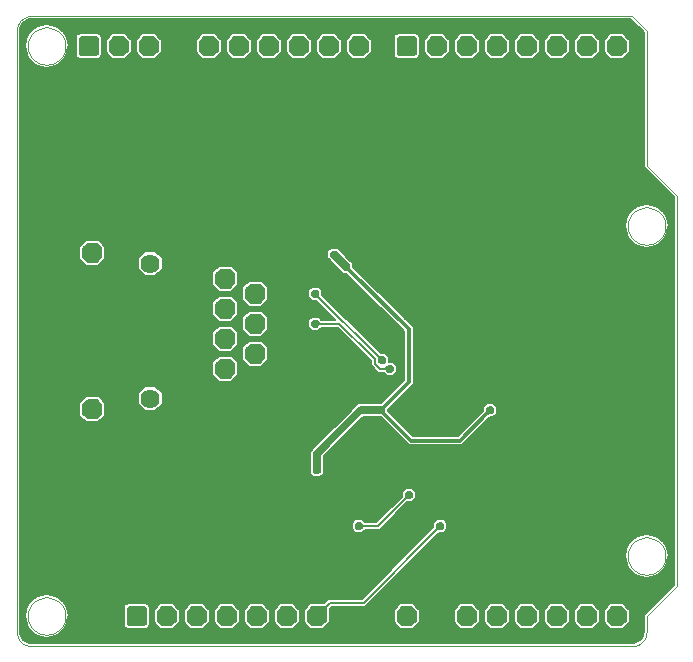
<source format=gbr>
G04 PROTEUS RS274X GERBER FILE*
%FSLAX45Y45*%
%MOMM*%
G01*
%ADD10C,0.190500*%
%ADD11C,0.300000*%
%ADD23C,0.400000*%
%ADD12C,0.508000*%
%ADD13C,0.609600*%
%AMPPAD004*
4,1,36,
-0.495200,0.800000,
0.495200,0.800000,
0.557520,0.793940,
0.615160,0.776490,
0.666980,0.748770,
0.711890,0.711890,
0.748760,0.666980,
0.776480,0.615160,
0.793930,0.557520,
0.800000,0.495200,
0.800000,-0.495200,
0.793930,-0.557520,
0.776480,-0.615160,
0.748760,-0.666980,
0.711890,-0.711890,
0.666980,-0.748770,
0.615160,-0.776490,
0.557520,-0.793940,
0.495200,-0.800000,
-0.495200,-0.800000,
-0.557520,-0.793940,
-0.615160,-0.776490,
-0.666980,-0.748770,
-0.711890,-0.711890,
-0.748760,-0.666980,
-0.776480,-0.615160,
-0.793930,-0.557520,
-0.800000,-0.495200,
-0.800000,0.495200,
-0.793930,0.557520,
-0.776480,0.615160,
-0.748760,0.666980,
-0.711890,0.711890,
-0.666980,0.748770,
-0.615160,0.776490,
-0.557520,0.793940,
-0.495200,0.800000,
0*%
%ADD14PPAD004*%
%ADD15C,1.600000*%
%ADD16C,2.440000*%
%ADD17C,1.620000*%
%ADD22C,0.025400*%
G36*
X+5307966Y+5196216D02*
X+5307966Y+4053216D01*
X+5561965Y+3799217D01*
X+5561965Y+518783D01*
X+5307965Y+264783D01*
X+5307965Y+128257D01*
X+5305810Y+106112D01*
X+5300031Y+87027D01*
X+5290904Y+69961D01*
X+5278793Y+55211D01*
X+5264038Y+43095D01*
X+5246971Y+33968D01*
X+5227887Y+28190D01*
X+5205743Y+26035D01*
X+128257Y+26035D01*
X+106112Y+28190D01*
X+87028Y+33968D01*
X+69962Y+43095D01*
X+55207Y+55211D01*
X+43096Y+69961D01*
X+33969Y+87027D01*
X+28190Y+106112D01*
X+26035Y+128257D01*
X+26035Y+5205743D01*
X+28190Y+5227887D01*
X+33969Y+5246973D01*
X+43096Y+5264039D01*
X+55208Y+5278792D01*
X+69961Y+5290904D01*
X+87027Y+5300031D01*
X+106112Y+5305810D01*
X+128257Y+5307965D01*
X+5196217Y+5307965D01*
X+5307966Y+5196216D01*
G37*
%LPC*%
G36*
X+5337320Y+946571D02*
X+5337320Y+946572D01*
X+5380860Y+940974D01*
X+5426171Y+922434D01*
X+5428984Y+920250D01*
X+5466838Y+890851D01*
X+5469060Y+887729D01*
X+5499996Y+844254D01*
X+5503236Y+830594D01*
X+5519507Y+762000D01*
X+5518082Y+755992D01*
X+5499996Y+679746D01*
X+5466838Y+633149D01*
X+5426171Y+601566D01*
X+5380860Y+583026D01*
X+5334000Y+577002D01*
X+5330680Y+577428D01*
X+5287140Y+583026D01*
X+5241829Y+601566D01*
X+5239016Y+603750D01*
X+5201162Y+633149D01*
X+5198940Y+636271D01*
X+5168004Y+679746D01*
X+5164764Y+693406D01*
X+5148493Y+762000D01*
X+5149918Y+768008D01*
X+5168004Y+844254D01*
X+5201162Y+890851D01*
X+5241829Y+922434D01*
X+5287140Y+940974D01*
X+5334000Y+946998D01*
X+5337320Y+946571D01*
G37*
G36*
X+5337320Y+3740571D02*
X+5337320Y+3740572D01*
X+5380860Y+3734974D01*
X+5426171Y+3716434D01*
X+5428984Y+3714250D01*
X+5466838Y+3684851D01*
X+5469060Y+3681729D01*
X+5499996Y+3638254D01*
X+5503236Y+3624594D01*
X+5519507Y+3556000D01*
X+5518082Y+3549992D01*
X+5499996Y+3473746D01*
X+5466838Y+3427149D01*
X+5426171Y+3395566D01*
X+5380860Y+3377026D01*
X+5334000Y+3371002D01*
X+5330680Y+3371428D01*
X+5287140Y+3377026D01*
X+5241829Y+3395566D01*
X+5239016Y+3397750D01*
X+5201162Y+3427149D01*
X+5198940Y+3430271D01*
X+5168004Y+3473746D01*
X+5164764Y+3487406D01*
X+5148493Y+3556000D01*
X+5149918Y+3562008D01*
X+5168004Y+3638254D01*
X+5201162Y+3684851D01*
X+5241829Y+3716434D01*
X+5287140Y+3734974D01*
X+5334000Y+3740998D01*
X+5337320Y+3740571D01*
G37*
G36*
X+257320Y+5264571D02*
X+257320Y+5264572D01*
X+300860Y+5258974D01*
X+346171Y+5240434D01*
X+348984Y+5238250D01*
X+386838Y+5208851D01*
X+389060Y+5205729D01*
X+419996Y+5162254D01*
X+423236Y+5148594D01*
X+439507Y+5080000D01*
X+438082Y+5073992D01*
X+419996Y+4997746D01*
X+386838Y+4951149D01*
X+346171Y+4919566D01*
X+300860Y+4901026D01*
X+254000Y+4895002D01*
X+250680Y+4895428D01*
X+207140Y+4901026D01*
X+161829Y+4919566D01*
X+159016Y+4921750D01*
X+121162Y+4951149D01*
X+118940Y+4954271D01*
X+88004Y+4997746D01*
X+84764Y+5011406D01*
X+68493Y+5080000D01*
X+69918Y+5086008D01*
X+88004Y+5162254D01*
X+121162Y+5208851D01*
X+161829Y+5240434D01*
X+207140Y+5258974D01*
X+254000Y+5264998D01*
X+257320Y+5264571D01*
G37*
G36*
X+257320Y+438571D02*
X+257320Y+438572D01*
X+300860Y+432974D01*
X+346171Y+414434D01*
X+348984Y+412250D01*
X+386838Y+382851D01*
X+389060Y+379729D01*
X+419996Y+336254D01*
X+423236Y+322594D01*
X+439507Y+254000D01*
X+438082Y+247992D01*
X+419996Y+171746D01*
X+386838Y+125149D01*
X+346171Y+93566D01*
X+300860Y+75026D01*
X+254000Y+69002D01*
X+250680Y+69428D01*
X+207140Y+75026D01*
X+161829Y+93566D01*
X+159016Y+95750D01*
X+121162Y+125149D01*
X+118940Y+128271D01*
X+88004Y+171746D01*
X+84764Y+185406D01*
X+68493Y+254000D01*
X+69918Y+260008D01*
X+88004Y+336254D01*
X+121162Y+382851D01*
X+161829Y+414434D01*
X+207140Y+432974D01*
X+254000Y+438998D01*
X+257320Y+438571D01*
G37*
G36*
X+1099426Y+358764D02*
X+1120764Y+358764D01*
X+1120764Y+337426D01*
X+1126489Y+331701D01*
X+1126489Y+176299D01*
X+1120764Y+170574D01*
X+1120764Y+149236D01*
X+1099426Y+149236D01*
X+1093701Y+143511D01*
X+938299Y+143511D01*
X+932574Y+149236D01*
X+911236Y+149236D01*
X+911236Y+170574D01*
X+905511Y+176299D01*
X+905511Y+331701D01*
X+911236Y+337426D01*
X+911236Y+358764D01*
X+932574Y+358764D01*
X+938299Y+364489D01*
X+1093701Y+364489D01*
X+1099426Y+358764D01*
G37*
G36*
X+1342389Y+344403D02*
X+1342389Y+344401D01*
X+1360401Y+326389D01*
X+1360403Y+326389D01*
X+1380489Y+306303D01*
X+1380489Y+201697D01*
X+1360403Y+181611D01*
X+1360401Y+181611D01*
X+1342389Y+163599D01*
X+1342389Y+163597D01*
X+1322303Y+143511D01*
X+1217697Y+143511D01*
X+1197611Y+163597D01*
X+1197611Y+163599D01*
X+1179599Y+181611D01*
X+1179597Y+181611D01*
X+1159511Y+201697D01*
X+1159511Y+306303D01*
X+1179597Y+326389D01*
X+1179599Y+326389D01*
X+1197611Y+344401D01*
X+1197611Y+344403D01*
X+1217697Y+364489D01*
X+1322303Y+364489D01*
X+1342389Y+344403D01*
G37*
G36*
X+1596389Y+344403D02*
X+1596389Y+344401D01*
X+1614401Y+326389D01*
X+1614403Y+326389D01*
X+1634489Y+306303D01*
X+1634489Y+201697D01*
X+1614403Y+181611D01*
X+1614401Y+181611D01*
X+1596389Y+163599D01*
X+1596389Y+163597D01*
X+1576303Y+143511D01*
X+1471697Y+143511D01*
X+1451611Y+163597D01*
X+1451611Y+163599D01*
X+1433599Y+181611D01*
X+1433597Y+181611D01*
X+1413511Y+201697D01*
X+1413511Y+306303D01*
X+1433597Y+326389D01*
X+1433599Y+326389D01*
X+1451611Y+344401D01*
X+1451611Y+344403D01*
X+1471697Y+364489D01*
X+1576303Y+364489D01*
X+1596389Y+344403D01*
G37*
G36*
X+1850389Y+344403D02*
X+1850389Y+344401D01*
X+1868401Y+326389D01*
X+1868403Y+326389D01*
X+1888489Y+306303D01*
X+1888489Y+201697D01*
X+1868403Y+181611D01*
X+1868401Y+181611D01*
X+1850389Y+163599D01*
X+1850389Y+163597D01*
X+1830303Y+143511D01*
X+1725697Y+143511D01*
X+1705611Y+163597D01*
X+1705611Y+163599D01*
X+1687599Y+181611D01*
X+1687597Y+181611D01*
X+1667511Y+201697D01*
X+1667511Y+306303D01*
X+1687597Y+326389D01*
X+1687599Y+326389D01*
X+1705611Y+344401D01*
X+1705611Y+344403D01*
X+1725697Y+364489D01*
X+1830303Y+364489D01*
X+1850389Y+344403D01*
G37*
G36*
X+2104389Y+344403D02*
X+2104389Y+344401D01*
X+2122401Y+326389D01*
X+2122403Y+326389D01*
X+2142489Y+306303D01*
X+2142489Y+201697D01*
X+2122403Y+181611D01*
X+2122401Y+181611D01*
X+2104389Y+163599D01*
X+2104389Y+163597D01*
X+2084303Y+143511D01*
X+1979697Y+143511D01*
X+1959611Y+163597D01*
X+1959611Y+163599D01*
X+1941599Y+181611D01*
X+1941597Y+181611D01*
X+1921511Y+201697D01*
X+1921511Y+306303D01*
X+1941597Y+326389D01*
X+1941599Y+326389D01*
X+1959611Y+344401D01*
X+1959611Y+344403D01*
X+1979697Y+364489D01*
X+2084303Y+364489D01*
X+2104389Y+344403D01*
G37*
G36*
X+2358389Y+344403D02*
X+2358389Y+344401D01*
X+2376401Y+326389D01*
X+2376403Y+326389D01*
X+2396489Y+306303D01*
X+2396489Y+201697D01*
X+2376403Y+181611D01*
X+2376401Y+181611D01*
X+2358389Y+163599D01*
X+2358389Y+163597D01*
X+2338303Y+143511D01*
X+2233697Y+143511D01*
X+2213611Y+163597D01*
X+2213611Y+163599D01*
X+2195599Y+181611D01*
X+2195597Y+181611D01*
X+2175511Y+201697D01*
X+2175511Y+306303D01*
X+2195597Y+326389D01*
X+2195599Y+326389D01*
X+2213611Y+344401D01*
X+2213611Y+344403D01*
X+2233697Y+364489D01*
X+2338303Y+364489D01*
X+2358389Y+344403D01*
G37*
G36*
X+3624695Y+1065645D02*
X+3647439Y+1042901D01*
X+3647439Y+989099D01*
X+3614651Y+956311D01*
X+3576551Y+956311D01*
X+2951297Y+331057D01*
X+2665547Y+331057D01*
X+2650489Y+315999D01*
X+2650489Y+201697D01*
X+2630403Y+181611D01*
X+2630401Y+181611D01*
X+2612389Y+163599D01*
X+2612389Y+163597D01*
X+2592303Y+143511D01*
X+2487697Y+143511D01*
X+2467611Y+163597D01*
X+2467611Y+163599D01*
X+2449599Y+181611D01*
X+2449597Y+181611D01*
X+2429511Y+201697D01*
X+2429511Y+306303D01*
X+2449597Y+326389D01*
X+2449599Y+326389D01*
X+2467611Y+344401D01*
X+2467611Y+344403D01*
X+2487697Y+364489D01*
X+2601999Y+364489D01*
X+2637145Y+399635D01*
X+2922895Y+399635D01*
X+3528061Y+1004801D01*
X+3528061Y+1042901D01*
X+3560849Y+1075689D01*
X+3614651Y+1075689D01*
X+3624695Y+1065645D01*
G37*
G36*
X+2736975Y+230379D02*
X+2736975Y+277621D01*
X+2770379Y+311025D01*
X+2817621Y+311025D01*
X+2851025Y+277621D01*
X+2851025Y+230379D01*
X+2817621Y+196975D01*
X+2770379Y+196975D01*
X+2736975Y+230379D01*
G37*
G36*
X+2990975Y+230379D02*
X+2990975Y+277621D01*
X+3024379Y+311025D01*
X+3071621Y+311025D01*
X+3105025Y+277621D01*
X+3105025Y+230379D01*
X+3071621Y+196975D01*
X+3024379Y+196975D01*
X+2990975Y+230379D01*
G37*
G36*
X+3374389Y+344403D02*
X+3374389Y+344401D01*
X+3392401Y+326389D01*
X+3392403Y+326389D01*
X+3412489Y+306303D01*
X+3412489Y+201697D01*
X+3392403Y+181611D01*
X+3392401Y+181611D01*
X+3374389Y+163599D01*
X+3374389Y+163597D01*
X+3354303Y+143511D01*
X+3249697Y+143511D01*
X+3229611Y+163597D01*
X+3229611Y+163599D01*
X+3211599Y+181611D01*
X+3211597Y+181611D01*
X+3191511Y+201697D01*
X+3191511Y+306303D01*
X+3211597Y+326389D01*
X+3211599Y+326389D01*
X+3229611Y+344401D01*
X+3229611Y+344403D01*
X+3249697Y+364489D01*
X+3354303Y+364489D01*
X+3374389Y+344403D01*
G37*
G36*
X+3498975Y+230379D02*
X+3498975Y+277621D01*
X+3532379Y+311025D01*
X+3579621Y+311025D01*
X+3613025Y+277621D01*
X+3613025Y+230379D01*
X+3579621Y+196975D01*
X+3532379Y+196975D01*
X+3498975Y+230379D01*
G37*
G36*
X+3882389Y+344403D02*
X+3882389Y+344401D01*
X+3900401Y+326389D01*
X+3900403Y+326389D01*
X+3920489Y+306303D01*
X+3920489Y+201697D01*
X+3900403Y+181611D01*
X+3900401Y+181611D01*
X+3882389Y+163599D01*
X+3882389Y+163597D01*
X+3862303Y+143511D01*
X+3757697Y+143511D01*
X+3737611Y+163597D01*
X+3737611Y+163599D01*
X+3719599Y+181611D01*
X+3719597Y+181611D01*
X+3699511Y+201697D01*
X+3699511Y+306303D01*
X+3719597Y+326389D01*
X+3719599Y+326389D01*
X+3737611Y+344401D01*
X+3737611Y+344403D01*
X+3757697Y+364489D01*
X+3862303Y+364489D01*
X+3882389Y+344403D01*
G37*
G36*
X+4136389Y+344403D02*
X+4136389Y+344401D01*
X+4154401Y+326389D01*
X+4154403Y+326389D01*
X+4174489Y+306303D01*
X+4174489Y+201697D01*
X+4154403Y+181611D01*
X+4154401Y+181611D01*
X+4136389Y+163599D01*
X+4136389Y+163597D01*
X+4116303Y+143511D01*
X+4011697Y+143511D01*
X+3991611Y+163597D01*
X+3991611Y+163599D01*
X+3973599Y+181611D01*
X+3973597Y+181611D01*
X+3953511Y+201697D01*
X+3953511Y+306303D01*
X+3973597Y+326389D01*
X+3973599Y+326389D01*
X+3991611Y+344401D01*
X+3991611Y+344403D01*
X+4011697Y+364489D01*
X+4116303Y+364489D01*
X+4136389Y+344403D01*
G37*
G36*
X+4390389Y+344403D02*
X+4390389Y+344401D01*
X+4408401Y+326389D01*
X+4408403Y+326389D01*
X+4428489Y+306303D01*
X+4428489Y+201697D01*
X+4408403Y+181611D01*
X+4408401Y+181611D01*
X+4390389Y+163599D01*
X+4390389Y+163597D01*
X+4370303Y+143511D01*
X+4265697Y+143511D01*
X+4245611Y+163597D01*
X+4245611Y+163599D01*
X+4227599Y+181611D01*
X+4227597Y+181611D01*
X+4207511Y+201697D01*
X+4207511Y+306303D01*
X+4227597Y+326389D01*
X+4227599Y+326389D01*
X+4245611Y+344401D01*
X+4245611Y+344403D01*
X+4265697Y+364489D01*
X+4370303Y+364489D01*
X+4390389Y+344403D01*
G37*
G36*
X+4644389Y+344403D02*
X+4644389Y+344401D01*
X+4662401Y+326389D01*
X+4662403Y+326389D01*
X+4682489Y+306303D01*
X+4682489Y+201697D01*
X+4662403Y+181611D01*
X+4662401Y+181611D01*
X+4644389Y+163599D01*
X+4644389Y+163597D01*
X+4624303Y+143511D01*
X+4519697Y+143511D01*
X+4499611Y+163597D01*
X+4499611Y+163599D01*
X+4481599Y+181611D01*
X+4481597Y+181611D01*
X+4461511Y+201697D01*
X+4461511Y+306303D01*
X+4481597Y+326389D01*
X+4481599Y+326389D01*
X+4499611Y+344401D01*
X+4499611Y+344403D01*
X+4519697Y+364489D01*
X+4624303Y+364489D01*
X+4644389Y+344403D01*
G37*
G36*
X+4898389Y+344403D02*
X+4898389Y+344401D01*
X+4916401Y+326389D01*
X+4916403Y+326389D01*
X+4936489Y+306303D01*
X+4936489Y+201697D01*
X+4916403Y+181611D01*
X+4916401Y+181611D01*
X+4898389Y+163599D01*
X+4898389Y+163597D01*
X+4878303Y+143511D01*
X+4773697Y+143511D01*
X+4753611Y+163597D01*
X+4753611Y+163599D01*
X+4735599Y+181611D01*
X+4735597Y+181611D01*
X+4715511Y+201697D01*
X+4715511Y+306303D01*
X+4735597Y+326389D01*
X+4735599Y+326389D01*
X+4753611Y+344401D01*
X+4753611Y+344403D01*
X+4773697Y+364489D01*
X+4878303Y+364489D01*
X+4898389Y+344403D01*
G37*
G36*
X+5152389Y+344403D02*
X+5152389Y+344401D01*
X+5170401Y+326389D01*
X+5170403Y+326389D01*
X+5190489Y+306303D01*
X+5190489Y+201697D01*
X+5170403Y+181611D01*
X+5170401Y+181611D01*
X+5152389Y+163599D01*
X+5152389Y+163597D01*
X+5132303Y+143511D01*
X+5027697Y+143511D01*
X+5007611Y+163597D01*
X+5007611Y+163599D01*
X+4989599Y+181611D01*
X+4989597Y+181611D01*
X+4969511Y+201697D01*
X+4969511Y+306303D01*
X+4989597Y+326389D01*
X+4989599Y+326389D01*
X+5007611Y+344401D01*
X+5007611Y+344403D01*
X+5027697Y+364489D01*
X+5132303Y+364489D01*
X+5152389Y+344403D01*
G37*
G36*
X+693026Y+5184764D02*
X+714364Y+5184764D01*
X+714364Y+5163426D01*
X+720089Y+5157701D01*
X+720089Y+5002299D01*
X+714364Y+4996574D01*
X+714364Y+4975236D01*
X+693026Y+4975236D01*
X+687301Y+4969511D01*
X+531899Y+4969511D01*
X+526174Y+4975236D01*
X+504836Y+4975236D01*
X+504836Y+4996574D01*
X+499111Y+5002299D01*
X+499111Y+5157701D01*
X+504836Y+5163426D01*
X+504836Y+5184764D01*
X+526174Y+5184764D01*
X+531899Y+5190489D01*
X+687301Y+5190489D01*
X+693026Y+5184764D01*
G37*
G36*
X+935989Y+5170403D02*
X+935989Y+5170401D01*
X+954001Y+5152389D01*
X+954003Y+5152389D01*
X+974089Y+5132303D01*
X+974089Y+5027697D01*
X+954003Y+5007611D01*
X+954001Y+5007611D01*
X+935989Y+4989599D01*
X+935989Y+4989597D01*
X+915903Y+4969511D01*
X+811297Y+4969511D01*
X+791211Y+4989597D01*
X+791211Y+4989599D01*
X+773199Y+5007611D01*
X+773197Y+5007611D01*
X+753111Y+5027697D01*
X+753111Y+5132303D01*
X+773197Y+5152389D01*
X+773199Y+5152389D01*
X+791211Y+5170401D01*
X+791211Y+5170403D01*
X+811297Y+5190489D01*
X+915903Y+5190489D01*
X+935989Y+5170403D01*
G37*
G36*
X+1189989Y+5170403D02*
X+1189989Y+5170401D01*
X+1208001Y+5152389D01*
X+1208003Y+5152389D01*
X+1228089Y+5132303D01*
X+1228089Y+5027697D01*
X+1208003Y+5007611D01*
X+1208001Y+5007611D01*
X+1189989Y+4989599D01*
X+1189989Y+4989597D01*
X+1169903Y+4969511D01*
X+1065297Y+4969511D01*
X+1045211Y+4989597D01*
X+1045211Y+4989599D01*
X+1027199Y+5007611D01*
X+1027197Y+5007611D01*
X+1007111Y+5027697D01*
X+1007111Y+5132303D01*
X+1027197Y+5152389D01*
X+1027199Y+5152389D01*
X+1045211Y+5170401D01*
X+1045211Y+5170403D01*
X+1065297Y+5190489D01*
X+1169903Y+5190489D01*
X+1189989Y+5170403D01*
G37*
G36*
X+1314575Y+5056379D02*
X+1314575Y+5103621D01*
X+1347979Y+5137025D01*
X+1395221Y+5137025D01*
X+1428625Y+5103621D01*
X+1428625Y+5056379D01*
X+1395221Y+5022975D01*
X+1347979Y+5022975D01*
X+1314575Y+5056379D01*
G37*
G36*
X+1697989Y+5170403D02*
X+1697989Y+5170401D01*
X+1716001Y+5152389D01*
X+1716003Y+5152389D01*
X+1736089Y+5132303D01*
X+1736089Y+5027697D01*
X+1716003Y+5007611D01*
X+1716001Y+5007611D01*
X+1697989Y+4989599D01*
X+1697989Y+4989597D01*
X+1677903Y+4969511D01*
X+1573297Y+4969511D01*
X+1553211Y+4989597D01*
X+1553211Y+4989599D01*
X+1535199Y+5007611D01*
X+1535197Y+5007611D01*
X+1515111Y+5027697D01*
X+1515111Y+5132303D01*
X+1535197Y+5152389D01*
X+1535199Y+5152389D01*
X+1553211Y+5170401D01*
X+1553211Y+5170403D01*
X+1573297Y+5190489D01*
X+1677903Y+5190489D01*
X+1697989Y+5170403D01*
G37*
G36*
X+1951989Y+5170403D02*
X+1951989Y+5170401D01*
X+1970001Y+5152389D01*
X+1970003Y+5152389D01*
X+1990089Y+5132303D01*
X+1990089Y+5027697D01*
X+1970003Y+5007611D01*
X+1970001Y+5007611D01*
X+1951989Y+4989599D01*
X+1951989Y+4989597D01*
X+1931903Y+4969511D01*
X+1827297Y+4969511D01*
X+1807211Y+4989597D01*
X+1807211Y+4989599D01*
X+1789199Y+5007611D01*
X+1789197Y+5007611D01*
X+1769111Y+5027697D01*
X+1769111Y+5132303D01*
X+1789197Y+5152389D01*
X+1789199Y+5152389D01*
X+1807211Y+5170401D01*
X+1807211Y+5170403D01*
X+1827297Y+5190489D01*
X+1931903Y+5190489D01*
X+1951989Y+5170403D01*
G37*
G36*
X+2205989Y+5170403D02*
X+2205989Y+5170401D01*
X+2224001Y+5152389D01*
X+2224003Y+5152389D01*
X+2244089Y+5132303D01*
X+2244089Y+5027697D01*
X+2224003Y+5007611D01*
X+2224001Y+5007611D01*
X+2205989Y+4989599D01*
X+2205989Y+4989597D01*
X+2185903Y+4969511D01*
X+2081297Y+4969511D01*
X+2061211Y+4989597D01*
X+2061211Y+4989599D01*
X+2043199Y+5007611D01*
X+2043197Y+5007611D01*
X+2023111Y+5027697D01*
X+2023111Y+5132303D01*
X+2043197Y+5152389D01*
X+2043199Y+5152389D01*
X+2061211Y+5170401D01*
X+2061211Y+5170403D01*
X+2081297Y+5190489D01*
X+2185903Y+5190489D01*
X+2205989Y+5170403D01*
G37*
G36*
X+2459989Y+5170403D02*
X+2459989Y+5170401D01*
X+2478001Y+5152389D01*
X+2478003Y+5152389D01*
X+2498089Y+5132303D01*
X+2498089Y+5027697D01*
X+2478003Y+5007611D01*
X+2478001Y+5007611D01*
X+2459989Y+4989599D01*
X+2459989Y+4989597D01*
X+2439903Y+4969511D01*
X+2335297Y+4969511D01*
X+2315211Y+4989597D01*
X+2315211Y+4989599D01*
X+2297199Y+5007611D01*
X+2297197Y+5007611D01*
X+2277111Y+5027697D01*
X+2277111Y+5132303D01*
X+2297197Y+5152389D01*
X+2297199Y+5152389D01*
X+2315211Y+5170401D01*
X+2315211Y+5170403D01*
X+2335297Y+5190489D01*
X+2439903Y+5190489D01*
X+2459989Y+5170403D01*
G37*
G36*
X+2713989Y+5170403D02*
X+2713989Y+5170401D01*
X+2732001Y+5152389D01*
X+2732003Y+5152389D01*
X+2752089Y+5132303D01*
X+2752089Y+5027697D01*
X+2732003Y+5007611D01*
X+2732001Y+5007611D01*
X+2713989Y+4989599D01*
X+2713989Y+4989597D01*
X+2693903Y+4969511D01*
X+2589297Y+4969511D01*
X+2569211Y+4989597D01*
X+2569211Y+4989599D01*
X+2551199Y+5007611D01*
X+2551197Y+5007611D01*
X+2531111Y+5027697D01*
X+2531111Y+5132303D01*
X+2551197Y+5152389D01*
X+2551199Y+5152389D01*
X+2569211Y+5170401D01*
X+2569211Y+5170403D01*
X+2589297Y+5190489D01*
X+2693903Y+5190489D01*
X+2713989Y+5170403D01*
G37*
G36*
X+2967989Y+5170403D02*
X+2967989Y+5170401D01*
X+2986001Y+5152389D01*
X+2986003Y+5152389D01*
X+3006089Y+5132303D01*
X+3006089Y+5027697D01*
X+2986003Y+5007611D01*
X+2986001Y+5007611D01*
X+2967989Y+4989599D01*
X+2967989Y+4989597D01*
X+2947903Y+4969511D01*
X+2843297Y+4969511D01*
X+2823211Y+4989597D01*
X+2823211Y+4989599D01*
X+2805199Y+5007611D01*
X+2805197Y+5007611D01*
X+2785111Y+5027697D01*
X+2785111Y+5132303D01*
X+2805197Y+5152389D01*
X+2805199Y+5152389D01*
X+2823211Y+5170401D01*
X+2823211Y+5170403D01*
X+2843297Y+5190489D01*
X+2947903Y+5190489D01*
X+2967989Y+5170403D01*
G37*
G36*
X+3385426Y+5184764D02*
X+3406764Y+5184764D01*
X+3406764Y+5163426D01*
X+3412489Y+5157701D01*
X+3412489Y+5002299D01*
X+3406764Y+4996574D01*
X+3406764Y+4975236D01*
X+3385426Y+4975236D01*
X+3379701Y+4969511D01*
X+3224299Y+4969511D01*
X+3218574Y+4975236D01*
X+3197236Y+4975236D01*
X+3197236Y+4996574D01*
X+3191511Y+5002299D01*
X+3191511Y+5157701D01*
X+3197236Y+5163426D01*
X+3197236Y+5184764D01*
X+3218574Y+5184764D01*
X+3224299Y+5190489D01*
X+3379701Y+5190489D01*
X+3385426Y+5184764D01*
G37*
G36*
X+3628389Y+5170403D02*
X+3628389Y+5170401D01*
X+3646401Y+5152389D01*
X+3646403Y+5152389D01*
X+3666489Y+5132303D01*
X+3666489Y+5027697D01*
X+3646403Y+5007611D01*
X+3646401Y+5007611D01*
X+3628389Y+4989599D01*
X+3628389Y+4989597D01*
X+3608303Y+4969511D01*
X+3503697Y+4969511D01*
X+3483611Y+4989597D01*
X+3483611Y+4989599D01*
X+3465599Y+5007611D01*
X+3465597Y+5007611D01*
X+3445511Y+5027697D01*
X+3445511Y+5132303D01*
X+3465597Y+5152389D01*
X+3465599Y+5152389D01*
X+3483611Y+5170401D01*
X+3483611Y+5170403D01*
X+3503697Y+5190489D01*
X+3608303Y+5190489D01*
X+3628389Y+5170403D01*
G37*
G36*
X+3882389Y+5170403D02*
X+3882389Y+5170401D01*
X+3900401Y+5152389D01*
X+3900403Y+5152389D01*
X+3920489Y+5132303D01*
X+3920489Y+5027697D01*
X+3900403Y+5007611D01*
X+3900401Y+5007611D01*
X+3882389Y+4989599D01*
X+3882389Y+4989597D01*
X+3862303Y+4969511D01*
X+3757697Y+4969511D01*
X+3737611Y+4989597D01*
X+3737611Y+4989599D01*
X+3719599Y+5007611D01*
X+3719597Y+5007611D01*
X+3699511Y+5027697D01*
X+3699511Y+5132303D01*
X+3719597Y+5152389D01*
X+3719599Y+5152389D01*
X+3737611Y+5170401D01*
X+3737611Y+5170403D01*
X+3757697Y+5190489D01*
X+3862303Y+5190489D01*
X+3882389Y+5170403D01*
G37*
G36*
X+4136389Y+5170403D02*
X+4136389Y+5170401D01*
X+4154401Y+5152389D01*
X+4154403Y+5152389D01*
X+4174489Y+5132303D01*
X+4174489Y+5027697D01*
X+4154403Y+5007611D01*
X+4154401Y+5007611D01*
X+4136389Y+4989599D01*
X+4136389Y+4989597D01*
X+4116303Y+4969511D01*
X+4011697Y+4969511D01*
X+3991611Y+4989597D01*
X+3991611Y+4989599D01*
X+3973599Y+5007611D01*
X+3973597Y+5007611D01*
X+3953511Y+5027697D01*
X+3953511Y+5132303D01*
X+3973597Y+5152389D01*
X+3973599Y+5152389D01*
X+3991611Y+5170401D01*
X+3991611Y+5170403D01*
X+4011697Y+5190489D01*
X+4116303Y+5190489D01*
X+4136389Y+5170403D01*
G37*
G36*
X+4390389Y+5170403D02*
X+4390389Y+5170401D01*
X+4408401Y+5152389D01*
X+4408403Y+5152389D01*
X+4428489Y+5132303D01*
X+4428489Y+5027697D01*
X+4408403Y+5007611D01*
X+4408401Y+5007611D01*
X+4390389Y+4989599D01*
X+4390389Y+4989597D01*
X+4370303Y+4969511D01*
X+4265697Y+4969511D01*
X+4245611Y+4989597D01*
X+4245611Y+4989599D01*
X+4227599Y+5007611D01*
X+4227597Y+5007611D01*
X+4207511Y+5027697D01*
X+4207511Y+5132303D01*
X+4227597Y+5152389D01*
X+4227599Y+5152389D01*
X+4245611Y+5170401D01*
X+4245611Y+5170403D01*
X+4265697Y+5190489D01*
X+4370303Y+5190489D01*
X+4390389Y+5170403D01*
G37*
G36*
X+4644389Y+5170403D02*
X+4644389Y+5170401D01*
X+4662401Y+5152389D01*
X+4662403Y+5152389D01*
X+4682489Y+5132303D01*
X+4682489Y+5027697D01*
X+4662403Y+5007611D01*
X+4662401Y+5007611D01*
X+4644389Y+4989599D01*
X+4644389Y+4989597D01*
X+4624303Y+4969511D01*
X+4519697Y+4969511D01*
X+4499611Y+4989597D01*
X+4499611Y+4989599D01*
X+4481599Y+5007611D01*
X+4481597Y+5007611D01*
X+4461511Y+5027697D01*
X+4461511Y+5132303D01*
X+4481597Y+5152389D01*
X+4481599Y+5152389D01*
X+4499611Y+5170401D01*
X+4499611Y+5170403D01*
X+4519697Y+5190489D01*
X+4624303Y+5190489D01*
X+4644389Y+5170403D01*
G37*
G36*
X+4898389Y+5170403D02*
X+4898389Y+5170401D01*
X+4916401Y+5152389D01*
X+4916403Y+5152389D01*
X+4936489Y+5132303D01*
X+4936489Y+5027697D01*
X+4916403Y+5007611D01*
X+4916401Y+5007611D01*
X+4898389Y+4989599D01*
X+4898389Y+4989597D01*
X+4878303Y+4969511D01*
X+4773697Y+4969511D01*
X+4753611Y+4989597D01*
X+4753611Y+4989599D01*
X+4735599Y+5007611D01*
X+4735597Y+5007611D01*
X+4715511Y+5027697D01*
X+4715511Y+5132303D01*
X+4735597Y+5152389D01*
X+4735599Y+5152389D01*
X+4753611Y+5170401D01*
X+4753611Y+5170403D01*
X+4773697Y+5190489D01*
X+4878303Y+5190489D01*
X+4898389Y+5170403D01*
G37*
G36*
X+5152389Y+5170403D02*
X+5152389Y+5170401D01*
X+5170401Y+5152389D01*
X+5170403Y+5152389D01*
X+5190489Y+5132303D01*
X+5190489Y+5027697D01*
X+5170403Y+5007611D01*
X+5170401Y+5007611D01*
X+5152389Y+4989599D01*
X+5152389Y+4989597D01*
X+5132303Y+4969511D01*
X+5027697Y+4969511D01*
X+5007611Y+4989597D01*
X+5007611Y+4989599D01*
X+4989599Y+5007611D01*
X+4989597Y+5007611D01*
X+4969511Y+5027697D01*
X+4969511Y+5132303D01*
X+4989597Y+5152389D01*
X+4989599Y+5152389D01*
X+5007611Y+5170401D01*
X+5007611Y+5170403D01*
X+5027697Y+5190489D01*
X+5132303Y+5190489D01*
X+5152389Y+5170403D01*
G37*
G36*
X+1827645Y+3211945D02*
X+1875789Y+3163801D01*
X+1875789Y+3059199D01*
X+1817601Y+3001011D01*
X+1712999Y+3001011D01*
X+1654811Y+3059199D01*
X+1654811Y+3163801D01*
X+1712999Y+3221989D01*
X+1817601Y+3221989D01*
X+1827645Y+3211945D01*
G37*
G36*
X+2081645Y+3084945D02*
X+2129789Y+3036801D01*
X+2129789Y+2932199D01*
X+2071601Y+2874011D01*
X+1966999Y+2874011D01*
X+1908811Y+2932199D01*
X+1908811Y+3036801D01*
X+1966999Y+3094989D01*
X+2071601Y+3094989D01*
X+2081645Y+3084945D01*
G37*
G36*
X+1827645Y+2957945D02*
X+1875789Y+2909801D01*
X+1875789Y+2805199D01*
X+1817601Y+2747011D01*
X+1712999Y+2747011D01*
X+1654811Y+2805199D01*
X+1654811Y+2909801D01*
X+1712999Y+2967989D01*
X+1817601Y+2967989D01*
X+1827645Y+2957945D01*
G37*
G36*
X+2081645Y+2830945D02*
X+2129789Y+2782801D01*
X+2129789Y+2678199D01*
X+2071601Y+2620011D01*
X+1966999Y+2620011D01*
X+1908811Y+2678199D01*
X+1908811Y+2782801D01*
X+1966999Y+2840989D01*
X+2071601Y+2840989D01*
X+2081645Y+2830945D01*
G37*
G36*
X+1827645Y+2703945D02*
X+1875789Y+2655801D01*
X+1875789Y+2551199D01*
X+1817601Y+2493011D01*
X+1712999Y+2493011D01*
X+1654811Y+2551199D01*
X+1654811Y+2655801D01*
X+1712999Y+2713989D01*
X+1817601Y+2713989D01*
X+1827645Y+2703945D01*
G37*
G36*
X+2081645Y+2576945D02*
X+2129789Y+2528801D01*
X+2129789Y+2424199D01*
X+2071601Y+2366011D01*
X+1966999Y+2366011D01*
X+1908811Y+2424199D01*
X+1908811Y+2528801D01*
X+1966999Y+2586989D01*
X+2071601Y+2586989D01*
X+2081645Y+2576945D01*
G37*
G36*
X+1827645Y+2449945D02*
X+1875789Y+2401801D01*
X+1875789Y+2297199D01*
X+1817601Y+2239011D01*
X+1712999Y+2239011D01*
X+1654811Y+2297199D01*
X+1654811Y+2401801D01*
X+1712999Y+2459989D01*
X+1817601Y+2459989D01*
X+1827645Y+2449945D01*
G37*
G36*
X+1962275Y+2198879D02*
X+1962275Y+2246121D01*
X+1995679Y+2279525D01*
X+2042921Y+2279525D01*
X+2076325Y+2246121D01*
X+2076325Y+2198879D01*
X+2042921Y+2165475D01*
X+1995679Y+2165475D01*
X+1962275Y+2198879D01*
G37*
G36*
X+702645Y+3429945D02*
X+750789Y+3381801D01*
X+750789Y+3277199D01*
X+692601Y+3219011D01*
X+587999Y+3219011D01*
X+529811Y+3277199D01*
X+529811Y+3381801D01*
X+587999Y+3439989D01*
X+692601Y+3439989D01*
X+702645Y+3429945D01*
G37*
G36*
X+583275Y+3051879D02*
X+583275Y+3099121D01*
X+616679Y+3132525D01*
X+663921Y+3132525D01*
X+697325Y+3099121D01*
X+697325Y+3051879D01*
X+663921Y+3018475D01*
X+616679Y+3018475D01*
X+583275Y+3051879D01*
G37*
G36*
X+583275Y+2234879D02*
X+583275Y+2282121D01*
X+616679Y+2315525D01*
X+663921Y+2315525D01*
X+697325Y+2282121D01*
X+697325Y+2234879D01*
X+663921Y+2201475D01*
X+616679Y+2201475D01*
X+583275Y+2234879D01*
G37*
G36*
X+702645Y+2104945D02*
X+750789Y+2056801D01*
X+750789Y+1952199D01*
X+692601Y+1894011D01*
X+587999Y+1894011D01*
X+529811Y+1952199D01*
X+529811Y+2056801D01*
X+587999Y+2114989D01*
X+692601Y+2114989D01*
X+702645Y+2104945D01*
G37*
G36*
X+1473004Y+3350475D02*
X+1397596Y+3350475D01*
X+1344275Y+3403796D01*
X+1344275Y+3479204D01*
X+1397596Y+3532525D01*
X+1473004Y+3532525D01*
X+1526325Y+3479204D01*
X+1526325Y+3403796D01*
X+1473004Y+3350475D01*
G37*
G36*
X+1473004Y+1801475D02*
X+1397596Y+1801475D01*
X+1344275Y+1854796D01*
X+1344275Y+1930204D01*
X+1397596Y+1983525D01*
X+1473004Y+1983525D01*
X+1526325Y+1930204D01*
X+1526325Y+1854796D01*
X+1473004Y+1801475D01*
G37*
G36*
X+1174109Y+3132736D02*
X+1086491Y+3132736D01*
X+1024536Y+3194691D01*
X+1024536Y+3282309D01*
X+1086491Y+3344264D01*
X+1174109Y+3344264D01*
X+1236064Y+3282309D01*
X+1236064Y+3194691D01*
X+1174109Y+3132736D01*
G37*
G36*
X+1174109Y+1989736D02*
X+1086491Y+1989736D01*
X+1024536Y+2051691D01*
X+1024536Y+2139309D01*
X+1086491Y+2201264D01*
X+1174109Y+2201264D01*
X+1236064Y+2139309D01*
X+1236064Y+2051691D01*
X+1174109Y+1989736D01*
G37*
G36*
X+2564245Y+3034145D02*
X+2586989Y+3011401D01*
X+2586989Y+2973301D01*
X+3082301Y+2477989D01*
X+3120401Y+2477989D01*
X+3153189Y+2445201D01*
X+3153189Y+2407689D01*
X+3185401Y+2407689D01*
X+3218189Y+2374901D01*
X+3218189Y+2321099D01*
X+3185401Y+2288311D01*
X+3131599Y+2288311D01*
X+3118899Y+2301011D01*
X+3118897Y+2301011D01*
X+3106197Y+2313711D01*
X+3063047Y+2313711D01*
X+2999562Y+2377196D01*
X+2999562Y+2415370D01*
X+2718721Y+2696211D01*
X+2579603Y+2696211D01*
X+2566903Y+2683511D01*
X+2566901Y+2683511D01*
X+2554201Y+2670811D01*
X+2500399Y+2670811D01*
X+2467611Y+2703599D01*
X+2467611Y+2757401D01*
X+2500399Y+2790189D01*
X+2554201Y+2790189D01*
X+2566901Y+2777489D01*
X+2566903Y+2777489D01*
X+2579603Y+2764789D01*
X+2698521Y+2764789D01*
X+2538499Y+2924811D01*
X+2500399Y+2924811D01*
X+2467611Y+2957599D01*
X+2467611Y+3011401D01*
X+2500399Y+3044189D01*
X+2554201Y+3044189D01*
X+2564245Y+3034145D01*
G37*
G36*
X+3688735Y+3139342D02*
X+3688735Y+3159858D01*
X+3703242Y+3174365D01*
X+3723758Y+3174365D01*
X+3738265Y+3159858D01*
X+3738265Y+3139342D01*
X+3723758Y+3124835D01*
X+3703242Y+3124835D01*
X+3688735Y+3139342D01*
G37*
G36*
X+3163735Y+3139342D02*
X+3163735Y+3159858D01*
X+3178242Y+3174365D01*
X+3198758Y+3174365D01*
X+3213265Y+3159858D01*
X+3213265Y+3139342D01*
X+3198758Y+3124835D01*
X+3178242Y+3124835D01*
X+3163735Y+3139342D01*
G37*
G36*
X+2502535Y+3139342D02*
X+2502535Y+3159858D01*
X+2517042Y+3174365D01*
X+2537558Y+3174365D01*
X+2552065Y+3159858D01*
X+2552065Y+3139342D01*
X+2537558Y+3124835D01*
X+2517042Y+3124835D01*
X+2502535Y+3139342D01*
G37*
G36*
X+2720552Y+3368038D02*
X+2726901Y+3361689D01*
X+2726903Y+3361689D01*
X+2746989Y+3341603D01*
X+2746989Y+3341601D01*
X+2815801Y+3272789D01*
X+2815803Y+3272789D01*
X+2848589Y+3240003D01*
X+2848589Y+3209645D01*
X+3360014Y+2698220D01*
X+3360014Y+2216180D01*
X+3142389Y+1998555D01*
X+3142389Y+1991645D01*
X+3354420Y+1779614D01*
X+3738080Y+1779614D01*
X+3950111Y+1991645D01*
X+3950111Y+2022001D01*
X+3982899Y+2054789D01*
X+4036701Y+2054789D01*
X+4069489Y+2022001D01*
X+4069489Y+1968199D01*
X+4056789Y+1955499D01*
X+4056789Y+1955497D01*
X+4036703Y+1935411D01*
X+4006345Y+1935411D01*
X+3771020Y+1700086D01*
X+3321480Y+1700086D01*
X+3086155Y+1935411D01*
X+2928853Y+1935411D01*
X+2599689Y+1606247D01*
X+2599689Y+1460249D01*
X+2566901Y+1427461D01*
X+2513099Y+1427461D01*
X+2500399Y+1440161D01*
X+2500397Y+1440161D01*
X+2480311Y+1460247D01*
X+2480311Y+1641051D01*
X+2493011Y+1653751D01*
X+2493011Y+1653753D01*
X+2513097Y+1673839D01*
X+2513099Y+1673839D01*
X+2823161Y+1983901D01*
X+2823161Y+1983903D01*
X+2843247Y+2003989D01*
X+2843249Y+2003989D01*
X+2894099Y+2054839D01*
X+3086205Y+2054839D01*
X+3280486Y+2249120D01*
X+3280486Y+2665280D01*
X+2792355Y+3153411D01*
X+2761999Y+3153411D01*
X+2749299Y+3166111D01*
X+2749297Y+3166111D01*
X+2729211Y+3186197D01*
X+2729211Y+3186199D01*
X+2660399Y+3255011D01*
X+2660397Y+3255011D01*
X+2640311Y+3275097D01*
X+2640311Y+3275099D01*
X+2627611Y+3287799D01*
X+2627611Y+3341601D01*
X+2660399Y+3374389D01*
X+2714201Y+3374389D01*
X+2720552Y+3368038D01*
G37*
G36*
X+3356725Y+1327265D02*
X+3379469Y+1304521D01*
X+3379469Y+1250719D01*
X+3346681Y+1217931D01*
X+3308581Y+1217931D01*
X+3072361Y+981711D01*
X+2947403Y+981711D01*
X+2934703Y+969011D01*
X+2934701Y+969011D01*
X+2922001Y+956311D01*
X+2868199Y+956311D01*
X+2835411Y+989099D01*
X+2835411Y+1042901D01*
X+2868199Y+1075689D01*
X+2922003Y+1075689D01*
X+2947403Y+1050289D01*
X+3043959Y+1050289D01*
X+3260091Y+1266421D01*
X+3260091Y+1304521D01*
X+3292879Y+1337309D01*
X+3346681Y+1337309D01*
X+3356725Y+1327265D01*
G37*
G36*
X+737235Y+243742D02*
X+737235Y+264258D01*
X+751742Y+278765D01*
X+772258Y+278765D01*
X+786765Y+264258D01*
X+786765Y+243742D01*
X+772258Y+229235D01*
X+751742Y+229235D01*
X+737235Y+243742D01*
G37*
G36*
X+483235Y+497742D02*
X+483235Y+518258D01*
X+497742Y+532765D01*
X+518258Y+532765D01*
X+532765Y+518258D01*
X+532765Y+497742D01*
X+518258Y+483235D01*
X+497742Y+483235D01*
X+483235Y+497742D01*
G37*
G36*
X+229235Y+751742D02*
X+229235Y+772258D01*
X+243742Y+786765D01*
X+264258Y+786765D01*
X+278765Y+772258D01*
X+278765Y+751742D01*
X+264258Y+737235D01*
X+243742Y+737235D01*
X+229235Y+751742D01*
G37*
G36*
X+737235Y+751742D02*
X+737235Y+772258D01*
X+751742Y+786765D01*
X+772258Y+786765D01*
X+786765Y+772258D01*
X+786765Y+751742D01*
X+772258Y+737235D01*
X+751742Y+737235D01*
X+737235Y+751742D01*
G37*
G36*
X+991235Y+497742D02*
X+991235Y+518258D01*
X+1005742Y+532765D01*
X+1026258Y+532765D01*
X+1040765Y+518258D01*
X+1040765Y+497742D01*
X+1026258Y+483235D01*
X+1005742Y+483235D01*
X+991235Y+497742D01*
G37*
G36*
X+1245235Y+751742D02*
X+1245235Y+772258D01*
X+1259742Y+786765D01*
X+1280258Y+786765D01*
X+1294765Y+772258D01*
X+1294765Y+751742D01*
X+1280258Y+737235D01*
X+1259742Y+737235D01*
X+1245235Y+751742D01*
G37*
G36*
X+1499235Y+497742D02*
X+1499235Y+518258D01*
X+1513742Y+532765D01*
X+1534258Y+532765D01*
X+1548765Y+518258D01*
X+1548765Y+497742D01*
X+1534258Y+483235D01*
X+1513742Y+483235D01*
X+1499235Y+497742D01*
G37*
G36*
X+1753235Y+751742D02*
X+1753235Y+772258D01*
X+1767742Y+786765D01*
X+1788258Y+786765D01*
X+1802765Y+772258D01*
X+1802765Y+751742D01*
X+1788258Y+737235D01*
X+1767742Y+737235D01*
X+1753235Y+751742D01*
G37*
G36*
X+2007235Y+497742D02*
X+2007235Y+518258D01*
X+2021742Y+532765D01*
X+2042258Y+532765D01*
X+2056765Y+518258D01*
X+2056765Y+497742D01*
X+2042258Y+483235D01*
X+2021742Y+483235D01*
X+2007235Y+497742D01*
G37*
G36*
X+2261235Y+751742D02*
X+2261235Y+772258D01*
X+2275742Y+786765D01*
X+2296258Y+786765D01*
X+2310765Y+772258D01*
X+2310765Y+751742D01*
X+2296258Y+737235D01*
X+2275742Y+737235D01*
X+2261235Y+751742D01*
G37*
G36*
X+2007235Y+1005742D02*
X+2007235Y+1026258D01*
X+2021742Y+1040765D01*
X+2042258Y+1040765D01*
X+2056765Y+1026258D01*
X+2056765Y+1005742D01*
X+2042258Y+991235D01*
X+2021742Y+991235D01*
X+2007235Y+1005742D01*
G37*
G36*
X+1499235Y+1005742D02*
X+1499235Y+1026258D01*
X+1513742Y+1040765D01*
X+1534258Y+1040765D01*
X+1548765Y+1026258D01*
X+1548765Y+1005742D01*
X+1534258Y+991235D01*
X+1513742Y+991235D01*
X+1499235Y+1005742D01*
G37*
G36*
X+991235Y+1005742D02*
X+991235Y+1026258D01*
X+1005742Y+1040765D01*
X+1026258Y+1040765D01*
X+1040765Y+1026258D01*
X+1040765Y+1005742D01*
X+1026258Y+991235D01*
X+1005742Y+991235D01*
X+991235Y+1005742D01*
G37*
G36*
X+483235Y+1005742D02*
X+483235Y+1026258D01*
X+497742Y+1040765D01*
X+518258Y+1040765D01*
X+532765Y+1026258D01*
X+532765Y+1005742D01*
X+518258Y+991235D01*
X+497742Y+991235D01*
X+483235Y+1005742D01*
G37*
G36*
X+229235Y+1259742D02*
X+229235Y+1280258D01*
X+243742Y+1294765D01*
X+264258Y+1294765D01*
X+278765Y+1280258D01*
X+278765Y+1259742D01*
X+264258Y+1245235D01*
X+243742Y+1245235D01*
X+229235Y+1259742D01*
G37*
G36*
X+737235Y+1259742D02*
X+737235Y+1280258D01*
X+751742Y+1294765D01*
X+772258Y+1294765D01*
X+786765Y+1280258D01*
X+786765Y+1259742D01*
X+772258Y+1245235D01*
X+751742Y+1245235D01*
X+737235Y+1259742D01*
G37*
G36*
X+1245235Y+1259742D02*
X+1245235Y+1280258D01*
X+1259742Y+1294765D01*
X+1280258Y+1294765D01*
X+1294765Y+1280258D01*
X+1294765Y+1259742D01*
X+1280258Y+1245235D01*
X+1259742Y+1245235D01*
X+1245235Y+1259742D01*
G37*
G36*
X+1753235Y+1259742D02*
X+1753235Y+1280258D01*
X+1767742Y+1294765D01*
X+1788258Y+1294765D01*
X+1802765Y+1280258D01*
X+1802765Y+1259742D01*
X+1788258Y+1245235D01*
X+1767742Y+1245235D01*
X+1753235Y+1259742D01*
G37*
G36*
X+2350135Y+1316892D02*
X+2350135Y+1337408D01*
X+2364642Y+1351915D01*
X+2385158Y+1351915D01*
X+2399665Y+1337408D01*
X+2399665Y+1316892D01*
X+2385158Y+1302385D01*
X+2364642Y+1302385D01*
X+2350135Y+1316892D01*
G37*
G36*
X+2350135Y+1165742D02*
X+2350135Y+1186258D01*
X+2364642Y+1200765D01*
X+2385158Y+1200765D01*
X+2399665Y+1186258D01*
X+2399665Y+1165742D01*
X+2385158Y+1151235D01*
X+2364642Y+1151235D01*
X+2350135Y+1165742D01*
G37*
G36*
X+2515235Y+1165742D02*
X+2515235Y+1186258D01*
X+2529742Y+1200765D01*
X+2550258Y+1200765D01*
X+2564765Y+1186258D01*
X+2564765Y+1165742D01*
X+2550258Y+1151235D01*
X+2529742Y+1151235D01*
X+2515235Y+1165742D01*
G37*
G36*
X+2515235Y+1316892D02*
X+2515235Y+1337408D01*
X+2529742Y+1351915D01*
X+2550258Y+1351915D01*
X+2564765Y+1337408D01*
X+2564765Y+1316892D01*
X+2550258Y+1302385D01*
X+2529742Y+1302385D01*
X+2515235Y+1316892D01*
G37*
G36*
X+2775335Y+1005742D02*
X+2775335Y+1026258D01*
X+2789842Y+1040765D01*
X+2810358Y+1040765D01*
X+2824865Y+1026258D01*
X+2824865Y+1005742D01*
X+2810358Y+991235D01*
X+2789842Y+991235D01*
X+2775335Y+1005742D01*
G37*
G36*
X+2691785Y+1476892D02*
X+2691785Y+1497408D01*
X+2706292Y+1511915D01*
X+2726808Y+1511915D01*
X+2741315Y+1497408D01*
X+2741315Y+1476892D01*
X+2726808Y+1462385D01*
X+2706292Y+1462385D01*
X+2691785Y+1476892D01*
G37*
G36*
X+3035935Y+1476892D02*
X+3035935Y+1497408D01*
X+3050442Y+1511915D01*
X+3070958Y+1511915D01*
X+3085465Y+1497408D01*
X+3085465Y+1476892D01*
X+3070958Y+1462385D01*
X+3050442Y+1462385D01*
X+3035935Y+1476892D01*
G37*
G36*
X+3391535Y+1005742D02*
X+3391535Y+1026258D01*
X+3406042Y+1040765D01*
X+3426558Y+1040765D01*
X+3441065Y+1026258D01*
X+3441065Y+1005742D01*
X+3426558Y+991235D01*
X+3406042Y+991235D01*
X+3391535Y+1005742D01*
G37*
G36*
X+2007235Y+1513742D02*
X+2007235Y+1534258D01*
X+2021742Y+1548765D01*
X+2042258Y+1548765D01*
X+2056765Y+1534258D01*
X+2056765Y+1513742D01*
X+2042258Y+1499235D01*
X+2021742Y+1499235D01*
X+2007235Y+1513742D01*
G37*
G36*
X+1499235Y+1513742D02*
X+1499235Y+1534258D01*
X+1513742Y+1548765D01*
X+1534258Y+1548765D01*
X+1548765Y+1534258D01*
X+1548765Y+1513742D01*
X+1534258Y+1499235D01*
X+1513742Y+1499235D01*
X+1499235Y+1513742D01*
G37*
G36*
X+991235Y+1513742D02*
X+991235Y+1534258D01*
X+1005742Y+1548765D01*
X+1026258Y+1548765D01*
X+1040765Y+1534258D01*
X+1040765Y+1513742D01*
X+1026258Y+1499235D01*
X+1005742Y+1499235D01*
X+991235Y+1513742D01*
G37*
G36*
X+483235Y+1513742D02*
X+483235Y+1534258D01*
X+497742Y+1548765D01*
X+518258Y+1548765D01*
X+532765Y+1534258D01*
X+532765Y+1513742D01*
X+518258Y+1499235D01*
X+497742Y+1499235D01*
X+483235Y+1513742D01*
G37*
G36*
X+229235Y+1767742D02*
X+229235Y+1788258D01*
X+243742Y+1802765D01*
X+264258Y+1802765D01*
X+278765Y+1788258D01*
X+278765Y+1767742D01*
X+264258Y+1753235D01*
X+243742Y+1753235D01*
X+229235Y+1767742D01*
G37*
G36*
X+737235Y+1767742D02*
X+737235Y+1788258D01*
X+751742Y+1802765D01*
X+772258Y+1802765D01*
X+786765Y+1788258D01*
X+786765Y+1767742D01*
X+772258Y+1753235D01*
X+751742Y+1753235D01*
X+737235Y+1767742D01*
G37*
G36*
X+1753235Y+1767742D02*
X+1753235Y+1788258D01*
X+1767742Y+1802765D01*
X+1788258Y+1802765D01*
X+1802765Y+1788258D01*
X+1802765Y+1767742D01*
X+1788258Y+1753235D01*
X+1767742Y+1753235D01*
X+1753235Y+1767742D01*
G37*
G36*
X+2261235Y+1767742D02*
X+2261235Y+1788258D01*
X+2275742Y+1802765D01*
X+2296258Y+1802765D01*
X+2310765Y+1788258D01*
X+2310765Y+1767742D01*
X+2296258Y+1753235D01*
X+2275742Y+1753235D01*
X+2261235Y+1767742D01*
G37*
G36*
X+229235Y+2275742D02*
X+229235Y+2296258D01*
X+243742Y+2310765D01*
X+264258Y+2310765D01*
X+278765Y+2296258D01*
X+278765Y+2275742D01*
X+264258Y+2261235D01*
X+243742Y+2261235D01*
X+229235Y+2275742D01*
G37*
G36*
X+483235Y+2529742D02*
X+483235Y+2550258D01*
X+497742Y+2564765D01*
X+518258Y+2564765D01*
X+532765Y+2550258D01*
X+532765Y+2529742D01*
X+518258Y+2515235D01*
X+497742Y+2515235D01*
X+483235Y+2529742D01*
G37*
G36*
X+991235Y+2529742D02*
X+991235Y+2550258D01*
X+1005742Y+2564765D01*
X+1026258Y+2564765D01*
X+1040765Y+2550258D01*
X+1040765Y+2529742D01*
X+1026258Y+2515235D01*
X+1005742Y+2515235D01*
X+991235Y+2529742D01*
G37*
G36*
X+737235Y+2783742D02*
X+737235Y+2804258D01*
X+751742Y+2818765D01*
X+772258Y+2818765D01*
X+786765Y+2804258D01*
X+786765Y+2783742D01*
X+772258Y+2769235D01*
X+751742Y+2769235D01*
X+737235Y+2783742D01*
G37*
G36*
X+229235Y+2783742D02*
X+229235Y+2804258D01*
X+243742Y+2818765D01*
X+264258Y+2818765D01*
X+278765Y+2804258D01*
X+278765Y+2783742D01*
X+264258Y+2769235D01*
X+243742Y+2769235D01*
X+229235Y+2783742D01*
G37*
G36*
X+229235Y+3291742D02*
X+229235Y+3312258D01*
X+243742Y+3326765D01*
X+264258Y+3326765D01*
X+278765Y+3312258D01*
X+278765Y+3291742D01*
X+264258Y+3277235D01*
X+243742Y+3277235D01*
X+229235Y+3291742D01*
G37*
G36*
X+229235Y+3799742D02*
X+229235Y+3820258D01*
X+243742Y+3834765D01*
X+264258Y+3834765D01*
X+278765Y+3820258D01*
X+278765Y+3799742D01*
X+264258Y+3785235D01*
X+243742Y+3785235D01*
X+229235Y+3799742D01*
G37*
G36*
X+483235Y+3545742D02*
X+483235Y+3566258D01*
X+497742Y+3580765D01*
X+518258Y+3580765D01*
X+532765Y+3566258D01*
X+532765Y+3545742D01*
X+518258Y+3531235D01*
X+497742Y+3531235D01*
X+483235Y+3545742D01*
G37*
G36*
X+991235Y+3545742D02*
X+991235Y+3566258D01*
X+1005742Y+3580765D01*
X+1026258Y+3580765D01*
X+1040765Y+3566258D01*
X+1040765Y+3545742D01*
X+1026258Y+3531235D01*
X+1005742Y+3531235D01*
X+991235Y+3545742D01*
G37*
G36*
X+2007235Y+3545742D02*
X+2007235Y+3566258D01*
X+2021742Y+3580765D01*
X+2042258Y+3580765D01*
X+2056765Y+3566258D01*
X+2056765Y+3545742D01*
X+2042258Y+3531235D01*
X+2021742Y+3531235D01*
X+2007235Y+3545742D01*
G37*
G36*
X+2515235Y+3545742D02*
X+2515235Y+3566258D01*
X+2529742Y+3580765D01*
X+2550258Y+3580765D01*
X+2564765Y+3566258D01*
X+2564765Y+3545742D01*
X+2550258Y+3531235D01*
X+2529742Y+3531235D01*
X+2515235Y+3545742D01*
G37*
G36*
X+3023235Y+3545742D02*
X+3023235Y+3566258D01*
X+3037742Y+3580765D01*
X+3058258Y+3580765D01*
X+3072765Y+3566258D01*
X+3072765Y+3545742D01*
X+3058258Y+3531235D01*
X+3037742Y+3531235D01*
X+3023235Y+3545742D01*
G37*
G36*
X+2261235Y+3037742D02*
X+2261235Y+3058258D01*
X+2275742Y+3072765D01*
X+2296258Y+3072765D01*
X+2310765Y+3058258D01*
X+2310765Y+3037742D01*
X+2296258Y+3023235D01*
X+2275742Y+3023235D01*
X+2261235Y+3037742D01*
G37*
G36*
X+1499235Y+2529742D02*
X+1499235Y+2550258D01*
X+1513742Y+2564765D01*
X+1534258Y+2564765D01*
X+1548765Y+2550258D01*
X+1548765Y+2529742D01*
X+1534258Y+2515235D01*
X+1513742Y+2515235D01*
X+1499235Y+2529742D01*
G37*
G36*
X+1245235Y+2783742D02*
X+1245235Y+2804258D01*
X+1259742Y+2818765D01*
X+1280258Y+2818765D01*
X+1294765Y+2804258D01*
X+1294765Y+2783742D01*
X+1280258Y+2769235D01*
X+1259742Y+2769235D01*
X+1245235Y+2783742D01*
G37*
G36*
X+1499235Y+3037742D02*
X+1499235Y+3058258D01*
X+1513742Y+3072765D01*
X+1534258Y+3072765D01*
X+1548765Y+3058258D01*
X+1548765Y+3037742D01*
X+1534258Y+3023235D01*
X+1513742Y+3023235D01*
X+1499235Y+3037742D01*
G37*
G36*
X+2502535Y+2136042D02*
X+2502535Y+2156558D01*
X+2517042Y+2171065D01*
X+2537558Y+2171065D01*
X+2552065Y+2156558D01*
X+2552065Y+2136042D01*
X+2537558Y+2121535D01*
X+2517042Y+2121535D01*
X+2502535Y+2136042D01*
G37*
G36*
X+2892835Y+1824842D02*
X+2892835Y+1845358D01*
X+2907342Y+1859865D01*
X+2927858Y+1859865D01*
X+2942365Y+1845358D01*
X+2942365Y+1824842D01*
X+2927858Y+1810335D01*
X+2907342Y+1810335D01*
X+2892835Y+1824842D01*
G37*
G36*
X+3057935Y+1824842D02*
X+3057935Y+1845358D01*
X+3072442Y+1859865D01*
X+3092958Y+1859865D01*
X+3107465Y+1845358D01*
X+3107465Y+1824842D01*
X+3092958Y+1810335D01*
X+3072442Y+1810335D01*
X+3057935Y+1824842D01*
G37*
G36*
X+3225285Y+1984842D02*
X+3225285Y+2005358D01*
X+3239792Y+2019865D01*
X+3260308Y+2019865D01*
X+3274815Y+2005358D01*
X+3274815Y+1984842D01*
X+3260308Y+1970335D01*
X+3239792Y+1970335D01*
X+3225285Y+1984842D01*
G37*
G36*
X+3985035Y+1824842D02*
X+3985035Y+1845358D01*
X+3999542Y+1859865D01*
X+4020058Y+1859865D01*
X+4034565Y+1845358D01*
X+4034565Y+1824842D01*
X+4020058Y+1810335D01*
X+3999542Y+1810335D01*
X+3985035Y+1824842D01*
G37*
G36*
X+3415785Y+1994842D02*
X+3415785Y+2015358D01*
X+3430292Y+2029865D01*
X+3450808Y+2029865D01*
X+3465315Y+2015358D01*
X+3465315Y+1994842D01*
X+3450808Y+1980335D01*
X+3430292Y+1980335D01*
X+3415785Y+1994842D01*
G37*
G36*
X+3635785Y+1824842D02*
X+3635785Y+1845358D01*
X+3650292Y+1859865D01*
X+3670808Y+1859865D01*
X+3685315Y+1845358D01*
X+3685315Y+1824842D01*
X+3670808Y+1810335D01*
X+3650292Y+1810335D01*
X+3635785Y+1824842D01*
G37*
G36*
X+229235Y+4307742D02*
X+229235Y+4328258D01*
X+243742Y+4342765D01*
X+264258Y+4342765D01*
X+278765Y+4328258D01*
X+278765Y+4307742D01*
X+264258Y+4293235D01*
X+243742Y+4293235D01*
X+229235Y+4307742D01*
G37*
G36*
X+229235Y+4815742D02*
X+229235Y+4836258D01*
X+243742Y+4850765D01*
X+264258Y+4850765D01*
X+278765Y+4836258D01*
X+278765Y+4815742D01*
X+264258Y+4801235D01*
X+243742Y+4801235D01*
X+229235Y+4815742D01*
G37*
G36*
X+737235Y+4815742D02*
X+737235Y+4836258D01*
X+751742Y+4850765D01*
X+772258Y+4850765D01*
X+786765Y+4836258D01*
X+786765Y+4815742D01*
X+772258Y+4801235D01*
X+751742Y+4801235D01*
X+737235Y+4815742D01*
G37*
G36*
X+483235Y+4561742D02*
X+483235Y+4582258D01*
X+497742Y+4596765D01*
X+518258Y+4596765D01*
X+532765Y+4582258D01*
X+532765Y+4561742D01*
X+518258Y+4547235D01*
X+497742Y+4547235D01*
X+483235Y+4561742D01*
G37*
G36*
X+737235Y+4307742D02*
X+737235Y+4328258D01*
X+751742Y+4342765D01*
X+772258Y+4342765D01*
X+786765Y+4328258D01*
X+786765Y+4307742D01*
X+772258Y+4293235D01*
X+751742Y+4293235D01*
X+737235Y+4307742D01*
G37*
G36*
X+483235Y+4053742D02*
X+483235Y+4074258D01*
X+497742Y+4088765D01*
X+518258Y+4088765D01*
X+532765Y+4074258D01*
X+532765Y+4053742D01*
X+518258Y+4039235D01*
X+497742Y+4039235D01*
X+483235Y+4053742D01*
G37*
G36*
X+737235Y+3799742D02*
X+737235Y+3820258D01*
X+751742Y+3834765D01*
X+772258Y+3834765D01*
X+786765Y+3820258D01*
X+786765Y+3799742D01*
X+772258Y+3785235D01*
X+751742Y+3785235D01*
X+737235Y+3799742D01*
G37*
G36*
X+991235Y+4053742D02*
X+991235Y+4074258D01*
X+1005742Y+4088765D01*
X+1026258Y+4088765D01*
X+1040765Y+4074258D01*
X+1040765Y+4053742D01*
X+1026258Y+4039235D01*
X+1005742Y+4039235D01*
X+991235Y+4053742D01*
G37*
G36*
X+1245235Y+3799742D02*
X+1245235Y+3820258D01*
X+1259742Y+3834765D01*
X+1280258Y+3834765D01*
X+1294765Y+3820258D01*
X+1294765Y+3799742D01*
X+1280258Y+3785235D01*
X+1259742Y+3785235D01*
X+1245235Y+3799742D01*
G37*
G36*
X+1499235Y+4053742D02*
X+1499235Y+4074258D01*
X+1513742Y+4088765D01*
X+1534258Y+4088765D01*
X+1548765Y+4074258D01*
X+1548765Y+4053742D01*
X+1534258Y+4039235D01*
X+1513742Y+4039235D01*
X+1499235Y+4053742D01*
G37*
G36*
X+1753235Y+3799742D02*
X+1753235Y+3820258D01*
X+1767742Y+3834765D01*
X+1788258Y+3834765D01*
X+1802765Y+3820258D01*
X+1802765Y+3799742D01*
X+1788258Y+3785235D01*
X+1767742Y+3785235D01*
X+1753235Y+3799742D01*
G37*
G36*
X+2007235Y+4053742D02*
X+2007235Y+4074258D01*
X+2021742Y+4088765D01*
X+2042258Y+4088765D01*
X+2056765Y+4074258D01*
X+2056765Y+4053742D01*
X+2042258Y+4039235D01*
X+2021742Y+4039235D01*
X+2007235Y+4053742D01*
G37*
G36*
X+2261235Y+3799742D02*
X+2261235Y+3820258D01*
X+2275742Y+3834765D01*
X+2296258Y+3834765D01*
X+2310765Y+3820258D01*
X+2310765Y+3799742D01*
X+2296258Y+3785235D01*
X+2275742Y+3785235D01*
X+2261235Y+3799742D01*
G37*
G36*
X+2515235Y+4053742D02*
X+2515235Y+4074258D01*
X+2529742Y+4088765D01*
X+2550258Y+4088765D01*
X+2564765Y+4074258D01*
X+2564765Y+4053742D01*
X+2550258Y+4039235D01*
X+2529742Y+4039235D01*
X+2515235Y+4053742D01*
G37*
G36*
X+2769235Y+3799742D02*
X+2769235Y+3820258D01*
X+2783742Y+3834765D01*
X+2804258Y+3834765D01*
X+2818765Y+3820258D01*
X+2818765Y+3799742D01*
X+2804258Y+3785235D01*
X+2783742Y+3785235D01*
X+2769235Y+3799742D01*
G37*
G36*
X+2261235Y+4307742D02*
X+2261235Y+4328258D01*
X+2275742Y+4342765D01*
X+2296258Y+4342765D01*
X+2310765Y+4328258D01*
X+2310765Y+4307742D01*
X+2296258Y+4293235D01*
X+2275742Y+4293235D01*
X+2261235Y+4307742D01*
G37*
G36*
X+1753235Y+4307742D02*
X+1753235Y+4328258D01*
X+1767742Y+4342765D01*
X+1788258Y+4342765D01*
X+1802765Y+4328258D01*
X+1802765Y+4307742D01*
X+1788258Y+4293235D01*
X+1767742Y+4293235D01*
X+1753235Y+4307742D01*
G37*
G36*
X+1245235Y+4307742D02*
X+1245235Y+4328258D01*
X+1259742Y+4342765D01*
X+1280258Y+4342765D01*
X+1294765Y+4328258D01*
X+1294765Y+4307742D01*
X+1280258Y+4293235D01*
X+1259742Y+4293235D01*
X+1245235Y+4307742D01*
G37*
G36*
X+991235Y+4561742D02*
X+991235Y+4582258D01*
X+1005742Y+4596765D01*
X+1026258Y+4596765D01*
X+1040765Y+4582258D01*
X+1040765Y+4561742D01*
X+1026258Y+4547235D01*
X+1005742Y+4547235D01*
X+991235Y+4561742D01*
G37*
G36*
X+1245235Y+4815742D02*
X+1245235Y+4836258D01*
X+1259742Y+4850765D01*
X+1280258Y+4850765D01*
X+1294765Y+4836258D01*
X+1294765Y+4815742D01*
X+1280258Y+4801235D01*
X+1259742Y+4801235D01*
X+1245235Y+4815742D01*
G37*
G36*
X+1753235Y+4815742D02*
X+1753235Y+4836258D01*
X+1767742Y+4850765D01*
X+1788258Y+4850765D01*
X+1802765Y+4836258D01*
X+1802765Y+4815742D01*
X+1788258Y+4801235D01*
X+1767742Y+4801235D01*
X+1753235Y+4815742D01*
G37*
G36*
X+1499235Y+4561742D02*
X+1499235Y+4582258D01*
X+1513742Y+4596765D01*
X+1534258Y+4596765D01*
X+1548765Y+4582258D01*
X+1548765Y+4561742D01*
X+1534258Y+4547235D01*
X+1513742Y+4547235D01*
X+1499235Y+4561742D01*
G37*
G36*
X+2007235Y+4561742D02*
X+2007235Y+4582258D01*
X+2021742Y+4596765D01*
X+2042258Y+4596765D01*
X+2056765Y+4582258D01*
X+2056765Y+4561742D01*
X+2042258Y+4547235D01*
X+2021742Y+4547235D01*
X+2007235Y+4561742D01*
G37*
G36*
X+2769235Y+4815742D02*
X+2769235Y+4836258D01*
X+2783742Y+4850765D01*
X+2804258Y+4850765D01*
X+2818765Y+4836258D01*
X+2818765Y+4815742D01*
X+2804258Y+4801235D01*
X+2783742Y+4801235D01*
X+2769235Y+4815742D01*
G37*
G36*
X+3023235Y+4561742D02*
X+3023235Y+4582258D01*
X+3037742Y+4596765D01*
X+3058258Y+4596765D01*
X+3072765Y+4582258D01*
X+3072765Y+4561742D01*
X+3058258Y+4547235D01*
X+3037742Y+4547235D01*
X+3023235Y+4561742D01*
G37*
G36*
X+3277235Y+4307742D02*
X+3277235Y+4328258D01*
X+3291742Y+4342765D01*
X+3312258Y+4342765D01*
X+3326765Y+4328258D01*
X+3326765Y+4307742D01*
X+3312258Y+4293235D01*
X+3291742Y+4293235D01*
X+3277235Y+4307742D01*
G37*
G36*
X+3531235Y+4053742D02*
X+3531235Y+4074258D01*
X+3545742Y+4088765D01*
X+3566258Y+4088765D01*
X+3580765Y+4074258D01*
X+3580765Y+4053742D01*
X+3566258Y+4039235D01*
X+3545742Y+4039235D01*
X+3531235Y+4053742D01*
G37*
G36*
X+3785235Y+4307742D02*
X+3785235Y+4328258D01*
X+3799742Y+4342765D01*
X+3820258Y+4342765D01*
X+3834765Y+4328258D01*
X+3834765Y+4307742D01*
X+3820258Y+4293235D01*
X+3799742Y+4293235D01*
X+3785235Y+4307742D01*
G37*
G36*
X+4039235Y+4561742D02*
X+4039235Y+4582258D01*
X+4053742Y+4596765D01*
X+4074258Y+4596765D01*
X+4088765Y+4582258D01*
X+4088765Y+4561742D01*
X+4074258Y+4547235D01*
X+4053742Y+4547235D01*
X+4039235Y+4561742D01*
G37*
G36*
X+4293235Y+4815742D02*
X+4293235Y+4836258D01*
X+4307742Y+4850765D01*
X+4328258Y+4850765D01*
X+4342765Y+4836258D01*
X+4342765Y+4815742D01*
X+4328258Y+4801235D01*
X+4307742Y+4801235D01*
X+4293235Y+4815742D01*
G37*
G36*
X+3785235Y+4815742D02*
X+3785235Y+4836258D01*
X+3799742Y+4850765D01*
X+3820258Y+4850765D01*
X+3834765Y+4836258D01*
X+3834765Y+4815742D01*
X+3820258Y+4801235D01*
X+3799742Y+4801235D01*
X+3785235Y+4815742D01*
G37*
G36*
X+3531235Y+4561742D02*
X+3531235Y+4582258D01*
X+3545742Y+4596765D01*
X+3566258Y+4596765D01*
X+3580765Y+4582258D01*
X+3580765Y+4561742D01*
X+3566258Y+4547235D01*
X+3545742Y+4547235D01*
X+3531235Y+4561742D01*
G37*
G36*
X+3277235Y+4815742D02*
X+3277235Y+4836258D01*
X+3291742Y+4850765D01*
X+3312258Y+4850765D01*
X+3326765Y+4836258D01*
X+3326765Y+4815742D01*
X+3312258Y+4801235D01*
X+3291742Y+4801235D01*
X+3277235Y+4815742D01*
G37*
G36*
X+4039235Y+3545742D02*
X+4039235Y+3566258D01*
X+4053742Y+3580765D01*
X+4074258Y+3580765D01*
X+4088765Y+3566258D01*
X+4088765Y+3545742D01*
X+4074258Y+3531235D01*
X+4053742Y+3531235D01*
X+4039235Y+3545742D01*
G37*
G36*
X+3785235Y+3799742D02*
X+3785235Y+3820258D01*
X+3799742Y+3834765D01*
X+3820258Y+3834765D01*
X+3834765Y+3820258D01*
X+3834765Y+3799742D01*
X+3820258Y+3785235D01*
X+3799742Y+3785235D01*
X+3785235Y+3799742D01*
G37*
G36*
X+4039235Y+4053742D02*
X+4039235Y+4074258D01*
X+4053742Y+4088765D01*
X+4074258Y+4088765D01*
X+4088765Y+4074258D01*
X+4088765Y+4053742D01*
X+4074258Y+4039235D01*
X+4053742Y+4039235D01*
X+4039235Y+4053742D01*
G37*
G36*
X+4293235Y+4307742D02*
X+4293235Y+4328258D01*
X+4307742Y+4342765D01*
X+4328258Y+4342765D01*
X+4342765Y+4328258D01*
X+4342765Y+4307742D01*
X+4328258Y+4293235D01*
X+4307742Y+4293235D01*
X+4293235Y+4307742D01*
G37*
G36*
X+4547235Y+4561742D02*
X+4547235Y+4582258D01*
X+4561742Y+4596765D01*
X+4582258Y+4596765D01*
X+4596765Y+4582258D01*
X+4596765Y+4561742D01*
X+4582258Y+4547235D01*
X+4561742Y+4547235D01*
X+4547235Y+4561742D01*
G37*
G36*
X+4801235Y+4815742D02*
X+4801235Y+4836258D01*
X+4815742Y+4850765D01*
X+4836258Y+4850765D01*
X+4850765Y+4836258D01*
X+4850765Y+4815742D01*
X+4836258Y+4801235D01*
X+4815742Y+4801235D01*
X+4801235Y+4815742D01*
G37*
G36*
X+5055235Y+4561742D02*
X+5055235Y+4582258D01*
X+5069742Y+4596765D01*
X+5090258Y+4596765D01*
X+5104765Y+4582258D01*
X+5104765Y+4561742D01*
X+5090258Y+4547235D01*
X+5069742Y+4547235D01*
X+5055235Y+4561742D01*
G37*
G36*
X+4801235Y+4307742D02*
X+4801235Y+4328258D01*
X+4815742Y+4342765D01*
X+4836258Y+4342765D01*
X+4850765Y+4328258D01*
X+4850765Y+4307742D01*
X+4836258Y+4293235D01*
X+4815742Y+4293235D01*
X+4801235Y+4307742D01*
G37*
G36*
X+4547235Y+4053742D02*
X+4547235Y+4074258D01*
X+4561742Y+4088765D01*
X+4582258Y+4088765D01*
X+4596765Y+4074258D01*
X+4596765Y+4053742D01*
X+4582258Y+4039235D01*
X+4561742Y+4039235D01*
X+4547235Y+4053742D01*
G37*
G36*
X+4293235Y+3799742D02*
X+4293235Y+3820258D01*
X+4307742Y+3834765D01*
X+4328258Y+3834765D01*
X+4342765Y+3820258D01*
X+4342765Y+3799742D01*
X+4328258Y+3785235D01*
X+4307742Y+3785235D01*
X+4293235Y+3799742D01*
G37*
G36*
X+4293235Y+3291742D02*
X+4293235Y+3312258D01*
X+4307742Y+3326765D01*
X+4328258Y+3326765D01*
X+4342765Y+3312258D01*
X+4342765Y+3291742D01*
X+4328258Y+3277235D01*
X+4307742Y+3277235D01*
X+4293235Y+3291742D01*
G37*
G36*
X+4547235Y+3545742D02*
X+4547235Y+3566258D01*
X+4561742Y+3580765D01*
X+4582258Y+3580765D01*
X+4596765Y+3566258D01*
X+4596765Y+3545742D01*
X+4582258Y+3531235D01*
X+4561742Y+3531235D01*
X+4547235Y+3545742D01*
G37*
G36*
X+4801235Y+3799742D02*
X+4801235Y+3820258D01*
X+4815742Y+3834765D01*
X+4836258Y+3834765D01*
X+4850765Y+3820258D01*
X+4850765Y+3799742D01*
X+4836258Y+3785235D01*
X+4815742Y+3785235D01*
X+4801235Y+3799742D01*
G37*
G36*
X+5055235Y+4053742D02*
X+5055235Y+4074258D01*
X+5069742Y+4088765D01*
X+5090258Y+4088765D01*
X+5104765Y+4074258D01*
X+5104765Y+4053742D01*
X+5090258Y+4039235D01*
X+5069742Y+4039235D01*
X+5055235Y+4053742D01*
G37*
G36*
X+5309235Y+3799742D02*
X+5309235Y+3820258D01*
X+5323742Y+3834765D01*
X+5344258Y+3834765D01*
X+5358765Y+3820258D01*
X+5358765Y+3799742D01*
X+5344258Y+3785235D01*
X+5323742Y+3785235D01*
X+5309235Y+3799742D01*
G37*
G36*
X+5055235Y+3545742D02*
X+5055235Y+3566258D01*
X+5069742Y+3580765D01*
X+5090258Y+3580765D01*
X+5104765Y+3566258D01*
X+5104765Y+3545742D01*
X+5090258Y+3531235D01*
X+5069742Y+3531235D01*
X+5055235Y+3545742D01*
G37*
G36*
X+4801235Y+3291742D02*
X+4801235Y+3312258D01*
X+4815742Y+3326765D01*
X+4836258Y+3326765D01*
X+4850765Y+3312258D01*
X+4850765Y+3291742D01*
X+4836258Y+3277235D01*
X+4815742Y+3277235D01*
X+4801235Y+3291742D01*
G37*
G36*
X+4547235Y+3037742D02*
X+4547235Y+3058258D01*
X+4561742Y+3072765D01*
X+4582258Y+3072765D01*
X+4596765Y+3058258D01*
X+4596765Y+3037742D01*
X+4582258Y+3023235D01*
X+4561742Y+3023235D01*
X+4547235Y+3037742D01*
G37*
G36*
X+4293235Y+2783742D02*
X+4293235Y+2804258D01*
X+4307742Y+2818765D01*
X+4328258Y+2818765D01*
X+4342765Y+2804258D01*
X+4342765Y+2783742D01*
X+4328258Y+2769235D01*
X+4307742Y+2769235D01*
X+4293235Y+2783742D01*
G37*
G36*
X+4039235Y+3037742D02*
X+4039235Y+3058258D01*
X+4053742Y+3072765D01*
X+4074258Y+3072765D01*
X+4088765Y+3058258D01*
X+4088765Y+3037742D01*
X+4074258Y+3023235D01*
X+4053742Y+3023235D01*
X+4039235Y+3037742D01*
G37*
G36*
X+3785235Y+2783742D02*
X+3785235Y+2804258D01*
X+3799742Y+2818765D01*
X+3820258Y+2818765D01*
X+3834765Y+2804258D01*
X+3834765Y+2783742D01*
X+3820258Y+2769235D01*
X+3799742Y+2769235D01*
X+3785235Y+2783742D01*
G37*
G36*
X+3277235Y+2783742D02*
X+3277235Y+2804258D01*
X+3291742Y+2818765D01*
X+3312258Y+2818765D01*
X+3326765Y+2804258D01*
X+3326765Y+2783742D01*
X+3312258Y+2769235D01*
X+3291742Y+2769235D01*
X+3277235Y+2783742D01*
G37*
G36*
X+3531235Y+2529742D02*
X+3531235Y+2550258D01*
X+3545742Y+2564765D01*
X+3566258Y+2564765D01*
X+3580765Y+2550258D01*
X+3580765Y+2529742D01*
X+3566258Y+2515235D01*
X+3545742Y+2515235D01*
X+3531235Y+2529742D01*
G37*
G36*
X+4039235Y+2529742D02*
X+4039235Y+2550258D01*
X+4053742Y+2564765D01*
X+4074258Y+2564765D01*
X+4088765Y+2550258D01*
X+4088765Y+2529742D01*
X+4074258Y+2515235D01*
X+4053742Y+2515235D01*
X+4039235Y+2529742D01*
G37*
G36*
X+4547235Y+2529742D02*
X+4547235Y+2550258D01*
X+4561742Y+2564765D01*
X+4582258Y+2564765D01*
X+4596765Y+2550258D01*
X+4596765Y+2529742D01*
X+4582258Y+2515235D01*
X+4561742Y+2515235D01*
X+4547235Y+2529742D01*
G37*
G36*
X+4801235Y+2783742D02*
X+4801235Y+2804258D01*
X+4815742Y+2818765D01*
X+4836258Y+2818765D01*
X+4850765Y+2804258D01*
X+4850765Y+2783742D01*
X+4836258Y+2769235D01*
X+4815742Y+2769235D01*
X+4801235Y+2783742D01*
G37*
G36*
X+5055235Y+3037742D02*
X+5055235Y+3058258D01*
X+5069742Y+3072765D01*
X+5090258Y+3072765D01*
X+5104765Y+3058258D01*
X+5104765Y+3037742D01*
X+5090258Y+3023235D01*
X+5069742Y+3023235D01*
X+5055235Y+3037742D01*
G37*
G36*
X+5309235Y+3291742D02*
X+5309235Y+3312258D01*
X+5323742Y+3326765D01*
X+5344258Y+3326765D01*
X+5358765Y+3312258D01*
X+5358765Y+3291742D01*
X+5344258Y+3277235D01*
X+5323742Y+3277235D01*
X+5309235Y+3291742D01*
G37*
G36*
X+5309235Y+2783742D02*
X+5309235Y+2804258D01*
X+5323742Y+2818765D01*
X+5344258Y+2818765D01*
X+5358765Y+2804258D01*
X+5358765Y+2783742D01*
X+5344258Y+2769235D01*
X+5323742Y+2769235D01*
X+5309235Y+2783742D01*
G37*
G36*
X+5055235Y+2529742D02*
X+5055235Y+2550258D01*
X+5069742Y+2564765D01*
X+5090258Y+2564765D01*
X+5104765Y+2550258D01*
X+5104765Y+2529742D01*
X+5090258Y+2515235D01*
X+5069742Y+2515235D01*
X+5055235Y+2529742D01*
G37*
G36*
X+4801235Y+2275742D02*
X+4801235Y+2296258D01*
X+4815742Y+2310765D01*
X+4836258Y+2310765D01*
X+4850765Y+2296258D01*
X+4850765Y+2275742D01*
X+4836258Y+2261235D01*
X+4815742Y+2261235D01*
X+4801235Y+2275742D01*
G37*
G36*
X+4547235Y+2021742D02*
X+4547235Y+2042258D01*
X+4561742Y+2056765D01*
X+4582258Y+2056765D01*
X+4596765Y+2042258D01*
X+4596765Y+2021742D01*
X+4582258Y+2007235D01*
X+4561742Y+2007235D01*
X+4547235Y+2021742D01*
G37*
G36*
X+4293235Y+2275742D02*
X+4293235Y+2296258D01*
X+4307742Y+2310765D01*
X+4328258Y+2310765D01*
X+4342765Y+2296258D01*
X+4342765Y+2275742D01*
X+4328258Y+2261235D01*
X+4307742Y+2261235D01*
X+4293235Y+2275742D01*
G37*
G36*
X+5309235Y+2275742D02*
X+5309235Y+2296258D01*
X+5323742Y+2310765D01*
X+5344258Y+2310765D01*
X+5358765Y+2296258D01*
X+5358765Y+2275742D01*
X+5344258Y+2261235D01*
X+5323742Y+2261235D01*
X+5309235Y+2275742D01*
G37*
G36*
X+5309235Y+1767742D02*
X+5309235Y+1788258D01*
X+5323742Y+1802765D01*
X+5344258Y+1802765D01*
X+5358765Y+1788258D01*
X+5358765Y+1767742D01*
X+5344258Y+1753235D01*
X+5323742Y+1753235D01*
X+5309235Y+1767742D01*
G37*
G36*
X+5309235Y+1259742D02*
X+5309235Y+1280258D01*
X+5323742Y+1294765D01*
X+5344258Y+1294765D01*
X+5358765Y+1280258D01*
X+5358765Y+1259742D01*
X+5344258Y+1245235D01*
X+5323742Y+1245235D01*
X+5309235Y+1259742D01*
G37*
G36*
X+5055235Y+1005742D02*
X+5055235Y+1026258D01*
X+5069742Y+1040765D01*
X+5090258Y+1040765D01*
X+5104765Y+1026258D01*
X+5104765Y+1005742D01*
X+5090258Y+991235D01*
X+5069742Y+991235D01*
X+5055235Y+1005742D01*
G37*
G36*
X+5055235Y+1513742D02*
X+5055235Y+1534258D01*
X+5069742Y+1548765D01*
X+5090258Y+1548765D01*
X+5104765Y+1534258D01*
X+5104765Y+1513742D01*
X+5090258Y+1499235D01*
X+5069742Y+1499235D01*
X+5055235Y+1513742D01*
G37*
G36*
X+5055235Y+2021742D02*
X+5055235Y+2042258D01*
X+5069742Y+2056765D01*
X+5090258Y+2056765D01*
X+5104765Y+2042258D01*
X+5104765Y+2021742D01*
X+5090258Y+2007235D01*
X+5069742Y+2007235D01*
X+5055235Y+2021742D01*
G37*
G36*
X+4801235Y+1767742D02*
X+4801235Y+1788258D01*
X+4815742Y+1802765D01*
X+4836258Y+1802765D01*
X+4850765Y+1788258D01*
X+4850765Y+1767742D01*
X+4836258Y+1753235D01*
X+4815742Y+1753235D01*
X+4801235Y+1767742D01*
G37*
G36*
X+4801235Y+1259742D02*
X+4801235Y+1280258D01*
X+4815742Y+1294765D01*
X+4836258Y+1294765D01*
X+4850765Y+1280258D01*
X+4850765Y+1259742D01*
X+4836258Y+1245235D01*
X+4815742Y+1245235D01*
X+4801235Y+1259742D01*
G37*
G36*
X+4801235Y+751742D02*
X+4801235Y+772258D01*
X+4815742Y+786765D01*
X+4836258Y+786765D01*
X+4850765Y+772258D01*
X+4850765Y+751742D01*
X+4836258Y+737235D01*
X+4815742Y+737235D01*
X+4801235Y+751742D01*
G37*
G36*
X+5055235Y+497742D02*
X+5055235Y+518258D01*
X+5069742Y+532765D01*
X+5090258Y+532765D01*
X+5104765Y+518258D01*
X+5104765Y+497742D01*
X+5090258Y+483235D01*
X+5069742Y+483235D01*
X+5055235Y+497742D01*
G37*
G36*
X+4547235Y+497742D02*
X+4547235Y+518258D01*
X+4561742Y+532765D01*
X+4582258Y+532765D01*
X+4596765Y+518258D01*
X+4596765Y+497742D01*
X+4582258Y+483235D01*
X+4561742Y+483235D01*
X+4547235Y+497742D01*
G37*
G36*
X+4547235Y+1005742D02*
X+4547235Y+1026258D01*
X+4561742Y+1040765D01*
X+4582258Y+1040765D01*
X+4596765Y+1026258D01*
X+4596765Y+1005742D01*
X+4582258Y+991235D01*
X+4561742Y+991235D01*
X+4547235Y+1005742D01*
G37*
G36*
X+4547235Y+1513742D02*
X+4547235Y+1534258D01*
X+4561742Y+1548765D01*
X+4582258Y+1548765D01*
X+4596765Y+1534258D01*
X+4596765Y+1513742D01*
X+4582258Y+1499235D01*
X+4561742Y+1499235D01*
X+4547235Y+1513742D01*
G37*
G36*
X+4293235Y+1767742D02*
X+4293235Y+1788258D01*
X+4307742Y+1802765D01*
X+4328258Y+1802765D01*
X+4342765Y+1788258D01*
X+4342765Y+1767742D01*
X+4328258Y+1753235D01*
X+4307742Y+1753235D01*
X+4293235Y+1767742D01*
G37*
G36*
X+4293235Y+1259742D02*
X+4293235Y+1280258D01*
X+4307742Y+1294765D01*
X+4328258Y+1294765D01*
X+4342765Y+1280258D01*
X+4342765Y+1259742D01*
X+4328258Y+1245235D01*
X+4307742Y+1245235D01*
X+4293235Y+1259742D01*
G37*
G36*
X+4039235Y+1513742D02*
X+4039235Y+1534258D01*
X+4053742Y+1548765D01*
X+4074258Y+1548765D01*
X+4088765Y+1534258D01*
X+4088765Y+1513742D01*
X+4074258Y+1499235D01*
X+4053742Y+1499235D01*
X+4039235Y+1513742D01*
G37*
G36*
X+3531235Y+1513742D02*
X+3531235Y+1534258D01*
X+3545742Y+1548765D01*
X+3566258Y+1548765D01*
X+3580765Y+1534258D01*
X+3580765Y+1513742D01*
X+3566258Y+1499235D01*
X+3545742Y+1499235D01*
X+3531235Y+1513742D01*
G37*
G36*
X+3785235Y+1259742D02*
X+3785235Y+1280258D01*
X+3799742Y+1294765D01*
X+3820258Y+1294765D01*
X+3834765Y+1280258D01*
X+3834765Y+1259742D01*
X+3820258Y+1245235D01*
X+3799742Y+1245235D01*
X+3785235Y+1259742D01*
G37*
G36*
X+4039235Y+1005742D02*
X+4039235Y+1026258D01*
X+4053742Y+1040765D01*
X+4074258Y+1040765D01*
X+4088765Y+1026258D01*
X+4088765Y+1005742D01*
X+4074258Y+991235D01*
X+4053742Y+991235D01*
X+4039235Y+1005742D01*
G37*
G36*
X+4293235Y+751742D02*
X+4293235Y+772258D01*
X+4307742Y+786765D01*
X+4328258Y+786765D01*
X+4342765Y+772258D01*
X+4342765Y+751742D01*
X+4328258Y+737235D01*
X+4307742Y+737235D01*
X+4293235Y+751742D01*
G37*
G36*
X+4039235Y+497742D02*
X+4039235Y+518258D01*
X+4053742Y+532765D01*
X+4074258Y+532765D01*
X+4088765Y+518258D01*
X+4088765Y+497742D01*
X+4074258Y+483235D01*
X+4053742Y+483235D01*
X+4039235Y+497742D01*
G37*
G36*
X+3785235Y+751742D02*
X+3785235Y+772258D01*
X+3799742Y+786765D01*
X+3820258Y+786765D01*
X+3834765Y+772258D01*
X+3834765Y+751742D01*
X+3820258Y+737235D01*
X+3799742Y+737235D01*
X+3785235Y+751742D01*
G37*
G36*
X+3531235Y+497742D02*
X+3531235Y+518258D01*
X+3545742Y+532765D01*
X+3566258Y+532765D01*
X+3580765Y+518258D01*
X+3580765Y+497742D01*
X+3566258Y+483235D01*
X+3545742Y+483235D01*
X+3531235Y+497742D01*
G37*
G36*
X+3023235Y+751742D02*
X+3023235Y+772258D01*
X+3037742Y+786765D01*
X+3058258Y+786765D01*
X+3072765Y+772258D01*
X+3072765Y+751742D01*
X+3058258Y+737235D01*
X+3037742Y+737235D01*
X+3023235Y+751742D01*
G37*
%LPD*%
D10*
X+640300Y+3329500D02*
X+640300Y+3405700D01*
X+678400Y+3405700D01*
X+716500Y+3367600D01*
X+716500Y+3291400D01*
X+678400Y+3253300D01*
X+602200Y+3253300D01*
X+564100Y+3291400D01*
X+564100Y+3367600D01*
X+602200Y+3405700D01*
X+640300Y+3405700D01*
X+640300Y+3075500D02*
X+640300Y+3151700D01*
X+678400Y+3151700D01*
X+716500Y+3113600D01*
X+716500Y+3037400D01*
X+678400Y+2999300D01*
X+602200Y+2999300D01*
X+564100Y+3037400D01*
X+564100Y+3113600D01*
X+602200Y+3151700D01*
X+640300Y+3151700D01*
X+640300Y+2004500D02*
X+640300Y+2080700D01*
X+678400Y+2080700D01*
X+716500Y+2042600D01*
X+716500Y+1966400D01*
X+678400Y+1928300D01*
X+602200Y+1928300D01*
X+564100Y+1966400D01*
X+564100Y+2042600D01*
X+602200Y+2080700D01*
X+640300Y+2080700D01*
X+2019300Y+2476500D02*
X+2019300Y+2552700D01*
X+2057400Y+2552700D01*
X+2095500Y+2514600D01*
X+2095500Y+2438400D01*
X+2057400Y+2400300D01*
X+1981200Y+2400300D01*
X+1943100Y+2438400D01*
X+1943100Y+2514600D01*
X+1981200Y+2552700D01*
X+2019300Y+2552700D01*
X+2019300Y+2730500D02*
X+2019300Y+2806700D01*
X+2057400Y+2806700D01*
X+2095500Y+2768600D01*
X+2095500Y+2692400D01*
X+2057400Y+2654300D01*
X+1981200Y+2654300D01*
X+1943100Y+2692400D01*
X+1943100Y+2768600D01*
X+1981200Y+2806700D01*
X+2019300Y+2806700D01*
X+2019300Y+2984500D02*
X+2019300Y+3060700D01*
X+2057400Y+3060700D01*
X+2095500Y+3022600D01*
X+2095500Y+2946400D01*
X+2057400Y+2908300D01*
X+1981200Y+2908300D01*
X+1943100Y+2946400D01*
X+1943100Y+3022600D01*
X+1981200Y+3060700D01*
X+2019300Y+3060700D01*
X+1765300Y+3111500D02*
X+1765300Y+3187700D01*
X+1803400Y+3187700D01*
X+1841500Y+3149600D01*
X+1841500Y+3073400D01*
X+1803400Y+3035300D01*
X+1727200Y+3035300D01*
X+1689100Y+3073400D01*
X+1689100Y+3149600D01*
X+1727200Y+3187700D01*
X+1765300Y+3187700D01*
X+1765300Y+2857500D02*
X+1765300Y+2933700D01*
X+1803400Y+2933700D01*
X+1841500Y+2895600D01*
X+1841500Y+2819400D01*
X+1803400Y+2781300D01*
X+1727200Y+2781300D01*
X+1689100Y+2819400D01*
X+1689100Y+2895600D01*
X+1727200Y+2933700D01*
X+1765300Y+2933700D01*
X+1765300Y+2349500D02*
X+1765300Y+2425700D01*
X+1803400Y+2425700D01*
X+1841500Y+2387600D01*
X+1841500Y+2311400D01*
X+1803400Y+2273300D01*
X+1727200Y+2273300D01*
X+1689100Y+2311400D01*
X+1689100Y+2387600D01*
X+1727200Y+2425700D01*
X+1765300Y+2425700D01*
X+1765300Y+2603500D02*
X+1765300Y+2679700D01*
X+1803400Y+2679700D01*
X+1841500Y+2641600D01*
X+1841500Y+2565400D01*
X+1803400Y+2527300D01*
X+1727200Y+2527300D01*
X+1689100Y+2565400D01*
X+1689100Y+2641600D01*
X+1727200Y+2679700D01*
X+1765300Y+2679700D01*
X+863600Y+5156200D02*
X+825500Y+5156200D01*
X+787400Y+5118100D01*
X+787400Y+5041900D01*
X+825500Y+5003800D01*
X+901700Y+5003800D01*
X+939800Y+5041900D01*
X+939800Y+5118100D01*
X+901700Y+5156200D01*
X+863600Y+5156200D01*
X+863600Y+5080000D01*
X+863600Y+5156200D01*
X+901700Y+5156200D01*
X+1117600Y+5156200D02*
X+1079500Y+5156200D01*
X+1041400Y+5118100D01*
X+1041400Y+5041900D01*
X+1079500Y+5003800D01*
X+1155700Y+5003800D01*
X+1193800Y+5041900D01*
X+1193800Y+5118100D01*
X+1155700Y+5156200D01*
X+1117600Y+5156200D01*
X+1117600Y+5080000D01*
X+1371600Y+5156200D02*
X+1333500Y+5156200D01*
X+1295400Y+5118100D01*
X+1295400Y+5041900D01*
X+1333500Y+5003800D01*
X+1409700Y+5003800D02*
X+1447800Y+5041900D01*
X+1447800Y+5118100D01*
X+1409700Y+5156200D01*
X+1371600Y+5156200D01*
X+1371600Y+5080000D01*
X+1625600Y+5156200D02*
X+1587500Y+5156200D01*
X+1549400Y+5118100D01*
X+1549400Y+5041900D01*
X+1587500Y+5003800D01*
X+1663700Y+5003800D01*
X+1701800Y+5041900D01*
X+1701800Y+5118100D01*
X+1663700Y+5156200D01*
X+1625600Y+5156200D01*
X+1625600Y+5080000D01*
X+1879600Y+5156200D02*
X+1841500Y+5156200D01*
X+1803400Y+5118100D01*
X+1803400Y+5041900D01*
X+1841500Y+5003800D01*
X+1917700Y+5003800D01*
X+1955800Y+5041900D01*
X+1955800Y+5118100D01*
X+1917700Y+5156200D01*
X+1879600Y+5156200D01*
X+1879600Y+5080000D01*
X+2133600Y+5156200D02*
X+2095500Y+5156200D01*
X+2057400Y+5118100D01*
X+2057400Y+5041900D01*
X+2095500Y+5003800D01*
X+2171700Y+5003800D01*
X+2209800Y+5041900D01*
X+2209800Y+5118100D01*
X+2171700Y+5156200D01*
X+2133600Y+5156200D01*
X+2133600Y+5080000D01*
X+2387600Y+5156200D02*
X+2349500Y+5156200D01*
X+2311400Y+5118100D01*
X+2311400Y+5041900D01*
X+2349500Y+5003800D01*
X+2425700Y+5003800D01*
X+2463800Y+5041900D01*
X+2463800Y+5118100D01*
X+2425700Y+5156200D01*
X+2387600Y+5156200D01*
X+2387600Y+5080000D01*
X+2641600Y+5156200D02*
X+2603500Y+5156200D01*
X+2565400Y+5118100D01*
X+2565400Y+5041900D01*
X+2603500Y+5003800D01*
X+2679700Y+5003800D01*
X+2717800Y+5041900D01*
X+2717800Y+5118100D01*
X+2679700Y+5156200D01*
X+2641600Y+5156200D01*
X+2641600Y+5080000D01*
X+2895600Y+5156200D02*
X+2857500Y+5156200D01*
X+2819400Y+5118100D01*
X+2819400Y+5041900D01*
X+2857500Y+5003800D01*
X+2933700Y+5003800D01*
X+2971800Y+5041900D01*
X+2971800Y+5118100D01*
X+2933700Y+5156200D01*
X+2895600Y+5156200D01*
X+2895600Y+5080000D01*
X+3556000Y+5156200D02*
X+3517900Y+5156200D01*
X+3479800Y+5118100D01*
X+3479800Y+5041900D01*
X+3517900Y+5003800D01*
X+3594100Y+5003800D01*
X+3632200Y+5041900D01*
X+3632200Y+5118100D01*
X+3594100Y+5156200D01*
X+3556000Y+5156200D01*
X+3556000Y+5080000D01*
X+3810000Y+5156200D02*
X+3771900Y+5156200D01*
X+3733800Y+5118100D01*
X+3733800Y+5041900D01*
X+3771900Y+5003800D01*
X+3848100Y+5003800D01*
X+3886200Y+5041900D01*
X+3886200Y+5118100D01*
X+3848100Y+5156200D01*
X+3810000Y+5156200D01*
X+3810000Y+5080000D01*
X+4064000Y+5156200D02*
X+4025900Y+5156200D01*
X+3987800Y+5118100D01*
X+3987800Y+5041900D01*
X+4025900Y+5003800D01*
X+4102100Y+5003800D01*
X+4140200Y+5041900D01*
X+4140200Y+5118100D01*
X+4102100Y+5156200D01*
X+4064000Y+5156200D01*
X+4064000Y+5080000D01*
X+4318000Y+5156200D02*
X+4279900Y+5156200D01*
X+4241800Y+5118100D01*
X+4241800Y+5041900D01*
X+4279900Y+5003800D01*
X+4356100Y+5003800D01*
X+4394200Y+5041900D01*
X+4394200Y+5118100D01*
X+4356100Y+5156200D01*
X+4318000Y+5156200D01*
X+4318000Y+5080000D01*
X+4572000Y+5156200D02*
X+4533900Y+5156200D01*
X+4495800Y+5118100D01*
X+4495800Y+5041900D01*
X+4533900Y+5003800D01*
X+4610100Y+5003800D01*
X+4648200Y+5041900D01*
X+4648200Y+5118100D01*
X+4610100Y+5156200D01*
X+4572000Y+5156200D01*
X+4572000Y+5080000D01*
X+4826000Y+5156200D02*
X+4787900Y+5156200D01*
X+4749800Y+5118100D01*
X+4749800Y+5041900D01*
X+4787900Y+5003800D01*
X+4864100Y+5003800D01*
X+4902200Y+5041900D01*
X+4902200Y+5118100D01*
X+4864100Y+5156200D01*
X+4826000Y+5156200D01*
X+4826000Y+5080000D01*
X+5080000Y+5156200D02*
X+5041900Y+5156200D01*
X+5003800Y+5118100D01*
X+5003800Y+5041900D01*
X+5041900Y+5003800D01*
X+5118100Y+5003800D01*
X+5156200Y+5041900D01*
X+5156200Y+5118100D01*
X+5118100Y+5156200D01*
X+5080000Y+5156200D01*
X+5080000Y+5080000D01*
X+5080000Y+330200D02*
X+5041900Y+330200D01*
X+5003800Y+292100D01*
X+5003800Y+215900D01*
X+5041900Y+177800D01*
X+5118100Y+177800D01*
X+5156200Y+215900D01*
X+5156200Y+292100D01*
X+5118100Y+330200D01*
X+5080000Y+330200D01*
X+5080000Y+254000D01*
X+4826000Y+330200D02*
X+4787900Y+330200D01*
X+4749800Y+292100D01*
X+4749800Y+215900D01*
X+4787900Y+177800D01*
X+4864100Y+177800D01*
X+4902200Y+215900D01*
X+4902200Y+292100D01*
X+4864100Y+330200D01*
X+4826000Y+330200D01*
X+4826000Y+254000D01*
X+4572000Y+330200D02*
X+4533900Y+330200D01*
X+4495800Y+292100D01*
X+4495800Y+215900D01*
X+4533900Y+177800D01*
X+4610100Y+177800D01*
X+4648200Y+215900D01*
X+4648200Y+292100D01*
X+4610100Y+330200D01*
X+4572000Y+330200D01*
X+4572000Y+254000D01*
X+4318000Y+330200D02*
X+4279900Y+330200D01*
X+4241800Y+292100D01*
X+4241800Y+215900D01*
X+4279900Y+177800D01*
X+4356100Y+177800D01*
X+4394200Y+215900D01*
X+4394200Y+292100D01*
X+4356100Y+330200D01*
X+4318000Y+330200D01*
X+4318000Y+254000D01*
X+4064000Y+330200D02*
X+4025900Y+330200D01*
X+3987800Y+292100D01*
X+3987800Y+215900D01*
X+4025900Y+177800D01*
X+4102100Y+177800D01*
X+4140200Y+215900D01*
X+4140200Y+292100D01*
X+4102100Y+330200D01*
X+4064000Y+330200D01*
X+4064000Y+254000D01*
X+3810000Y+330200D02*
X+3771900Y+330200D01*
X+3733800Y+292100D01*
X+3733800Y+215900D01*
X+3771900Y+177800D01*
X+3848100Y+177800D01*
X+3886200Y+215900D01*
X+3886200Y+292100D01*
X+3848100Y+330200D01*
X+3810000Y+330200D01*
X+3810000Y+254000D01*
X+3302000Y+330200D02*
X+3263900Y+330200D01*
X+3225800Y+292100D01*
X+3225800Y+215900D01*
X+3263900Y+177800D01*
X+3340100Y+177800D01*
X+3378200Y+215900D01*
X+3378200Y+292100D01*
X+3340100Y+330200D01*
X+3302000Y+330200D01*
X+3302000Y+254000D01*
X+3048000Y+330200D02*
X+3009900Y+330200D01*
X+2971800Y+292100D01*
X+2971800Y+215900D02*
X+3009900Y+177800D01*
X+3086100Y+177800D01*
X+3124200Y+215900D01*
X+3124200Y+292100D01*
X+3086100Y+330200D02*
X+3048000Y+330200D01*
X+3048000Y+254000D01*
X+2794000Y+330200D02*
X+2755900Y+330200D01*
X+2717800Y+292100D01*
X+2717800Y+215900D01*
X+2755900Y+177800D01*
X+2832100Y+177800D01*
X+2870200Y+215900D01*
X+2870200Y+292100D02*
X+2832100Y+330200D01*
X+2794000Y+330200D01*
X+2794000Y+254000D01*
X+2540000Y+330200D02*
X+2501900Y+330200D01*
X+2463800Y+292100D01*
X+2463800Y+215900D01*
X+2501900Y+177800D01*
X+2578100Y+177800D01*
X+2616200Y+215900D01*
X+2578100Y+330200D02*
X+2540000Y+330200D01*
X+2540000Y+254000D01*
X+2286000Y+330200D02*
X+2247900Y+330200D01*
X+2209800Y+292100D01*
X+2209800Y+215900D01*
X+2247900Y+177800D01*
X+2324100Y+177800D01*
X+2362200Y+215900D01*
X+2362200Y+292100D01*
X+2324100Y+330200D01*
X+2286000Y+330200D01*
X+2286000Y+254000D01*
X+2032000Y+330200D02*
X+1993900Y+330200D01*
X+1955800Y+292100D01*
X+1955800Y+215900D01*
X+1993900Y+177800D01*
X+2070100Y+177800D01*
X+2108200Y+215900D01*
X+2108200Y+292100D01*
X+2070100Y+330200D01*
X+2032000Y+330200D01*
X+2032000Y+254000D01*
X+1778000Y+330200D02*
X+1739900Y+330200D01*
X+1701800Y+292100D01*
X+1701800Y+215900D01*
X+1739900Y+177800D01*
X+1816100Y+177800D01*
X+1854200Y+215900D01*
X+1854200Y+292100D01*
X+1816100Y+330200D01*
X+1778000Y+330200D01*
X+1778000Y+254000D01*
X+1524000Y+330200D02*
X+1485900Y+330200D01*
X+1447800Y+292100D01*
X+1447800Y+215900D01*
X+1485900Y+177800D01*
X+1562100Y+177800D01*
X+1600200Y+215900D01*
X+1600200Y+292100D01*
X+1562100Y+330200D01*
X+1524000Y+330200D01*
X+1524000Y+254000D01*
X+1270000Y+330200D02*
X+1231900Y+330200D01*
X+1193800Y+292100D01*
X+1193800Y+215900D01*
X+1231900Y+177800D01*
X+1308100Y+177800D01*
X+1346200Y+215900D01*
X+1346200Y+292100D01*
X+1308100Y+330200D01*
X+1270000Y+330200D01*
X+1270000Y+254000D01*
X+609600Y+5080000D02*
X+609600Y+5156200D01*
X+673100Y+5156200D01*
X+685800Y+5143500D01*
X+685800Y+5016500D01*
X+673100Y+5003800D01*
X+546100Y+5003800D01*
X+533400Y+5016500D01*
X+533400Y+5143500D01*
X+546100Y+5156200D01*
X+609600Y+5156200D01*
X+3302000Y+5080000D02*
X+3302000Y+5156200D01*
X+3365500Y+5156200D01*
X+3378200Y+5143500D01*
X+3378200Y+5016500D01*
X+3365500Y+5003800D01*
X+3238500Y+5003800D01*
X+3225800Y+5016500D01*
X+3225800Y+5143500D01*
X+3238500Y+5156200D01*
X+3302000Y+5156200D01*
X+1016000Y+254000D02*
X+1016000Y+330200D01*
X+1079500Y+330200D01*
X+1092200Y+317500D01*
X+1092200Y+190500D01*
X+1079500Y+177800D01*
X+952500Y+177800D01*
X+939800Y+190500D01*
X+939800Y+317500D01*
X+952500Y+330200D01*
X+1016000Y+330200D01*
X+3074450Y+2437350D02*
X+3093500Y+2418300D01*
X+3099850Y+2443700D02*
X+3093500Y+2443700D01*
X+3080800Y+2443700D01*
X+3068100Y+2443700D01*
X+3093500Y+2418300D02*
X+3093500Y+2443700D01*
X+3074450Y+2437350D02*
X+3080800Y+2443700D01*
X+3068100Y+2443700D02*
X+3074450Y+2437350D01*
X+3068100Y+2411950D02*
X+3068100Y+2431000D01*
X+3068100Y+2443700D01*
X+3099850Y+2443700D02*
X+3106200Y+2443700D01*
X+3118900Y+2431000D01*
X+3118900Y+2405600D01*
X+3106200Y+2392900D01*
X+3080800Y+2392900D01*
X+3068100Y+2405600D01*
X+3068100Y+2411950D01*
X+3068100Y+2431000D02*
X+3074450Y+2437350D01*
X+2527300Y+2984500D02*
X+2546350Y+2965450D01*
X+2552700Y+2990850D02*
X+2552700Y+2971800D01*
X+2552700Y+2959100D01*
X+2527300Y+2984500D02*
X+2527300Y+3009900D01*
X+2540000Y+3009900D01*
X+2552700Y+2997200D01*
X+2552700Y+2990850D01*
X+2552700Y+2971800D02*
X+2546350Y+2965450D01*
X+2552700Y+2959100D01*
X+3068100Y+2443700D01*
X+2533650Y+2959100D02*
X+2540000Y+2959100D01*
X+2552700Y+2959100D01*
X+2546350Y+2965450D02*
X+2540000Y+2959100D01*
X+2533650Y+2959100D02*
X+2514600Y+2959100D01*
X+2501900Y+2971800D01*
X+2501900Y+2997200D01*
X+2514600Y+3009900D01*
X+2533650Y+3009900D01*
X+3158500Y+2348000D02*
X+3133100Y+2348000D01*
X+2552700Y+2730500D02*
X+2527300Y+2730500D01*
X+3139450Y+2328950D02*
X+3133100Y+2335300D01*
X+3120400Y+2348000D01*
X+3133100Y+2348000D02*
X+3120400Y+2348000D01*
X+3158500Y+2348000D02*
X+3158500Y+2373400D01*
X+3171200Y+2373400D01*
X+3183900Y+2360700D01*
X+3183900Y+2335300D01*
X+3171200Y+2322600D01*
X+3145800Y+2322600D01*
X+3139450Y+2328950D01*
X+3133100Y+2335300D02*
X+3133100Y+2348000D01*
X+3139450Y+2367050D02*
X+3133100Y+2360700D01*
X+3120400Y+2348000D01*
X+3110660Y+2348000D01*
X+3133100Y+2348000D02*
X+3133100Y+2360700D01*
X+3139450Y+2367050D02*
X+3145800Y+2373400D01*
X+3164850Y+2373400D01*
X+3110660Y+2348000D02*
X+3101350Y+2348000D01*
X+2543700Y+2708800D02*
X+2552700Y+2717800D01*
X+2565400Y+2730500D01*
X+2552700Y+2730500D02*
X+2552700Y+2717800D01*
X+2543700Y+2708800D02*
X+2540000Y+2705100D01*
X+2514600Y+2705100D01*
X+2501900Y+2717800D01*
X+2501900Y+2743200D01*
X+2514600Y+2755900D01*
X+2533650Y+2755900D01*
X+2565400Y+2730500D02*
X+2552700Y+2730500D01*
X+2545200Y+2750700D02*
X+2552700Y+2743200D01*
X+2565400Y+2730500D01*
X+2584240Y+2730500D01*
X+2606050Y+2730500D01*
X+2527300Y+2730500D02*
X+2527300Y+2755900D01*
X+2540000Y+2755900D01*
X+2545200Y+2750700D01*
X+2552700Y+2743200D02*
X+2552700Y+2730500D01*
X+3101350Y+2348000D02*
X+3077248Y+2348000D01*
X+3033851Y+2391397D01*
X+3033851Y+2417850D01*
X+3033851Y+2429571D01*
X+3006786Y+2456636D01*
X+2732922Y+2730500D01*
X+2606050Y+2730500D01*
X+3188500Y+3149600D02*
X+3713500Y+3149600D01*
X+2527300Y+3149600D02*
X+2527300Y+3421672D01*
X+2573008Y+3467380D01*
X+2870720Y+3467380D01*
X+3188500Y+3149600D01*
X+1371600Y+5080000D02*
X+1371600Y+5003800D01*
X+1333500Y+5003800D02*
X+1371600Y+5003800D01*
X+1409700Y+5003800D01*
X+1435300Y+1892500D02*
X+1435300Y+2184200D01*
X+1212850Y+2406650D01*
X+788450Y+2406650D01*
X+697450Y+2315650D01*
X+640300Y+2258500D01*
X+640300Y+2334700D01*
X+678400Y+2334700D01*
X+697450Y+2315650D01*
X+716500Y+2296600D01*
X+716500Y+2220400D01*
X+678400Y+2182300D01*
X+602200Y+2182300D01*
X+564100Y+2220400D01*
X+564100Y+2296600D01*
X+602200Y+2334700D01*
X+640300Y+2334700D01*
X+2019300Y+2222500D02*
X+1943100Y+2222500D01*
X+1765300Y+2222500D01*
X+1435300Y+1892500D01*
X+2019300Y+2222500D02*
X+2019300Y+2298700D01*
X+2057400Y+2298700D01*
X+2095500Y+2260600D01*
X+2095500Y+2184400D01*
X+2057400Y+2146300D01*
X+1981200Y+2146300D01*
X+1943100Y+2184400D01*
X+1943100Y+2222500D01*
X+1943100Y+2260600D01*
X+1981200Y+2298700D01*
X+2019300Y+2298700D01*
X+2794000Y+254000D02*
X+2870200Y+254000D01*
X+2971800Y+254000D01*
X+3048000Y+254000D01*
X+2971800Y+292100D02*
X+2971800Y+254000D01*
X+2971800Y+215900D01*
X+2870200Y+215900D02*
X+2870200Y+254000D01*
X+2870200Y+292100D01*
X+3048000Y+254000D02*
X+3105150Y+311150D01*
X+3486150Y+323850D02*
X+3556000Y+254000D01*
X+3124200Y+292100D02*
X+3105150Y+311150D01*
X+3086100Y+330200D01*
X+3556000Y+254000D02*
X+3556000Y+330200D01*
X+3619500Y+330200D01*
X+3632200Y+317500D01*
X+3632200Y+190500D01*
X+3619500Y+177800D01*
X+3492500Y+177800D01*
X+3479800Y+190500D01*
X+3479800Y+317500D01*
X+3486150Y+323850D01*
X+3492500Y+330200D01*
X+3556000Y+330200D01*
X+2597150Y+311150D02*
X+2540000Y+254000D01*
X+2616200Y+292100D02*
X+2597150Y+311150D01*
X+2578100Y+330200D01*
X+2687300Y+3289300D02*
X+2687300Y+3314700D01*
X+2687300Y+3289300D02*
X+2700000Y+3289300D01*
X+2674600Y+3289300D02*
X+2687300Y+3289300D01*
D11*
X+3990750Y+1976050D02*
X+4009800Y+1995100D01*
D10*
X+4022500Y+1969700D02*
X+3997100Y+1969700D01*
X+3984400Y+1969700D01*
X+3990750Y+1976050D02*
X+3997100Y+1969700D01*
X+4022500Y+1969700D02*
X+4035200Y+1982400D01*
X+4035200Y+2001450D01*
D11*
X+3984400Y+1969700D02*
X+3990750Y+1976050D01*
D10*
X+3984400Y+2001450D02*
X+3984400Y+1982400D01*
X+3984400Y+1969700D01*
X+4009800Y+1995100D02*
X+4035200Y+1995100D01*
X+4035200Y+2007800D01*
X+4022500Y+2020500D01*
X+3997100Y+2020500D01*
X+3984400Y+2007800D01*
X+3984400Y+2001450D01*
X+3984400Y+1982400D02*
X+3990750Y+1976050D01*
X+3057300Y+1995100D02*
X+3057300Y+2007800D01*
X+3070000Y+2020500D01*
X+3095400Y+2020500D01*
X+3057300Y+1995100D02*
X+3082700Y+1995100D01*
D11*
X+3101750Y+1976050D01*
X+3337950Y+1739850D01*
X+3754550Y+1739850D01*
X+3984400Y+1969700D01*
D10*
X+3082700Y+1995100D02*
X+3101750Y+2014150D01*
X+3082700Y+1995100D02*
X+3082700Y+2020500D01*
X+3095400Y+2020500D01*
X+3101750Y+2014150D01*
X+3108100Y+2007800D01*
X+3108100Y+1982400D01*
X+3101750Y+1976050D01*
D11*
X+2687300Y+3314700D02*
X+2706350Y+3295650D01*
D10*
X+2712700Y+3302000D02*
X+2706350Y+3295650D01*
X+2700000Y+3289300D01*
D11*
X+2807950Y+3194050D02*
X+2788900Y+3213100D01*
X+2769850Y+3232150D01*
X+2706350Y+3295650D01*
D10*
X+2814300Y+3219450D02*
X+2814300Y+3213100D01*
X+2814300Y+3200400D01*
X+2814300Y+3187700D01*
X+2788900Y+3213100D02*
X+2814300Y+3213100D01*
X+2807950Y+3194050D02*
X+2814300Y+3200400D01*
D11*
X+2814300Y+3187700D02*
X+2807950Y+3194050D01*
D10*
X+2795250Y+3187700D02*
X+2801600Y+3187700D01*
X+2814300Y+3187700D01*
X+2801600Y+3187700D02*
X+2807950Y+3194050D01*
X+2769850Y+3194050D02*
X+2763500Y+3200400D01*
X+2674600Y+3289300D01*
X+2668250Y+3295650D01*
X+2769850Y+3194050D02*
X+2776200Y+3187700D01*
X+2782550Y+3187700D01*
X+2687300Y+3289300D02*
X+2763500Y+3213100D01*
X+2788900Y+3187700D01*
X+2782550Y+3187700D02*
X+2788900Y+3187700D01*
X+2795250Y+3187700D01*
X+2769850Y+3232150D02*
X+2763500Y+3225800D01*
X+2763500Y+3213100D01*
X+2763500Y+3200400D01*
X+2788900Y+3238500D02*
X+2712700Y+3314700D01*
X+2706350Y+3321050D01*
X+2712700Y+3302000D02*
X+2712700Y+3314700D01*
X+2712700Y+3327400D01*
X+2687300Y+3314700D02*
X+2712700Y+3314700D01*
X+2788900Y+3238500D02*
X+2776200Y+3238500D01*
X+2769850Y+3232150D01*
X+2706350Y+3333750D02*
X+2712700Y+3327400D01*
X+2801600Y+3238500D01*
X+2814300Y+3225800D01*
X+2712700Y+3314700D02*
X+2712700Y+3327400D01*
X+2706350Y+3333750D02*
X+2700000Y+3340100D01*
X+2674600Y+3340100D01*
X+2661900Y+3327400D01*
X+2661900Y+3302000D01*
X+2668250Y+3295650D01*
X+2814300Y+3219450D02*
X+2814300Y+3225800D01*
X+2801600Y+3238500D02*
X+2788900Y+3238500D01*
D23*
X+2917600Y+1995100D02*
X+3057300Y+1995100D01*
D12*
X+2639925Y+1717425D02*
X+2628900Y+1706400D01*
D10*
X+3587750Y+1016000D02*
X+3568700Y+996950D01*
X+3594100Y+990600D02*
X+3575050Y+990600D01*
X+3562350Y+990600D01*
X+3568700Y+996950D02*
X+3575050Y+990600D01*
X+3594100Y+990600D02*
X+3600450Y+990600D01*
X+3613150Y+1003300D01*
X+3613150Y+1022350D01*
X+3568700Y+996950D02*
X+3562350Y+990600D01*
X+3562350Y+1016000D02*
X+3562350Y+1003300D01*
X+3562350Y+990600D01*
X+3587750Y+1016000D02*
X+3613150Y+1016000D01*
X+3613150Y+1028700D01*
X+3600450Y+1041400D01*
X+3575050Y+1041400D01*
X+3562350Y+1028700D01*
X+3562350Y+1016000D01*
X+3562350Y+1003300D02*
X+3568700Y+996950D01*
X+3319780Y+1277620D02*
X+3300730Y+1258570D01*
X+3326130Y+1252220D02*
X+3307080Y+1252220D01*
X+3294380Y+1252220D01*
X+3300730Y+1258570D02*
X+3307080Y+1252220D01*
X+3326130Y+1252220D02*
X+3332480Y+1252220D01*
X+3345180Y+1264920D01*
X+3345180Y+1283970D01*
X+3300730Y+1258570D02*
X+3294380Y+1252220D01*
X+3294380Y+1277620D02*
X+3294380Y+1264920D01*
X+3294380Y+1252220D01*
X+3319780Y+1277620D02*
X+3345180Y+1277620D01*
X+3345180Y+1290320D01*
X+3332480Y+1303020D01*
X+3307080Y+1303020D01*
X+3294380Y+1290320D01*
X+3294380Y+1277620D01*
X+3294380Y+1264920D02*
X+3300730Y+1258570D01*
X+2920500Y+1016000D02*
X+2895100Y+1016000D01*
X+2907800Y+1041400D02*
X+2920500Y+1028700D01*
X+2933200Y+1016000D01*
X+2895100Y+1016000D02*
X+2895100Y+1041400D01*
X+2907800Y+1041400D01*
X+2920500Y+1028700D02*
X+2920500Y+1016000D01*
X+3294380Y+1252220D02*
X+3058160Y+1016000D01*
X+2933200Y+1016000D01*
X+2920500Y+1016000D01*
X+2914150Y+996950D02*
X+2920500Y+1003300D01*
X+2933200Y+1016000D01*
X+2920500Y+1016000D02*
X+2920500Y+1003300D01*
X+2914150Y+996950D02*
X+2907800Y+990600D01*
X+2882400Y+990600D01*
X+2869700Y+1003300D01*
X+2869700Y+1028700D01*
X+2882400Y+1041400D01*
X+2901450Y+1041400D01*
D12*
X+2540000Y+1512550D02*
X+2540000Y+1487150D01*
X+2628900Y+1706400D02*
X+2557375Y+1634875D01*
X+2540000Y+1617500D01*
X+2540000Y+1614150D01*
X+2540000Y+1588750D01*
X+2540000Y+1512550D01*
D10*
X+2565400Y+1620500D02*
X+2565400Y+1614150D01*
X+2565400Y+1607800D01*
X+2565400Y+1601450D01*
X+2565400Y+1499850D01*
X+2565400Y+1487150D01*
X+2540000Y+1487150D02*
X+2565400Y+1487150D01*
X+2540000Y+1512550D02*
X+2552700Y+1512550D01*
X+2565400Y+1499850D01*
X+2540000Y+1614150D02*
X+2565400Y+1614150D01*
X+2565400Y+1601450D02*
X+2552700Y+1588750D01*
X+2540000Y+1588750D01*
X+2557375Y+1634875D02*
X+2565400Y+1626850D01*
X+2565400Y+1620500D01*
X+2514600Y+1474450D02*
X+2514600Y+1499850D01*
X+2514600Y+1601450D01*
X+2514600Y+1614150D01*
X+2540000Y+1588750D02*
X+2527300Y+1588750D01*
X+2514600Y+1601450D01*
X+2565400Y+1487150D02*
X+2565400Y+1474450D01*
X+2552700Y+1461750D01*
X+2527300Y+1461750D01*
X+2514600Y+1474450D01*
X+2514600Y+1499850D02*
X+2527300Y+1512550D01*
X+2540000Y+1512550D01*
X+2520950Y+1633200D02*
X+2527300Y+1639550D01*
D11*
X+3101750Y+2014150D02*
X+3108150Y+2020550D01*
X+3320250Y+2232650D01*
X+3320250Y+2681750D01*
X+2814300Y+3187700D01*
D10*
X+2514600Y+1614150D02*
X+2514600Y+1620500D01*
X+2514600Y+1626850D01*
X+2520950Y+1633200D01*
X+2527300Y+1639550D02*
X+2552700Y+1639550D01*
X+2557375Y+1634875D01*
X+3086100Y+1969700D02*
X+3070000Y+1969700D01*
X+2892200Y+1969700D01*
X+2857450Y+1969700D01*
X+3101750Y+1976050D02*
X+3095400Y+1969700D01*
X+3086100Y+1969700D01*
X+3070000Y+1969700D02*
X+3057300Y+1982400D01*
X+3057300Y+1995100D01*
D12*
X+2639925Y+1717425D02*
X+2892200Y+1969700D01*
X+2917600Y+1995100D01*
D10*
X+2527300Y+1639550D02*
X+2857450Y+1969700D01*
X+2908300Y+2020550D01*
X+3108150Y+2020550D01*
X+762000Y+254000D02*
X+508000Y+508000D01*
X+254000Y+762000D02*
X+762000Y+762000D01*
X+1016000Y+508000D02*
X+1270000Y+762000D01*
X+1524000Y+508000D02*
X+1778000Y+762000D01*
X+2032000Y+508000D02*
X+2286000Y+762000D01*
X+2032000Y+1016000D02*
X+1524000Y+1016000D01*
X+1016000Y+1016000D02*
X+508000Y+1016000D01*
X+254000Y+1270000D02*
X+762000Y+1270000D01*
X+1270000Y+1270000D02*
X+1778000Y+1270000D01*
X+2032000Y+1524000D02*
X+1524000Y+1524000D01*
X+1016000Y+1524000D02*
X+508000Y+1524000D01*
X+254000Y+1778000D02*
X+762000Y+1778000D01*
X+1778000Y+1778000D02*
X+2286000Y+1778000D01*
X+254000Y+2286000D02*
X+508000Y+2540000D01*
X+1016000Y+2540000D02*
X+762000Y+2794000D01*
X+254000Y+2794000D02*
X+254000Y+3302000D01*
X+254000Y+3810000D02*
X+508000Y+3556000D01*
X+1016000Y+3556000D02*
X+1371600Y+3556000D01*
X+2032000Y+3556000D01*
X+1371600Y+3556000D02*
X+1371600Y+3505200D01*
X+1435300Y+3441500D01*
X+1016000Y+2540000D02*
X+1524000Y+2540000D01*
X+1270000Y+2794000D02*
X+1524000Y+3048000D01*
X+254000Y+4318000D02*
X+254000Y+4826000D01*
X+762000Y+4826000D02*
X+508000Y+4572000D01*
X+762000Y+4318000D02*
X+508000Y+4064000D01*
X+762000Y+3810000D02*
X+1016000Y+4064000D01*
X+1270000Y+3810000D02*
X+1371600Y+3911600D01*
X+1524000Y+4064000D01*
X+1778000Y+3810000D02*
X+2032000Y+4064000D01*
X+2286000Y+3810000D02*
X+2540000Y+4064000D01*
X+1371600Y+3911600D02*
X+1371600Y+3556000D01*
X+2794000Y+3810000D02*
X+2794000Y+4064000D01*
X+2540000Y+4318000D01*
X+2286000Y+4318000D01*
X+1778000Y+4318000D02*
X+1371600Y+4318000D01*
X+1270000Y+4318000D01*
X+1016000Y+4572000D02*
X+1270000Y+4826000D01*
X+1778000Y+4826000D02*
X+1524000Y+4572000D01*
X+1371600Y+5003800D02*
X+1371600Y+4318000D01*
X+1371600Y+3911600D01*
X+1778000Y+4826000D02*
X+2794000Y+4826000D01*
X+3048000Y+4572000D02*
X+3302000Y+4318000D01*
X+3556000Y+4064000D02*
X+3810000Y+4318000D01*
X+4064000Y+4572000D02*
X+4318000Y+4826000D01*
X+3810000Y+4826000D02*
X+3556000Y+4572000D01*
X+2971800Y+3556000D02*
X+3048000Y+3556000D01*
X+4064000Y+3556000D01*
X+3810000Y+3810000D02*
X+4064000Y+4064000D01*
X+4318000Y+4318000D02*
X+4572000Y+4572000D01*
X+4826000Y+4826000D02*
X+5080000Y+4572000D01*
X+4826000Y+4318000D02*
X+4572000Y+4064000D01*
X+2540000Y+3556000D02*
X+2971800Y+3556000D01*
X+4318000Y+3302000D02*
X+4572000Y+3556000D01*
X+4826000Y+3810000D02*
X+5080000Y+4064000D01*
X+5080000Y+3556000D01*
X+4826000Y+3302000D02*
X+4572000Y+3048000D01*
X+4318000Y+2794000D02*
X+4064000Y+3048000D01*
X+3810000Y+2794000D02*
X+3302000Y+2794000D01*
X+3556000Y+2540000D02*
X+4064000Y+2540000D01*
X+4572000Y+2540000D02*
X+4826000Y+2794000D01*
X+5080000Y+3048000D02*
X+5334000Y+3302000D01*
X+5334000Y+2794000D02*
X+5080000Y+2540000D01*
X+4826000Y+2286000D02*
X+4572000Y+2032000D01*
X+5334000Y+2286000D02*
X+5334000Y+1778000D01*
X+5334000Y+1270000D02*
X+5080000Y+1016000D01*
X+5080000Y+1524000D02*
X+5080000Y+2032000D01*
X+4826000Y+1778000D02*
X+4826000Y+1270000D01*
X+4826000Y+762000D02*
X+5080000Y+508000D01*
X+4572000Y+508000D02*
X+4572000Y+1016000D01*
X+4572000Y+1524000D02*
X+4318000Y+1778000D01*
X+4318000Y+1270000D02*
X+4064000Y+1524000D01*
X+3556000Y+1524000D02*
X+3810000Y+1270000D01*
X+4064000Y+1016000D02*
X+4318000Y+762000D01*
X+4064000Y+508000D02*
X+3810000Y+762000D01*
X+3556000Y+508000D02*
X+3302000Y+508000D01*
X+3165040Y+371040D01*
X+3149600Y+355600D01*
X+3105150Y+311150D02*
X+3149600Y+355600D01*
X+3165040Y+371040D02*
X+3438960Y+371040D01*
X+3486150Y+323850D01*
X+2616200Y+266700D02*
X+2616200Y+292100D01*
X+2616200Y+330200D01*
X+2616200Y+215900D02*
X+2616200Y+266700D01*
X+3562350Y+990600D02*
X+2937096Y+365346D01*
X+2651346Y+365346D01*
X+2616200Y+330200D01*
X+2597150Y+311150D01*
X+2578100Y+330200D02*
X+2616200Y+330200D01*
D13*
X+2527300Y+2984500D03*
X+3093500Y+2418300D03*
X+2527300Y+2730500D03*
X+3158500Y+2348000D03*
X+3713500Y+3149600D03*
X+3188500Y+3149600D03*
X+2527300Y+3149600D03*
X+2687300Y+3314700D03*
X+3082700Y+1995100D03*
X+4009800Y+1995100D03*
X+2895100Y+1016000D03*
X+3319780Y+1277620D03*
X+3587750Y+1016000D03*
X+2788900Y+3213100D03*
X+2917600Y+1995100D03*
X+2540000Y+1487150D03*
X+2540000Y+1614150D03*
X+762000Y+254000D03*
X+508000Y+508000D03*
X+254000Y+762000D03*
X+762000Y+762000D03*
X+1016000Y+508000D03*
X+1270000Y+762000D03*
X+1524000Y+508000D03*
X+1778000Y+762000D03*
X+2032000Y+508000D03*
X+2286000Y+762000D03*
X+2032000Y+1016000D03*
X+1524000Y+1016000D03*
X+1016000Y+1016000D03*
X+508000Y+1016000D03*
X+254000Y+1270000D03*
X+762000Y+1270000D03*
X+1270000Y+1270000D03*
X+1778000Y+1270000D03*
X+2374900Y+1327150D03*
X+2374900Y+1176000D03*
X+2540000Y+1176000D03*
X+2540000Y+1327150D03*
X+2800100Y+1016000D03*
X+2716550Y+1487150D03*
X+3060700Y+1487150D03*
X+3416300Y+1016000D03*
X+2032000Y+1524000D03*
X+1524000Y+1524000D03*
X+1016000Y+1524000D03*
X+508000Y+1524000D03*
X+254000Y+1778000D03*
X+762000Y+1778000D03*
X+1778000Y+1778000D03*
X+2286000Y+1778000D03*
X+254000Y+2286000D03*
X+508000Y+2540000D03*
X+1016000Y+2540000D03*
X+762000Y+2794000D03*
X+254000Y+2794000D03*
X+254000Y+3302000D03*
X+254000Y+3810000D03*
X+508000Y+3556000D03*
X+1016000Y+3556000D03*
X+2032000Y+3556000D03*
X+2540000Y+3556000D03*
X+3048000Y+3556000D03*
X+2286000Y+3048000D03*
X+1524000Y+2540000D03*
X+1270000Y+2794000D03*
X+1524000Y+3048000D03*
X+2527300Y+2146300D03*
X+2917600Y+1835100D03*
X+3082700Y+1835100D03*
X+3250050Y+1995100D03*
X+4009800Y+1835100D03*
X+3440550Y+2005100D03*
X+3660550Y+1835100D03*
X+254000Y+4318000D03*
X+254000Y+4826000D03*
X+762000Y+4826000D03*
X+508000Y+4572000D03*
X+762000Y+4318000D03*
X+508000Y+4064000D03*
X+762000Y+3810000D03*
X+1016000Y+4064000D03*
X+1270000Y+3810000D03*
X+1524000Y+4064000D03*
X+1778000Y+3810000D03*
X+2032000Y+4064000D03*
X+2286000Y+3810000D03*
X+2540000Y+4064000D03*
X+2794000Y+3810000D03*
X+2286000Y+4318000D03*
X+1778000Y+4318000D03*
X+1270000Y+4318000D03*
X+1016000Y+4572000D03*
X+1270000Y+4826000D03*
X+1778000Y+4826000D03*
X+1524000Y+4572000D03*
X+2032000Y+4572000D03*
X+2794000Y+4826000D03*
X+3048000Y+4572000D03*
X+3302000Y+4318000D03*
X+3556000Y+4064000D03*
X+3810000Y+4318000D03*
X+4064000Y+4572000D03*
X+4318000Y+4826000D03*
X+3810000Y+4826000D03*
X+3556000Y+4572000D03*
X+3302000Y+4826000D03*
X+4064000Y+3556000D03*
X+3810000Y+3810000D03*
X+4064000Y+4064000D03*
X+4318000Y+4318000D03*
X+4572000Y+4572000D03*
X+4826000Y+4826000D03*
X+5080000Y+4572000D03*
X+4826000Y+4318000D03*
X+4572000Y+4064000D03*
X+4318000Y+3810000D03*
X+4318000Y+3302000D03*
X+4572000Y+3556000D03*
X+4826000Y+3810000D03*
X+5080000Y+4064000D03*
X+5334000Y+3810000D03*
X+5080000Y+3556000D03*
X+4826000Y+3302000D03*
X+4572000Y+3048000D03*
X+4318000Y+2794000D03*
X+4064000Y+3048000D03*
X+3810000Y+2794000D03*
X+3302000Y+2794000D03*
X+3556000Y+2540000D03*
X+4064000Y+2540000D03*
X+4572000Y+2540000D03*
X+4826000Y+2794000D03*
X+5080000Y+3048000D03*
X+5334000Y+3302000D03*
X+5334000Y+2794000D03*
X+5080000Y+2540000D03*
X+4826000Y+2286000D03*
X+4572000Y+2032000D03*
X+4318000Y+2286000D03*
X+5334000Y+2286000D03*
X+5334000Y+1778000D03*
X+5334000Y+1270000D03*
X+5080000Y+1016000D03*
X+5080000Y+1524000D03*
X+5080000Y+2032000D03*
X+4826000Y+1778000D03*
X+4826000Y+1270000D03*
X+4826000Y+762000D03*
X+5080000Y+508000D03*
X+4572000Y+508000D03*
X+4572000Y+1016000D03*
X+4572000Y+1524000D03*
X+4318000Y+1778000D03*
X+4318000Y+1270000D03*
X+4064000Y+1524000D03*
X+3556000Y+1524000D03*
X+3810000Y+1270000D03*
X+4064000Y+1016000D03*
X+4318000Y+762000D03*
X+4064000Y+508000D03*
X+3810000Y+762000D03*
X+3556000Y+508000D03*
X+3048000Y+762000D03*
D10*
X+5307966Y+5196216D02*
X+5307966Y+4053216D01*
X+5561965Y+3799217D01*
X+5561965Y+518783D01*
X+5307965Y+264783D01*
X+5307965Y+128257D01*
X+5305810Y+106112D01*
X+5300031Y+87027D01*
X+5290904Y+69961D01*
X+5278793Y+55211D01*
X+5264038Y+43095D01*
X+5246971Y+33968D01*
X+5227887Y+28190D01*
X+5205743Y+26035D01*
X+128257Y+26035D01*
X+106112Y+28190D01*
X+87028Y+33968D01*
X+69962Y+43095D01*
X+55207Y+55211D01*
X+43096Y+69961D01*
X+33969Y+87027D01*
X+28190Y+106112D01*
X+26035Y+128257D01*
X+26035Y+5205743D01*
X+28190Y+5227887D01*
X+33969Y+5246973D01*
X+43096Y+5264039D01*
X+55208Y+5278792D01*
X+69961Y+5290904D01*
X+87027Y+5300031D01*
X+106112Y+5305810D01*
X+128257Y+5307965D01*
X+5196217Y+5307965D01*
X+5307966Y+5196216D01*
X+5337320Y+946571D02*
X+5337320Y+946572D01*
X+5380860Y+940974D01*
X+5426171Y+922434D01*
X+5428984Y+920250D01*
X+5466838Y+890851D01*
X+5469060Y+887729D01*
X+5499996Y+844254D01*
X+5503236Y+830594D01*
X+5519507Y+762000D01*
X+5518082Y+755992D01*
X+5499996Y+679746D01*
X+5466838Y+633149D01*
X+5426171Y+601566D01*
X+5380860Y+583026D01*
X+5334000Y+577002D01*
X+5330680Y+577428D01*
X+5287140Y+583026D01*
X+5241829Y+601566D01*
X+5239016Y+603750D01*
X+5201162Y+633149D01*
X+5198940Y+636271D01*
X+5168004Y+679746D01*
X+5164764Y+693406D01*
X+5148493Y+762000D01*
X+5149918Y+768008D01*
X+5168004Y+844254D01*
X+5201162Y+890851D01*
X+5241829Y+922434D01*
X+5287140Y+940974D01*
X+5334000Y+946998D01*
X+5337320Y+946571D01*
X+5337320Y+3740571D02*
X+5337320Y+3740572D01*
X+5380860Y+3734974D01*
X+5426171Y+3716434D01*
X+5428984Y+3714250D01*
X+5466838Y+3684851D01*
X+5469060Y+3681729D01*
X+5499996Y+3638254D01*
X+5503236Y+3624594D01*
X+5519507Y+3556000D01*
X+5518082Y+3549992D01*
X+5499996Y+3473746D01*
X+5466838Y+3427149D01*
X+5426171Y+3395566D01*
X+5380860Y+3377026D01*
X+5334000Y+3371002D01*
X+5330680Y+3371428D01*
X+5287140Y+3377026D01*
X+5241829Y+3395566D01*
X+5239016Y+3397750D01*
X+5201162Y+3427149D01*
X+5198940Y+3430271D01*
X+5168004Y+3473746D01*
X+5164764Y+3487406D01*
X+5148493Y+3556000D01*
X+5149918Y+3562008D01*
X+5168004Y+3638254D01*
X+5201162Y+3684851D01*
X+5241829Y+3716434D01*
X+5287140Y+3734974D01*
X+5334000Y+3740998D01*
X+5337320Y+3740571D01*
X+257320Y+5264571D02*
X+257320Y+5264572D01*
X+300860Y+5258974D01*
X+346171Y+5240434D01*
X+348984Y+5238250D01*
X+386838Y+5208851D01*
X+389060Y+5205729D01*
X+419996Y+5162254D01*
X+423236Y+5148594D01*
X+439507Y+5080000D01*
X+438082Y+5073992D01*
X+419996Y+4997746D01*
X+386838Y+4951149D01*
X+346171Y+4919566D01*
X+300860Y+4901026D01*
X+254000Y+4895002D01*
X+250680Y+4895428D01*
X+207140Y+4901026D01*
X+161829Y+4919566D01*
X+159016Y+4921750D01*
X+121162Y+4951149D01*
X+118940Y+4954271D01*
X+88004Y+4997746D01*
X+84764Y+5011406D01*
X+68493Y+5080000D01*
X+69918Y+5086008D01*
X+88004Y+5162254D01*
X+121162Y+5208851D01*
X+161829Y+5240434D01*
X+207140Y+5258974D01*
X+254000Y+5264998D01*
X+257320Y+5264571D01*
X+257320Y+438571D02*
X+257320Y+438572D01*
X+300860Y+432974D01*
X+346171Y+414434D01*
X+348984Y+412250D01*
X+386838Y+382851D01*
X+389060Y+379729D01*
X+419996Y+336254D01*
X+423236Y+322594D01*
X+439507Y+254000D01*
X+438082Y+247992D01*
X+419996Y+171746D01*
X+386838Y+125149D01*
X+346171Y+93566D01*
X+300860Y+75026D01*
X+254000Y+69002D01*
X+250680Y+69428D01*
X+207140Y+75026D01*
X+161829Y+93566D01*
X+159016Y+95750D01*
X+121162Y+125149D01*
X+118940Y+128271D01*
X+88004Y+171746D01*
X+84764Y+185406D01*
X+68493Y+254000D01*
X+69918Y+260008D01*
X+88004Y+336254D01*
X+121162Y+382851D01*
X+161829Y+414434D01*
X+207140Y+432974D01*
X+254000Y+438998D01*
X+257320Y+438571D01*
X+1099426Y+358764D02*
X+1120764Y+358764D01*
X+1120764Y+337426D01*
X+1126489Y+331701D01*
X+1126489Y+176299D01*
X+1120764Y+170574D01*
X+1120764Y+149236D01*
X+1099426Y+149236D01*
X+1093701Y+143511D01*
X+938299Y+143511D01*
X+932574Y+149236D01*
X+911236Y+149236D01*
X+911236Y+170574D01*
X+905511Y+176299D01*
X+905511Y+331701D01*
X+911236Y+337426D01*
X+911236Y+358764D01*
X+932574Y+358764D01*
X+938299Y+364489D01*
X+1093701Y+364489D01*
X+1099426Y+358764D01*
X+1342389Y+344403D02*
X+1342389Y+344401D01*
X+1360401Y+326389D01*
X+1360403Y+326389D01*
X+1380489Y+306303D01*
X+1380489Y+201697D01*
X+1360403Y+181611D01*
X+1360401Y+181611D01*
X+1342389Y+163599D01*
X+1342389Y+163597D01*
X+1322303Y+143511D01*
X+1217697Y+143511D01*
X+1197611Y+163597D01*
X+1197611Y+163599D01*
X+1179599Y+181611D01*
X+1179597Y+181611D01*
X+1159511Y+201697D01*
X+1159511Y+306303D01*
X+1179597Y+326389D01*
X+1179599Y+326389D01*
X+1197611Y+344401D01*
X+1197611Y+344403D01*
X+1217697Y+364489D01*
X+1322303Y+364489D01*
X+1342389Y+344403D01*
X+1596389Y+344403D02*
X+1596389Y+344401D01*
X+1614401Y+326389D01*
X+1614403Y+326389D01*
X+1634489Y+306303D01*
X+1634489Y+201697D01*
X+1614403Y+181611D01*
X+1614401Y+181611D01*
X+1596389Y+163599D01*
X+1596389Y+163597D01*
X+1576303Y+143511D01*
X+1471697Y+143511D01*
X+1451611Y+163597D01*
X+1451611Y+163599D01*
X+1433599Y+181611D01*
X+1433597Y+181611D01*
X+1413511Y+201697D01*
X+1413511Y+306303D01*
X+1433597Y+326389D01*
X+1433599Y+326389D01*
X+1451611Y+344401D01*
X+1451611Y+344403D01*
X+1471697Y+364489D01*
X+1576303Y+364489D01*
X+1596389Y+344403D01*
X+1850389Y+344403D02*
X+1850389Y+344401D01*
X+1868401Y+326389D01*
X+1868403Y+326389D01*
X+1888489Y+306303D01*
X+1888489Y+201697D01*
X+1868403Y+181611D01*
X+1868401Y+181611D01*
X+1850389Y+163599D01*
X+1850389Y+163597D01*
X+1830303Y+143511D01*
X+1725697Y+143511D01*
X+1705611Y+163597D01*
X+1705611Y+163599D01*
X+1687599Y+181611D01*
X+1687597Y+181611D01*
X+1667511Y+201697D01*
X+1667511Y+306303D01*
X+1687597Y+326389D01*
X+1687599Y+326389D01*
X+1705611Y+344401D01*
X+1705611Y+344403D01*
X+1725697Y+364489D01*
X+1830303Y+364489D01*
X+1850389Y+344403D01*
X+2104389Y+344403D02*
X+2104389Y+344401D01*
X+2122401Y+326389D01*
X+2122403Y+326389D01*
X+2142489Y+306303D01*
X+2142489Y+201697D01*
X+2122403Y+181611D01*
X+2122401Y+181611D01*
X+2104389Y+163599D01*
X+2104389Y+163597D01*
X+2084303Y+143511D01*
X+1979697Y+143511D01*
X+1959611Y+163597D01*
X+1959611Y+163599D01*
X+1941599Y+181611D01*
X+1941597Y+181611D01*
X+1921511Y+201697D01*
X+1921511Y+306303D01*
X+1941597Y+326389D01*
X+1941599Y+326389D01*
X+1959611Y+344401D01*
X+1959611Y+344403D01*
X+1979697Y+364489D01*
X+2084303Y+364489D01*
X+2104389Y+344403D01*
X+2358389Y+344403D02*
X+2358389Y+344401D01*
X+2376401Y+326389D01*
X+2376403Y+326389D01*
X+2396489Y+306303D01*
X+2396489Y+201697D01*
X+2376403Y+181611D01*
X+2376401Y+181611D01*
X+2358389Y+163599D01*
X+2358389Y+163597D01*
X+2338303Y+143511D01*
X+2233697Y+143511D01*
X+2213611Y+163597D01*
X+2213611Y+163599D01*
X+2195599Y+181611D01*
X+2195597Y+181611D01*
X+2175511Y+201697D01*
X+2175511Y+306303D01*
X+2195597Y+326389D01*
X+2195599Y+326389D01*
X+2213611Y+344401D01*
X+2213611Y+344403D01*
X+2233697Y+364489D01*
X+2338303Y+364489D01*
X+2358389Y+344403D01*
X+3624695Y+1065645D02*
X+3647439Y+1042901D01*
X+3647439Y+989099D01*
X+3614651Y+956311D01*
X+3576551Y+956311D01*
X+2951297Y+331057D01*
X+2665547Y+331057D01*
X+2650489Y+315999D01*
X+2650489Y+201697D01*
X+2630403Y+181611D01*
X+2630401Y+181611D01*
X+2612389Y+163599D01*
X+2612389Y+163597D01*
X+2592303Y+143511D01*
X+2487697Y+143511D01*
X+2467611Y+163597D01*
X+2467611Y+163599D01*
X+2449599Y+181611D01*
X+2449597Y+181611D01*
X+2429511Y+201697D01*
X+2429511Y+306303D01*
X+2449597Y+326389D01*
X+2449599Y+326389D01*
X+2467611Y+344401D01*
X+2467611Y+344403D01*
X+2487697Y+364489D01*
X+2601999Y+364489D01*
X+2637145Y+399635D01*
X+2922895Y+399635D01*
X+3528061Y+1004801D01*
X+3528061Y+1042901D01*
X+3560849Y+1075689D01*
X+3614651Y+1075689D01*
X+3624695Y+1065645D01*
X+2736975Y+230379D02*
X+2736975Y+277621D01*
X+2770379Y+311025D01*
X+2817621Y+311025D01*
X+2851025Y+277621D01*
X+2851025Y+230379D01*
X+2817621Y+196975D01*
X+2770379Y+196975D01*
X+2736975Y+230379D01*
X+2990975Y+230379D02*
X+2990975Y+277621D01*
X+3024379Y+311025D01*
X+3071621Y+311025D01*
X+3105025Y+277621D01*
X+3105025Y+230379D01*
X+3071621Y+196975D01*
X+3024379Y+196975D01*
X+2990975Y+230379D01*
X+3374389Y+344403D02*
X+3374389Y+344401D01*
X+3392401Y+326389D01*
X+3392403Y+326389D01*
X+3412489Y+306303D01*
X+3412489Y+201697D01*
X+3392403Y+181611D01*
X+3392401Y+181611D01*
X+3374389Y+163599D01*
X+3374389Y+163597D01*
X+3354303Y+143511D01*
X+3249697Y+143511D01*
X+3229611Y+163597D01*
X+3229611Y+163599D01*
X+3211599Y+181611D01*
X+3211597Y+181611D01*
X+3191511Y+201697D01*
X+3191511Y+306303D01*
X+3211597Y+326389D01*
X+3211599Y+326389D01*
X+3229611Y+344401D01*
X+3229611Y+344403D01*
X+3249697Y+364489D01*
X+3354303Y+364489D01*
X+3374389Y+344403D01*
X+3498975Y+230379D02*
X+3498975Y+277621D01*
X+3532379Y+311025D01*
X+3579621Y+311025D01*
X+3613025Y+277621D01*
X+3613025Y+230379D01*
X+3579621Y+196975D01*
X+3532379Y+196975D01*
X+3498975Y+230379D01*
X+3882389Y+344403D02*
X+3882389Y+344401D01*
X+3900401Y+326389D01*
X+3900403Y+326389D01*
X+3920489Y+306303D01*
X+3920489Y+201697D01*
X+3900403Y+181611D01*
X+3900401Y+181611D01*
X+3882389Y+163599D01*
X+3882389Y+163597D01*
X+3862303Y+143511D01*
X+3757697Y+143511D01*
X+3737611Y+163597D01*
X+3737611Y+163599D01*
X+3719599Y+181611D01*
X+3719597Y+181611D01*
X+3699511Y+201697D01*
X+3699511Y+306303D01*
X+3719597Y+326389D01*
X+3719599Y+326389D01*
X+3737611Y+344401D01*
X+3737611Y+344403D01*
X+3757697Y+364489D01*
X+3862303Y+364489D01*
X+3882389Y+344403D01*
X+4136389Y+344403D02*
X+4136389Y+344401D01*
X+4154401Y+326389D01*
X+4154403Y+326389D01*
X+4174489Y+306303D01*
X+4174489Y+201697D01*
X+4154403Y+181611D01*
X+4154401Y+181611D01*
X+4136389Y+163599D01*
X+4136389Y+163597D01*
X+4116303Y+143511D01*
X+4011697Y+143511D01*
X+3991611Y+163597D01*
X+3991611Y+163599D01*
X+3973599Y+181611D01*
X+3973597Y+181611D01*
X+3953511Y+201697D01*
X+3953511Y+306303D01*
X+3973597Y+326389D01*
X+3973599Y+326389D01*
X+3991611Y+344401D01*
X+3991611Y+344403D01*
X+4011697Y+364489D01*
X+4116303Y+364489D01*
X+4136389Y+344403D01*
X+4390389Y+344403D02*
X+4390389Y+344401D01*
X+4408401Y+326389D01*
X+4408403Y+326389D01*
X+4428489Y+306303D01*
X+4428489Y+201697D01*
X+4408403Y+181611D01*
X+4408401Y+181611D01*
X+4390389Y+163599D01*
X+4390389Y+163597D01*
X+4370303Y+143511D01*
X+4265697Y+143511D01*
X+4245611Y+163597D01*
X+4245611Y+163599D01*
X+4227599Y+181611D01*
X+4227597Y+181611D01*
X+4207511Y+201697D01*
X+4207511Y+306303D01*
X+4227597Y+326389D01*
X+4227599Y+326389D01*
X+4245611Y+344401D01*
X+4245611Y+344403D01*
X+4265697Y+364489D01*
X+4370303Y+364489D01*
X+4390389Y+344403D01*
X+4644389Y+344403D02*
X+4644389Y+344401D01*
X+4662401Y+326389D01*
X+4662403Y+326389D01*
X+4682489Y+306303D01*
X+4682489Y+201697D01*
X+4662403Y+181611D01*
X+4662401Y+181611D01*
X+4644389Y+163599D01*
X+4644389Y+163597D01*
X+4624303Y+143511D01*
X+4519697Y+143511D01*
X+4499611Y+163597D01*
X+4499611Y+163599D01*
X+4481599Y+181611D01*
X+4481597Y+181611D01*
X+4461511Y+201697D01*
X+4461511Y+306303D01*
X+4481597Y+326389D01*
X+4481599Y+326389D01*
X+4499611Y+344401D01*
X+4499611Y+344403D01*
X+4519697Y+364489D01*
X+4624303Y+364489D01*
X+4644389Y+344403D01*
X+4898389Y+344403D02*
X+4898389Y+344401D01*
X+4916401Y+326389D01*
X+4916403Y+326389D01*
X+4936489Y+306303D01*
X+4936489Y+201697D01*
X+4916403Y+181611D01*
X+4916401Y+181611D01*
X+4898389Y+163599D01*
X+4898389Y+163597D01*
X+4878303Y+143511D01*
X+4773697Y+143511D01*
X+4753611Y+163597D01*
X+4753611Y+163599D01*
X+4735599Y+181611D01*
X+4735597Y+181611D01*
X+4715511Y+201697D01*
X+4715511Y+306303D01*
X+4735597Y+326389D01*
X+4735599Y+326389D01*
X+4753611Y+344401D01*
X+4753611Y+344403D01*
X+4773697Y+364489D01*
X+4878303Y+364489D01*
X+4898389Y+344403D01*
X+5152389Y+344403D02*
X+5152389Y+344401D01*
X+5170401Y+326389D01*
X+5170403Y+326389D01*
X+5190489Y+306303D01*
X+5190489Y+201697D01*
X+5170403Y+181611D01*
X+5170401Y+181611D01*
X+5152389Y+163599D01*
X+5152389Y+163597D01*
X+5132303Y+143511D01*
X+5027697Y+143511D01*
X+5007611Y+163597D01*
X+5007611Y+163599D01*
X+4989599Y+181611D01*
X+4989597Y+181611D01*
X+4969511Y+201697D01*
X+4969511Y+306303D01*
X+4989597Y+326389D01*
X+4989599Y+326389D01*
X+5007611Y+344401D01*
X+5007611Y+344403D01*
X+5027697Y+364489D01*
X+5132303Y+364489D01*
X+5152389Y+344403D01*
X+693026Y+5184764D02*
X+714364Y+5184764D01*
X+714364Y+5163426D01*
X+720089Y+5157701D01*
X+720089Y+5002299D01*
X+714364Y+4996574D01*
X+714364Y+4975236D01*
X+693026Y+4975236D01*
X+687301Y+4969511D01*
X+531899Y+4969511D01*
X+526174Y+4975236D01*
X+504836Y+4975236D01*
X+504836Y+4996574D01*
X+499111Y+5002299D01*
X+499111Y+5157701D01*
X+504836Y+5163426D01*
X+504836Y+5184764D01*
X+526174Y+5184764D01*
X+531899Y+5190489D01*
X+687301Y+5190489D01*
X+693026Y+5184764D01*
X+935989Y+5170403D02*
X+935989Y+5170401D01*
X+954001Y+5152389D01*
X+954003Y+5152389D01*
X+974089Y+5132303D01*
X+974089Y+5027697D01*
X+954003Y+5007611D01*
X+954001Y+5007611D01*
X+935989Y+4989599D01*
X+935989Y+4989597D01*
X+915903Y+4969511D01*
X+811297Y+4969511D01*
X+791211Y+4989597D01*
X+791211Y+4989599D01*
X+773199Y+5007611D01*
X+773197Y+5007611D01*
X+753111Y+5027697D01*
X+753111Y+5132303D01*
X+773197Y+5152389D01*
X+773199Y+5152389D01*
X+791211Y+5170401D01*
X+791211Y+5170403D01*
X+811297Y+5190489D01*
X+915903Y+5190489D01*
X+935989Y+5170403D01*
X+1189989Y+5170403D02*
X+1189989Y+5170401D01*
X+1208001Y+5152389D01*
X+1208003Y+5152389D01*
X+1228089Y+5132303D01*
X+1228089Y+5027697D01*
X+1208003Y+5007611D01*
X+1208001Y+5007611D01*
X+1189989Y+4989599D01*
X+1189989Y+4989597D01*
X+1169903Y+4969511D01*
X+1065297Y+4969511D01*
X+1045211Y+4989597D01*
X+1045211Y+4989599D01*
X+1027199Y+5007611D01*
X+1027197Y+5007611D01*
X+1007111Y+5027697D01*
X+1007111Y+5132303D01*
X+1027197Y+5152389D01*
X+1027199Y+5152389D01*
X+1045211Y+5170401D01*
X+1045211Y+5170403D01*
X+1065297Y+5190489D01*
X+1169903Y+5190489D01*
X+1189989Y+5170403D01*
X+1314575Y+5056379D02*
X+1314575Y+5103621D01*
X+1347979Y+5137025D01*
X+1395221Y+5137025D01*
X+1428625Y+5103621D01*
X+1428625Y+5056379D01*
X+1395221Y+5022975D01*
X+1347979Y+5022975D01*
X+1314575Y+5056379D01*
X+1697989Y+5170403D02*
X+1697989Y+5170401D01*
X+1716001Y+5152389D01*
X+1716003Y+5152389D01*
X+1736089Y+5132303D01*
X+1736089Y+5027697D01*
X+1716003Y+5007611D01*
X+1716001Y+5007611D01*
X+1697989Y+4989599D01*
X+1697989Y+4989597D01*
X+1677903Y+4969511D01*
X+1573297Y+4969511D01*
X+1553211Y+4989597D01*
X+1553211Y+4989599D01*
X+1535199Y+5007611D01*
X+1535197Y+5007611D01*
X+1515111Y+5027697D01*
X+1515111Y+5132303D01*
X+1535197Y+5152389D01*
X+1535199Y+5152389D01*
X+1553211Y+5170401D01*
X+1553211Y+5170403D01*
X+1573297Y+5190489D01*
X+1677903Y+5190489D01*
X+1697989Y+5170403D01*
X+1951989Y+5170403D02*
X+1951989Y+5170401D01*
X+1970001Y+5152389D01*
X+1970003Y+5152389D01*
X+1990089Y+5132303D01*
X+1990089Y+5027697D01*
X+1970003Y+5007611D01*
X+1970001Y+5007611D01*
X+1951989Y+4989599D01*
X+1951989Y+4989597D01*
X+1931903Y+4969511D01*
X+1827297Y+4969511D01*
X+1807211Y+4989597D01*
X+1807211Y+4989599D01*
X+1789199Y+5007611D01*
X+1789197Y+5007611D01*
X+1769111Y+5027697D01*
X+1769111Y+5132303D01*
X+1789197Y+5152389D01*
X+1789199Y+5152389D01*
X+1807211Y+5170401D01*
X+1807211Y+5170403D01*
X+1827297Y+5190489D01*
X+1931903Y+5190489D01*
X+1951989Y+5170403D01*
X+2205989Y+5170403D02*
X+2205989Y+5170401D01*
X+2224001Y+5152389D01*
X+2224003Y+5152389D01*
X+2244089Y+5132303D01*
X+2244089Y+5027697D01*
X+2224003Y+5007611D01*
X+2224001Y+5007611D01*
X+2205989Y+4989599D01*
X+2205989Y+4989597D01*
X+2185903Y+4969511D01*
X+2081297Y+4969511D01*
X+2061211Y+4989597D01*
X+2061211Y+4989599D01*
X+2043199Y+5007611D01*
X+2043197Y+5007611D01*
X+2023111Y+5027697D01*
X+2023111Y+5132303D01*
X+2043197Y+5152389D01*
X+2043199Y+5152389D01*
X+2061211Y+5170401D01*
X+2061211Y+5170403D01*
X+2081297Y+5190489D01*
X+2185903Y+5190489D01*
X+2205989Y+5170403D01*
X+2459989Y+5170403D02*
X+2459989Y+5170401D01*
X+2478001Y+5152389D01*
X+2478003Y+5152389D01*
X+2498089Y+5132303D01*
X+2498089Y+5027697D01*
X+2478003Y+5007611D01*
X+2478001Y+5007611D01*
X+2459989Y+4989599D01*
X+2459989Y+4989597D01*
X+2439903Y+4969511D01*
X+2335297Y+4969511D01*
X+2315211Y+4989597D01*
X+2315211Y+4989599D01*
X+2297199Y+5007611D01*
X+2297197Y+5007611D01*
X+2277111Y+5027697D01*
X+2277111Y+5132303D01*
X+2297197Y+5152389D01*
X+2297199Y+5152389D01*
X+2315211Y+5170401D01*
X+2315211Y+5170403D01*
X+2335297Y+5190489D01*
X+2439903Y+5190489D01*
X+2459989Y+5170403D01*
X+2713989Y+5170403D02*
X+2713989Y+5170401D01*
X+2732001Y+5152389D01*
X+2732003Y+5152389D01*
X+2752089Y+5132303D01*
X+2752089Y+5027697D01*
X+2732003Y+5007611D01*
X+2732001Y+5007611D01*
X+2713989Y+4989599D01*
X+2713989Y+4989597D01*
X+2693903Y+4969511D01*
X+2589297Y+4969511D01*
X+2569211Y+4989597D01*
X+2569211Y+4989599D01*
X+2551199Y+5007611D01*
X+2551197Y+5007611D01*
X+2531111Y+5027697D01*
X+2531111Y+5132303D01*
X+2551197Y+5152389D01*
X+2551199Y+5152389D01*
X+2569211Y+5170401D01*
X+2569211Y+5170403D01*
X+2589297Y+5190489D01*
X+2693903Y+5190489D01*
X+2713989Y+5170403D01*
X+2967989Y+5170403D02*
X+2967989Y+5170401D01*
X+2986001Y+5152389D01*
X+2986003Y+5152389D01*
X+3006089Y+5132303D01*
X+3006089Y+5027697D01*
X+2986003Y+5007611D01*
X+2986001Y+5007611D01*
X+2967989Y+4989599D01*
X+2967989Y+4989597D01*
X+2947903Y+4969511D01*
X+2843297Y+4969511D01*
X+2823211Y+4989597D01*
X+2823211Y+4989599D01*
X+2805199Y+5007611D01*
X+2805197Y+5007611D01*
X+2785111Y+5027697D01*
X+2785111Y+5132303D01*
X+2805197Y+5152389D01*
X+2805199Y+5152389D01*
X+2823211Y+5170401D01*
X+2823211Y+5170403D01*
X+2843297Y+5190489D01*
X+2947903Y+5190489D01*
X+2967989Y+5170403D01*
X+3385426Y+5184764D02*
X+3406764Y+5184764D01*
X+3406764Y+5163426D01*
X+3412489Y+5157701D01*
X+3412489Y+5002299D01*
X+3406764Y+4996574D01*
X+3406764Y+4975236D01*
X+3385426Y+4975236D01*
X+3379701Y+4969511D01*
X+3224299Y+4969511D01*
X+3218574Y+4975236D01*
X+3197236Y+4975236D01*
X+3197236Y+4996574D01*
X+3191511Y+5002299D01*
X+3191511Y+5157701D01*
X+3197236Y+5163426D01*
X+3197236Y+5184764D01*
X+3218574Y+5184764D01*
X+3224299Y+5190489D01*
X+3379701Y+5190489D01*
X+3385426Y+5184764D01*
X+3628389Y+5170403D02*
X+3628389Y+5170401D01*
X+3646401Y+5152389D01*
X+3646403Y+5152389D01*
X+3666489Y+5132303D01*
X+3666489Y+5027697D01*
X+3646403Y+5007611D01*
X+3646401Y+5007611D01*
X+3628389Y+4989599D01*
X+3628389Y+4989597D01*
X+3608303Y+4969511D01*
X+3503697Y+4969511D01*
X+3483611Y+4989597D01*
X+3483611Y+4989599D01*
X+3465599Y+5007611D01*
X+3465597Y+5007611D01*
X+3445511Y+5027697D01*
X+3445511Y+5132303D01*
X+3465597Y+5152389D01*
X+3465599Y+5152389D01*
X+3483611Y+5170401D01*
X+3483611Y+5170403D01*
X+3503697Y+5190489D01*
X+3608303Y+5190489D01*
X+3628389Y+5170403D01*
X+3882389Y+5170403D02*
X+3882389Y+5170401D01*
X+3900401Y+5152389D01*
X+3900403Y+5152389D01*
X+3920489Y+5132303D01*
X+3920489Y+5027697D01*
X+3900403Y+5007611D01*
X+3900401Y+5007611D01*
X+3882389Y+4989599D01*
X+3882389Y+4989597D01*
X+3862303Y+4969511D01*
X+3757697Y+4969511D01*
X+3737611Y+4989597D01*
X+3737611Y+4989599D01*
X+3719599Y+5007611D01*
X+3719597Y+5007611D01*
X+3699511Y+5027697D01*
X+3699511Y+5132303D01*
X+3719597Y+5152389D01*
X+3719599Y+5152389D01*
X+3737611Y+5170401D01*
X+3737611Y+5170403D01*
X+3757697Y+5190489D01*
X+3862303Y+5190489D01*
X+3882389Y+5170403D01*
X+4136389Y+5170403D02*
X+4136389Y+5170401D01*
X+4154401Y+5152389D01*
X+4154403Y+5152389D01*
X+4174489Y+5132303D01*
X+4174489Y+5027697D01*
X+4154403Y+5007611D01*
X+4154401Y+5007611D01*
X+4136389Y+4989599D01*
X+4136389Y+4989597D01*
X+4116303Y+4969511D01*
X+4011697Y+4969511D01*
X+3991611Y+4989597D01*
X+3991611Y+4989599D01*
X+3973599Y+5007611D01*
X+3973597Y+5007611D01*
X+3953511Y+5027697D01*
X+3953511Y+5132303D01*
X+3973597Y+5152389D01*
X+3973599Y+5152389D01*
X+3991611Y+5170401D01*
X+3991611Y+5170403D01*
X+4011697Y+5190489D01*
X+4116303Y+5190489D01*
X+4136389Y+5170403D01*
X+4390389Y+5170403D02*
X+4390389Y+5170401D01*
X+4408401Y+5152389D01*
X+4408403Y+5152389D01*
X+4428489Y+5132303D01*
X+4428489Y+5027697D01*
X+4408403Y+5007611D01*
X+4408401Y+5007611D01*
X+4390389Y+4989599D01*
X+4390389Y+4989597D01*
X+4370303Y+4969511D01*
X+4265697Y+4969511D01*
X+4245611Y+4989597D01*
X+4245611Y+4989599D01*
X+4227599Y+5007611D01*
X+4227597Y+5007611D01*
X+4207511Y+5027697D01*
X+4207511Y+5132303D01*
X+4227597Y+5152389D01*
X+4227599Y+5152389D01*
X+4245611Y+5170401D01*
X+4245611Y+5170403D01*
X+4265697Y+5190489D01*
X+4370303Y+5190489D01*
X+4390389Y+5170403D01*
X+4644389Y+5170403D02*
X+4644389Y+5170401D01*
X+4662401Y+5152389D01*
X+4662403Y+5152389D01*
X+4682489Y+5132303D01*
X+4682489Y+5027697D01*
X+4662403Y+5007611D01*
X+4662401Y+5007611D01*
X+4644389Y+4989599D01*
X+4644389Y+4989597D01*
X+4624303Y+4969511D01*
X+4519697Y+4969511D01*
X+4499611Y+4989597D01*
X+4499611Y+4989599D01*
X+4481599Y+5007611D01*
X+4481597Y+5007611D01*
X+4461511Y+5027697D01*
X+4461511Y+5132303D01*
X+4481597Y+5152389D01*
X+4481599Y+5152389D01*
X+4499611Y+5170401D01*
X+4499611Y+5170403D01*
X+4519697Y+5190489D01*
X+4624303Y+5190489D01*
X+4644389Y+5170403D01*
X+4898389Y+5170403D02*
X+4898389Y+5170401D01*
X+4916401Y+5152389D01*
X+4916403Y+5152389D01*
X+4936489Y+5132303D01*
X+4936489Y+5027697D01*
X+4916403Y+5007611D01*
X+4916401Y+5007611D01*
X+4898389Y+4989599D01*
X+4898389Y+4989597D01*
X+4878303Y+4969511D01*
X+4773697Y+4969511D01*
X+4753611Y+4989597D01*
X+4753611Y+4989599D01*
X+4735599Y+5007611D01*
X+4735597Y+5007611D01*
X+4715511Y+5027697D01*
X+4715511Y+5132303D01*
X+4735597Y+5152389D01*
X+4735599Y+5152389D01*
X+4753611Y+5170401D01*
X+4753611Y+5170403D01*
X+4773697Y+5190489D01*
X+4878303Y+5190489D01*
X+4898389Y+5170403D01*
X+5152389Y+5170403D02*
X+5152389Y+5170401D01*
X+5170401Y+5152389D01*
X+5170403Y+5152389D01*
X+5190489Y+5132303D01*
X+5190489Y+5027697D01*
X+5170403Y+5007611D01*
X+5170401Y+5007611D01*
X+5152389Y+4989599D01*
X+5152389Y+4989597D01*
X+5132303Y+4969511D01*
X+5027697Y+4969511D01*
X+5007611Y+4989597D01*
X+5007611Y+4989599D01*
X+4989599Y+5007611D01*
X+4989597Y+5007611D01*
X+4969511Y+5027697D01*
X+4969511Y+5132303D01*
X+4989597Y+5152389D01*
X+4989599Y+5152389D01*
X+5007611Y+5170401D01*
X+5007611Y+5170403D01*
X+5027697Y+5190489D01*
X+5132303Y+5190489D01*
X+5152389Y+5170403D01*
X+1827645Y+3211945D02*
X+1875789Y+3163801D01*
X+1875789Y+3059199D01*
X+1817601Y+3001011D01*
X+1712999Y+3001011D01*
X+1654811Y+3059199D01*
X+1654811Y+3163801D01*
X+1712999Y+3221989D01*
X+1817601Y+3221989D01*
X+1827645Y+3211945D01*
X+2081645Y+3084945D02*
X+2129789Y+3036801D01*
X+2129789Y+2932199D01*
X+2071601Y+2874011D01*
X+1966999Y+2874011D01*
X+1908811Y+2932199D01*
X+1908811Y+3036801D01*
X+1966999Y+3094989D01*
X+2071601Y+3094989D01*
X+2081645Y+3084945D01*
X+1827645Y+2957945D02*
X+1875789Y+2909801D01*
X+1875789Y+2805199D01*
X+1817601Y+2747011D01*
X+1712999Y+2747011D01*
X+1654811Y+2805199D01*
X+1654811Y+2909801D01*
X+1712999Y+2967989D01*
X+1817601Y+2967989D01*
X+1827645Y+2957945D01*
X+2081645Y+2830945D02*
X+2129789Y+2782801D01*
X+2129789Y+2678199D01*
X+2071601Y+2620011D01*
X+1966999Y+2620011D01*
X+1908811Y+2678199D01*
X+1908811Y+2782801D01*
X+1966999Y+2840989D01*
X+2071601Y+2840989D01*
X+2081645Y+2830945D01*
X+1827645Y+2703945D02*
X+1875789Y+2655801D01*
X+1875789Y+2551199D01*
X+1817601Y+2493011D01*
X+1712999Y+2493011D01*
X+1654811Y+2551199D01*
X+1654811Y+2655801D01*
X+1712999Y+2713989D01*
X+1817601Y+2713989D01*
X+1827645Y+2703945D01*
X+2081645Y+2576945D02*
X+2129789Y+2528801D01*
X+2129789Y+2424199D01*
X+2071601Y+2366011D01*
X+1966999Y+2366011D01*
X+1908811Y+2424199D01*
X+1908811Y+2528801D01*
X+1966999Y+2586989D01*
X+2071601Y+2586989D01*
X+2081645Y+2576945D01*
X+1827645Y+2449945D02*
X+1875789Y+2401801D01*
X+1875789Y+2297199D01*
X+1817601Y+2239011D01*
X+1712999Y+2239011D01*
X+1654811Y+2297199D01*
X+1654811Y+2401801D01*
X+1712999Y+2459989D01*
X+1817601Y+2459989D01*
X+1827645Y+2449945D01*
X+1962275Y+2198879D02*
X+1962275Y+2246121D01*
X+1995679Y+2279525D01*
X+2042921Y+2279525D01*
X+2076325Y+2246121D01*
X+2076325Y+2198879D01*
X+2042921Y+2165475D01*
X+1995679Y+2165475D01*
X+1962275Y+2198879D01*
X+702645Y+3429945D02*
X+750789Y+3381801D01*
X+750789Y+3277199D01*
X+692601Y+3219011D01*
X+587999Y+3219011D01*
X+529811Y+3277199D01*
X+529811Y+3381801D01*
X+587999Y+3439989D01*
X+692601Y+3439989D01*
X+702645Y+3429945D01*
X+583275Y+3051879D02*
X+583275Y+3099121D01*
X+616679Y+3132525D01*
X+663921Y+3132525D01*
X+697325Y+3099121D01*
X+697325Y+3051879D01*
X+663921Y+3018475D01*
X+616679Y+3018475D01*
X+583275Y+3051879D01*
X+583275Y+2234879D02*
X+583275Y+2282121D01*
X+616679Y+2315525D01*
X+663921Y+2315525D01*
X+697325Y+2282121D01*
X+697325Y+2234879D01*
X+663921Y+2201475D01*
X+616679Y+2201475D01*
X+583275Y+2234879D01*
X+702645Y+2104945D02*
X+750789Y+2056801D01*
X+750789Y+1952199D01*
X+692601Y+1894011D01*
X+587999Y+1894011D01*
X+529811Y+1952199D01*
X+529811Y+2056801D01*
X+587999Y+2114989D01*
X+692601Y+2114989D01*
X+702645Y+2104945D01*
X+1473004Y+3350475D02*
X+1397596Y+3350475D01*
X+1344275Y+3403796D01*
X+1344275Y+3479204D01*
X+1397596Y+3532525D01*
X+1473004Y+3532525D01*
X+1526325Y+3479204D01*
X+1526325Y+3403796D01*
X+1473004Y+3350475D01*
X+1473004Y+1801475D02*
X+1397596Y+1801475D01*
X+1344275Y+1854796D01*
X+1344275Y+1930204D01*
X+1397596Y+1983525D01*
X+1473004Y+1983525D01*
X+1526325Y+1930204D01*
X+1526325Y+1854796D01*
X+1473004Y+1801475D01*
X+1174109Y+3132736D02*
X+1086491Y+3132736D01*
X+1024536Y+3194691D01*
X+1024536Y+3282309D01*
X+1086491Y+3344264D01*
X+1174109Y+3344264D01*
X+1236064Y+3282309D01*
X+1236064Y+3194691D01*
X+1174109Y+3132736D01*
X+1174109Y+1989736D02*
X+1086491Y+1989736D01*
X+1024536Y+2051691D01*
X+1024536Y+2139309D01*
X+1086491Y+2201264D01*
X+1174109Y+2201264D01*
X+1236064Y+2139309D01*
X+1236064Y+2051691D01*
X+1174109Y+1989736D01*
X+2564245Y+3034145D02*
X+2586989Y+3011401D01*
X+2586989Y+2973301D01*
X+3082301Y+2477989D01*
X+3120401Y+2477989D01*
X+3153189Y+2445201D01*
X+3153189Y+2407689D01*
X+3185401Y+2407689D01*
X+3218189Y+2374901D01*
X+3218189Y+2321099D01*
X+3185401Y+2288311D01*
X+3131599Y+2288311D01*
X+3118899Y+2301011D01*
X+3118897Y+2301011D01*
X+3106197Y+2313711D01*
X+3063047Y+2313711D01*
X+2999562Y+2377196D01*
X+2999562Y+2415370D01*
X+2718721Y+2696211D01*
X+2579603Y+2696211D01*
X+2566903Y+2683511D01*
X+2566901Y+2683511D01*
X+2554201Y+2670811D01*
X+2500399Y+2670811D01*
X+2467611Y+2703599D01*
X+2467611Y+2757401D01*
X+2500399Y+2790189D01*
X+2554201Y+2790189D01*
X+2566901Y+2777489D01*
X+2566903Y+2777489D01*
X+2579603Y+2764789D01*
X+2698521Y+2764789D01*
X+2538499Y+2924811D01*
X+2500399Y+2924811D01*
X+2467611Y+2957599D01*
X+2467611Y+3011401D01*
X+2500399Y+3044189D01*
X+2554201Y+3044189D01*
X+2564245Y+3034145D01*
X+3688735Y+3139342D02*
X+3688735Y+3159858D01*
X+3703242Y+3174365D01*
X+3723758Y+3174365D01*
X+3738265Y+3159858D01*
X+3738265Y+3139342D01*
X+3723758Y+3124835D01*
X+3703242Y+3124835D01*
X+3688735Y+3139342D01*
X+3163735Y+3139342D02*
X+3163735Y+3159858D01*
X+3178242Y+3174365D01*
X+3198758Y+3174365D01*
X+3213265Y+3159858D01*
X+3213265Y+3139342D01*
X+3198758Y+3124835D01*
X+3178242Y+3124835D01*
X+3163735Y+3139342D01*
X+2502535Y+3139342D02*
X+2502535Y+3159858D01*
X+2517042Y+3174365D01*
X+2537558Y+3174365D01*
X+2552065Y+3159858D01*
X+2552065Y+3139342D01*
X+2537558Y+3124835D01*
X+2517042Y+3124835D01*
X+2502535Y+3139342D01*
X+2720552Y+3368038D02*
X+2726901Y+3361689D01*
X+2726903Y+3361689D01*
X+2746989Y+3341603D01*
X+2746989Y+3341601D01*
X+2815801Y+3272789D01*
X+2815803Y+3272789D01*
X+2848589Y+3240003D01*
X+2848589Y+3209645D01*
X+3360014Y+2698220D01*
X+3360014Y+2216180D01*
X+3142389Y+1998555D01*
X+3142389Y+1991645D01*
X+3354420Y+1779614D01*
X+3738080Y+1779614D01*
X+3950111Y+1991645D01*
X+3950111Y+2022001D01*
X+3982899Y+2054789D01*
X+4036701Y+2054789D01*
X+4069489Y+2022001D01*
X+4069489Y+1968199D01*
X+4056789Y+1955499D01*
X+4056789Y+1955497D01*
X+4036703Y+1935411D01*
X+4006345Y+1935411D01*
X+3771020Y+1700086D01*
X+3321480Y+1700086D01*
X+3086155Y+1935411D01*
X+2928853Y+1935411D01*
X+2599689Y+1606247D01*
X+2599689Y+1460249D01*
X+2566901Y+1427461D01*
X+2513099Y+1427461D01*
X+2500399Y+1440161D01*
X+2500397Y+1440161D01*
X+2480311Y+1460247D01*
X+2480311Y+1641051D01*
X+2493011Y+1653751D01*
X+2493011Y+1653753D01*
X+2513097Y+1673839D01*
X+2513099Y+1673839D01*
X+2823161Y+1983901D01*
X+2823161Y+1983903D01*
X+2843247Y+2003989D01*
X+2843249Y+2003989D01*
X+2894099Y+2054839D01*
X+3086205Y+2054839D01*
X+3280486Y+2249120D01*
X+3280486Y+2665280D01*
X+2792355Y+3153411D01*
X+2761999Y+3153411D01*
X+2749299Y+3166111D01*
X+2749297Y+3166111D01*
X+2729211Y+3186197D01*
X+2729211Y+3186199D01*
X+2660399Y+3255011D01*
X+2660397Y+3255011D01*
X+2640311Y+3275097D01*
X+2640311Y+3275099D01*
X+2627611Y+3287799D01*
X+2627611Y+3341601D01*
X+2660399Y+3374389D01*
X+2714201Y+3374389D01*
X+2720552Y+3368038D01*
X+3356725Y+1327265D02*
X+3379469Y+1304521D01*
X+3379469Y+1250719D01*
X+3346681Y+1217931D01*
X+3308581Y+1217931D01*
X+3072361Y+981711D01*
X+2947403Y+981711D01*
X+2934703Y+969011D01*
X+2934701Y+969011D01*
X+2922001Y+956311D01*
X+2868199Y+956311D01*
X+2835411Y+989099D01*
X+2835411Y+1042901D01*
X+2868199Y+1075689D01*
X+2922003Y+1075689D01*
X+2947403Y+1050289D01*
X+3043959Y+1050289D01*
X+3260091Y+1266421D01*
X+3260091Y+1304521D01*
X+3292879Y+1337309D01*
X+3346681Y+1337309D01*
X+3356725Y+1327265D01*
X+737235Y+243742D02*
X+737235Y+264258D01*
X+751742Y+278765D01*
X+772258Y+278765D01*
X+786765Y+264258D01*
X+786765Y+243742D01*
X+772258Y+229235D01*
X+751742Y+229235D01*
X+737235Y+243742D01*
X+483235Y+497742D02*
X+483235Y+518258D01*
X+497742Y+532765D01*
X+518258Y+532765D01*
X+532765Y+518258D01*
X+532765Y+497742D01*
X+518258Y+483235D01*
X+497742Y+483235D01*
X+483235Y+497742D01*
X+229235Y+751742D02*
X+229235Y+772258D01*
X+243742Y+786765D01*
X+264258Y+786765D01*
X+278765Y+772258D01*
X+278765Y+751742D01*
X+264258Y+737235D01*
X+243742Y+737235D01*
X+229235Y+751742D01*
X+737235Y+751742D02*
X+737235Y+772258D01*
X+751742Y+786765D01*
X+772258Y+786765D01*
X+786765Y+772258D01*
X+786765Y+751742D01*
X+772258Y+737235D01*
X+751742Y+737235D01*
X+737235Y+751742D01*
X+991235Y+497742D02*
X+991235Y+518258D01*
X+1005742Y+532765D01*
X+1026258Y+532765D01*
X+1040765Y+518258D01*
X+1040765Y+497742D01*
X+1026258Y+483235D01*
X+1005742Y+483235D01*
X+991235Y+497742D01*
X+1245235Y+751742D02*
X+1245235Y+772258D01*
X+1259742Y+786765D01*
X+1280258Y+786765D01*
X+1294765Y+772258D01*
X+1294765Y+751742D01*
X+1280258Y+737235D01*
X+1259742Y+737235D01*
X+1245235Y+751742D01*
X+1499235Y+497742D02*
X+1499235Y+518258D01*
X+1513742Y+532765D01*
X+1534258Y+532765D01*
X+1548765Y+518258D01*
X+1548765Y+497742D01*
X+1534258Y+483235D01*
X+1513742Y+483235D01*
X+1499235Y+497742D01*
X+1753235Y+751742D02*
X+1753235Y+772258D01*
X+1767742Y+786765D01*
X+1788258Y+786765D01*
X+1802765Y+772258D01*
X+1802765Y+751742D01*
X+1788258Y+737235D01*
X+1767742Y+737235D01*
X+1753235Y+751742D01*
X+2007235Y+497742D02*
X+2007235Y+518258D01*
X+2021742Y+532765D01*
X+2042258Y+532765D01*
X+2056765Y+518258D01*
X+2056765Y+497742D01*
X+2042258Y+483235D01*
X+2021742Y+483235D01*
X+2007235Y+497742D01*
X+2261235Y+751742D02*
X+2261235Y+772258D01*
X+2275742Y+786765D01*
X+2296258Y+786765D01*
X+2310765Y+772258D01*
X+2310765Y+751742D01*
X+2296258Y+737235D01*
X+2275742Y+737235D01*
X+2261235Y+751742D01*
X+2007235Y+1005742D02*
X+2007235Y+1026258D01*
X+2021742Y+1040765D01*
X+2042258Y+1040765D01*
X+2056765Y+1026258D01*
X+2056765Y+1005742D01*
X+2042258Y+991235D01*
X+2021742Y+991235D01*
X+2007235Y+1005742D01*
X+1499235Y+1005742D02*
X+1499235Y+1026258D01*
X+1513742Y+1040765D01*
X+1534258Y+1040765D01*
X+1548765Y+1026258D01*
X+1548765Y+1005742D01*
X+1534258Y+991235D01*
X+1513742Y+991235D01*
X+1499235Y+1005742D01*
X+991235Y+1005742D02*
X+991235Y+1026258D01*
X+1005742Y+1040765D01*
X+1026258Y+1040765D01*
X+1040765Y+1026258D01*
X+1040765Y+1005742D01*
X+1026258Y+991235D01*
X+1005742Y+991235D01*
X+991235Y+1005742D01*
X+483235Y+1005742D02*
X+483235Y+1026258D01*
X+497742Y+1040765D01*
X+518258Y+1040765D01*
X+532765Y+1026258D01*
X+532765Y+1005742D01*
X+518258Y+991235D01*
X+497742Y+991235D01*
X+483235Y+1005742D01*
X+229235Y+1259742D02*
X+229235Y+1280258D01*
X+243742Y+1294765D01*
X+264258Y+1294765D01*
X+278765Y+1280258D01*
X+278765Y+1259742D01*
X+264258Y+1245235D01*
X+243742Y+1245235D01*
X+229235Y+1259742D01*
X+737235Y+1259742D02*
X+737235Y+1280258D01*
X+751742Y+1294765D01*
X+772258Y+1294765D01*
X+786765Y+1280258D01*
X+786765Y+1259742D01*
X+772258Y+1245235D01*
X+751742Y+1245235D01*
X+737235Y+1259742D01*
X+1245235Y+1259742D02*
X+1245235Y+1280258D01*
X+1259742Y+1294765D01*
X+1280258Y+1294765D01*
X+1294765Y+1280258D01*
X+1294765Y+1259742D01*
X+1280258Y+1245235D01*
X+1259742Y+1245235D01*
X+1245235Y+1259742D01*
X+1753235Y+1259742D02*
X+1753235Y+1280258D01*
X+1767742Y+1294765D01*
X+1788258Y+1294765D01*
X+1802765Y+1280258D01*
X+1802765Y+1259742D01*
X+1788258Y+1245235D01*
X+1767742Y+1245235D01*
X+1753235Y+1259742D01*
X+2350135Y+1316892D02*
X+2350135Y+1337408D01*
X+2364642Y+1351915D01*
X+2385158Y+1351915D01*
X+2399665Y+1337408D01*
X+2399665Y+1316892D01*
X+2385158Y+1302385D01*
X+2364642Y+1302385D01*
X+2350135Y+1316892D01*
X+2350135Y+1165742D02*
X+2350135Y+1186258D01*
X+2364642Y+1200765D01*
X+2385158Y+1200765D01*
X+2399665Y+1186258D01*
X+2399665Y+1165742D01*
X+2385158Y+1151235D01*
X+2364642Y+1151235D01*
X+2350135Y+1165742D01*
X+2515235Y+1165742D02*
X+2515235Y+1186258D01*
X+2529742Y+1200765D01*
X+2550258Y+1200765D01*
X+2564765Y+1186258D01*
X+2564765Y+1165742D01*
X+2550258Y+1151235D01*
X+2529742Y+1151235D01*
X+2515235Y+1165742D01*
X+2515235Y+1316892D02*
X+2515235Y+1337408D01*
X+2529742Y+1351915D01*
X+2550258Y+1351915D01*
X+2564765Y+1337408D01*
X+2564765Y+1316892D01*
X+2550258Y+1302385D01*
X+2529742Y+1302385D01*
X+2515235Y+1316892D01*
X+2775335Y+1005742D02*
X+2775335Y+1026258D01*
X+2789842Y+1040765D01*
X+2810358Y+1040765D01*
X+2824865Y+1026258D01*
X+2824865Y+1005742D01*
X+2810358Y+991235D01*
X+2789842Y+991235D01*
X+2775335Y+1005742D01*
X+2691785Y+1476892D02*
X+2691785Y+1497408D01*
X+2706292Y+1511915D01*
X+2726808Y+1511915D01*
X+2741315Y+1497408D01*
X+2741315Y+1476892D01*
X+2726808Y+1462385D01*
X+2706292Y+1462385D01*
X+2691785Y+1476892D01*
X+3035935Y+1476892D02*
X+3035935Y+1497408D01*
X+3050442Y+1511915D01*
X+3070958Y+1511915D01*
X+3085465Y+1497408D01*
X+3085465Y+1476892D01*
X+3070958Y+1462385D01*
X+3050442Y+1462385D01*
X+3035935Y+1476892D01*
X+3391535Y+1005742D02*
X+3391535Y+1026258D01*
X+3406042Y+1040765D01*
X+3426558Y+1040765D01*
X+3441065Y+1026258D01*
X+3441065Y+1005742D01*
X+3426558Y+991235D01*
X+3406042Y+991235D01*
X+3391535Y+1005742D01*
X+2007235Y+1513742D02*
X+2007235Y+1534258D01*
X+2021742Y+1548765D01*
X+2042258Y+1548765D01*
X+2056765Y+1534258D01*
X+2056765Y+1513742D01*
X+2042258Y+1499235D01*
X+2021742Y+1499235D01*
X+2007235Y+1513742D01*
X+1499235Y+1513742D02*
X+1499235Y+1534258D01*
X+1513742Y+1548765D01*
X+1534258Y+1548765D01*
X+1548765Y+1534258D01*
X+1548765Y+1513742D01*
X+1534258Y+1499235D01*
X+1513742Y+1499235D01*
X+1499235Y+1513742D01*
X+991235Y+1513742D02*
X+991235Y+1534258D01*
X+1005742Y+1548765D01*
X+1026258Y+1548765D01*
X+1040765Y+1534258D01*
X+1040765Y+1513742D01*
X+1026258Y+1499235D01*
X+1005742Y+1499235D01*
X+991235Y+1513742D01*
X+483235Y+1513742D02*
X+483235Y+1534258D01*
X+497742Y+1548765D01*
X+518258Y+1548765D01*
X+532765Y+1534258D01*
X+532765Y+1513742D01*
X+518258Y+1499235D01*
X+497742Y+1499235D01*
X+483235Y+1513742D01*
X+229235Y+1767742D02*
X+229235Y+1788258D01*
X+243742Y+1802765D01*
X+264258Y+1802765D01*
X+278765Y+1788258D01*
X+278765Y+1767742D01*
X+264258Y+1753235D01*
X+243742Y+1753235D01*
X+229235Y+1767742D01*
X+737235Y+1767742D02*
X+737235Y+1788258D01*
X+751742Y+1802765D01*
X+772258Y+1802765D01*
X+786765Y+1788258D01*
X+786765Y+1767742D01*
X+772258Y+1753235D01*
X+751742Y+1753235D01*
X+737235Y+1767742D01*
X+1753235Y+1767742D02*
X+1753235Y+1788258D01*
X+1767742Y+1802765D01*
X+1788258Y+1802765D01*
X+1802765Y+1788258D01*
X+1802765Y+1767742D01*
X+1788258Y+1753235D01*
X+1767742Y+1753235D01*
X+1753235Y+1767742D01*
X+2261235Y+1767742D02*
X+2261235Y+1788258D01*
X+2275742Y+1802765D01*
X+2296258Y+1802765D01*
X+2310765Y+1788258D01*
X+2310765Y+1767742D01*
X+2296258Y+1753235D01*
X+2275742Y+1753235D01*
X+2261235Y+1767742D01*
X+229235Y+2275742D02*
X+229235Y+2296258D01*
X+243742Y+2310765D01*
X+264258Y+2310765D01*
X+278765Y+2296258D01*
X+278765Y+2275742D01*
X+264258Y+2261235D01*
X+243742Y+2261235D01*
X+229235Y+2275742D01*
X+483235Y+2529742D02*
X+483235Y+2550258D01*
X+497742Y+2564765D01*
X+518258Y+2564765D01*
X+532765Y+2550258D01*
X+532765Y+2529742D01*
X+518258Y+2515235D01*
X+497742Y+2515235D01*
X+483235Y+2529742D01*
X+991235Y+2529742D02*
X+991235Y+2550258D01*
X+1005742Y+2564765D01*
X+1026258Y+2564765D01*
X+1040765Y+2550258D01*
X+1040765Y+2529742D01*
X+1026258Y+2515235D01*
X+1005742Y+2515235D01*
X+991235Y+2529742D01*
X+737235Y+2783742D02*
X+737235Y+2804258D01*
X+751742Y+2818765D01*
X+772258Y+2818765D01*
X+786765Y+2804258D01*
X+786765Y+2783742D01*
X+772258Y+2769235D01*
X+751742Y+2769235D01*
X+737235Y+2783742D01*
X+229235Y+2783742D02*
X+229235Y+2804258D01*
X+243742Y+2818765D01*
X+264258Y+2818765D01*
X+278765Y+2804258D01*
X+278765Y+2783742D01*
X+264258Y+2769235D01*
X+243742Y+2769235D01*
X+229235Y+2783742D01*
X+229235Y+3291742D02*
X+229235Y+3312258D01*
X+243742Y+3326765D01*
X+264258Y+3326765D01*
X+278765Y+3312258D01*
X+278765Y+3291742D01*
X+264258Y+3277235D01*
X+243742Y+3277235D01*
X+229235Y+3291742D01*
X+229235Y+3799742D02*
X+229235Y+3820258D01*
X+243742Y+3834765D01*
X+264258Y+3834765D01*
X+278765Y+3820258D01*
X+278765Y+3799742D01*
X+264258Y+3785235D01*
X+243742Y+3785235D01*
X+229235Y+3799742D01*
X+483235Y+3545742D02*
X+483235Y+3566258D01*
X+497742Y+3580765D01*
X+518258Y+3580765D01*
X+532765Y+3566258D01*
X+532765Y+3545742D01*
X+518258Y+3531235D01*
X+497742Y+3531235D01*
X+483235Y+3545742D01*
X+991235Y+3545742D02*
X+991235Y+3566258D01*
X+1005742Y+3580765D01*
X+1026258Y+3580765D01*
X+1040765Y+3566258D01*
X+1040765Y+3545742D01*
X+1026258Y+3531235D01*
X+1005742Y+3531235D01*
X+991235Y+3545742D01*
X+2007235Y+3545742D02*
X+2007235Y+3566258D01*
X+2021742Y+3580765D01*
X+2042258Y+3580765D01*
X+2056765Y+3566258D01*
X+2056765Y+3545742D01*
X+2042258Y+3531235D01*
X+2021742Y+3531235D01*
X+2007235Y+3545742D01*
X+2515235Y+3545742D02*
X+2515235Y+3566258D01*
X+2529742Y+3580765D01*
X+2550258Y+3580765D01*
X+2564765Y+3566258D01*
X+2564765Y+3545742D01*
X+2550258Y+3531235D01*
X+2529742Y+3531235D01*
X+2515235Y+3545742D01*
X+3023235Y+3545742D02*
X+3023235Y+3566258D01*
X+3037742Y+3580765D01*
X+3058258Y+3580765D01*
X+3072765Y+3566258D01*
X+3072765Y+3545742D01*
X+3058258Y+3531235D01*
X+3037742Y+3531235D01*
X+3023235Y+3545742D01*
X+2261235Y+3037742D02*
X+2261235Y+3058258D01*
X+2275742Y+3072765D01*
X+2296258Y+3072765D01*
X+2310765Y+3058258D01*
X+2310765Y+3037742D01*
X+2296258Y+3023235D01*
X+2275742Y+3023235D01*
X+2261235Y+3037742D01*
X+1499235Y+2529742D02*
X+1499235Y+2550258D01*
X+1513742Y+2564765D01*
X+1534258Y+2564765D01*
X+1548765Y+2550258D01*
X+1548765Y+2529742D01*
X+1534258Y+2515235D01*
X+1513742Y+2515235D01*
X+1499235Y+2529742D01*
X+1245235Y+2783742D02*
X+1245235Y+2804258D01*
X+1259742Y+2818765D01*
X+1280258Y+2818765D01*
X+1294765Y+2804258D01*
X+1294765Y+2783742D01*
X+1280258Y+2769235D01*
X+1259742Y+2769235D01*
X+1245235Y+2783742D01*
X+1499235Y+3037742D02*
X+1499235Y+3058258D01*
X+1513742Y+3072765D01*
X+1534258Y+3072765D01*
X+1548765Y+3058258D01*
X+1548765Y+3037742D01*
X+1534258Y+3023235D01*
X+1513742Y+3023235D01*
X+1499235Y+3037742D01*
X+2502535Y+2136042D02*
X+2502535Y+2156558D01*
X+2517042Y+2171065D01*
X+2537558Y+2171065D01*
X+2552065Y+2156558D01*
X+2552065Y+2136042D01*
X+2537558Y+2121535D01*
X+2517042Y+2121535D01*
X+2502535Y+2136042D01*
X+2892835Y+1824842D02*
X+2892835Y+1845358D01*
X+2907342Y+1859865D01*
X+2927858Y+1859865D01*
X+2942365Y+1845358D01*
X+2942365Y+1824842D01*
X+2927858Y+1810335D01*
X+2907342Y+1810335D01*
X+2892835Y+1824842D01*
X+3057935Y+1824842D02*
X+3057935Y+1845358D01*
X+3072442Y+1859865D01*
X+3092958Y+1859865D01*
X+3107465Y+1845358D01*
X+3107465Y+1824842D01*
X+3092958Y+1810335D01*
X+3072442Y+1810335D01*
X+3057935Y+1824842D01*
X+3225285Y+1984842D02*
X+3225285Y+2005358D01*
X+3239792Y+2019865D01*
X+3260308Y+2019865D01*
X+3274815Y+2005358D01*
X+3274815Y+1984842D01*
X+3260308Y+1970335D01*
X+3239792Y+1970335D01*
X+3225285Y+1984842D01*
X+3985035Y+1824842D02*
X+3985035Y+1845358D01*
X+3999542Y+1859865D01*
X+4020058Y+1859865D01*
X+4034565Y+1845358D01*
X+4034565Y+1824842D01*
X+4020058Y+1810335D01*
X+3999542Y+1810335D01*
X+3985035Y+1824842D01*
X+3415785Y+1994842D02*
X+3415785Y+2015358D01*
X+3430292Y+2029865D01*
X+3450808Y+2029865D01*
X+3465315Y+2015358D01*
X+3465315Y+1994842D01*
X+3450808Y+1980335D01*
X+3430292Y+1980335D01*
X+3415785Y+1994842D01*
X+3635785Y+1824842D02*
X+3635785Y+1845358D01*
X+3650292Y+1859865D01*
X+3670808Y+1859865D01*
X+3685315Y+1845358D01*
X+3685315Y+1824842D01*
X+3670808Y+1810335D01*
X+3650292Y+1810335D01*
X+3635785Y+1824842D01*
X+229235Y+4307742D02*
X+229235Y+4328258D01*
X+243742Y+4342765D01*
X+264258Y+4342765D01*
X+278765Y+4328258D01*
X+278765Y+4307742D01*
X+264258Y+4293235D01*
X+243742Y+4293235D01*
X+229235Y+4307742D01*
X+229235Y+4815742D02*
X+229235Y+4836258D01*
X+243742Y+4850765D01*
X+264258Y+4850765D01*
X+278765Y+4836258D01*
X+278765Y+4815742D01*
X+264258Y+4801235D01*
X+243742Y+4801235D01*
X+229235Y+4815742D01*
X+737235Y+4815742D02*
X+737235Y+4836258D01*
X+751742Y+4850765D01*
X+772258Y+4850765D01*
X+786765Y+4836258D01*
X+786765Y+4815742D01*
X+772258Y+4801235D01*
X+751742Y+4801235D01*
X+737235Y+4815742D01*
X+483235Y+4561742D02*
X+483235Y+4582258D01*
X+497742Y+4596765D01*
X+518258Y+4596765D01*
X+532765Y+4582258D01*
X+532765Y+4561742D01*
X+518258Y+4547235D01*
X+497742Y+4547235D01*
X+483235Y+4561742D01*
X+737235Y+4307742D02*
X+737235Y+4328258D01*
X+751742Y+4342765D01*
X+772258Y+4342765D01*
X+786765Y+4328258D01*
X+786765Y+4307742D01*
X+772258Y+4293235D01*
X+751742Y+4293235D01*
X+737235Y+4307742D01*
X+483235Y+4053742D02*
X+483235Y+4074258D01*
X+497742Y+4088765D01*
X+518258Y+4088765D01*
X+532765Y+4074258D01*
X+532765Y+4053742D01*
X+518258Y+4039235D01*
X+497742Y+4039235D01*
X+483235Y+4053742D01*
X+737235Y+3799742D02*
X+737235Y+3820258D01*
X+751742Y+3834765D01*
X+772258Y+3834765D01*
X+786765Y+3820258D01*
X+786765Y+3799742D01*
X+772258Y+3785235D01*
X+751742Y+3785235D01*
X+737235Y+3799742D01*
X+991235Y+4053742D02*
X+991235Y+4074258D01*
X+1005742Y+4088765D01*
X+1026258Y+4088765D01*
X+1040765Y+4074258D01*
X+1040765Y+4053742D01*
X+1026258Y+4039235D01*
X+1005742Y+4039235D01*
X+991235Y+4053742D01*
X+1245235Y+3799742D02*
X+1245235Y+3820258D01*
X+1259742Y+3834765D01*
X+1280258Y+3834765D01*
X+1294765Y+3820258D01*
X+1294765Y+3799742D01*
X+1280258Y+3785235D01*
X+1259742Y+3785235D01*
X+1245235Y+3799742D01*
X+1499235Y+4053742D02*
X+1499235Y+4074258D01*
X+1513742Y+4088765D01*
X+1534258Y+4088765D01*
X+1548765Y+4074258D01*
X+1548765Y+4053742D01*
X+1534258Y+4039235D01*
X+1513742Y+4039235D01*
X+1499235Y+4053742D01*
X+1753235Y+3799742D02*
X+1753235Y+3820258D01*
X+1767742Y+3834765D01*
X+1788258Y+3834765D01*
X+1802765Y+3820258D01*
X+1802765Y+3799742D01*
X+1788258Y+3785235D01*
X+1767742Y+3785235D01*
X+1753235Y+3799742D01*
X+2007235Y+4053742D02*
X+2007235Y+4074258D01*
X+2021742Y+4088765D01*
X+2042258Y+4088765D01*
X+2056765Y+4074258D01*
X+2056765Y+4053742D01*
X+2042258Y+4039235D01*
X+2021742Y+4039235D01*
X+2007235Y+4053742D01*
X+2261235Y+3799742D02*
X+2261235Y+3820258D01*
X+2275742Y+3834765D01*
X+2296258Y+3834765D01*
X+2310765Y+3820258D01*
X+2310765Y+3799742D01*
X+2296258Y+3785235D01*
X+2275742Y+3785235D01*
X+2261235Y+3799742D01*
X+2515235Y+4053742D02*
X+2515235Y+4074258D01*
X+2529742Y+4088765D01*
X+2550258Y+4088765D01*
X+2564765Y+4074258D01*
X+2564765Y+4053742D01*
X+2550258Y+4039235D01*
X+2529742Y+4039235D01*
X+2515235Y+4053742D01*
X+2769235Y+3799742D02*
X+2769235Y+3820258D01*
X+2783742Y+3834765D01*
X+2804258Y+3834765D01*
X+2818765Y+3820258D01*
X+2818765Y+3799742D01*
X+2804258Y+3785235D01*
X+2783742Y+3785235D01*
X+2769235Y+3799742D01*
X+2261235Y+4307742D02*
X+2261235Y+4328258D01*
X+2275742Y+4342765D01*
X+2296258Y+4342765D01*
X+2310765Y+4328258D01*
X+2310765Y+4307742D01*
X+2296258Y+4293235D01*
X+2275742Y+4293235D01*
X+2261235Y+4307742D01*
X+1753235Y+4307742D02*
X+1753235Y+4328258D01*
X+1767742Y+4342765D01*
X+1788258Y+4342765D01*
X+1802765Y+4328258D01*
X+1802765Y+4307742D01*
X+1788258Y+4293235D01*
X+1767742Y+4293235D01*
X+1753235Y+4307742D01*
X+1245235Y+4307742D02*
X+1245235Y+4328258D01*
X+1259742Y+4342765D01*
X+1280258Y+4342765D01*
X+1294765Y+4328258D01*
X+1294765Y+4307742D01*
X+1280258Y+4293235D01*
X+1259742Y+4293235D01*
X+1245235Y+4307742D01*
X+991235Y+4561742D02*
X+991235Y+4582258D01*
X+1005742Y+4596765D01*
X+1026258Y+4596765D01*
X+1040765Y+4582258D01*
X+1040765Y+4561742D01*
X+1026258Y+4547235D01*
X+1005742Y+4547235D01*
X+991235Y+4561742D01*
X+1245235Y+4815742D02*
X+1245235Y+4836258D01*
X+1259742Y+4850765D01*
X+1280258Y+4850765D01*
X+1294765Y+4836258D01*
X+1294765Y+4815742D01*
X+1280258Y+4801235D01*
X+1259742Y+4801235D01*
X+1245235Y+4815742D01*
X+1753235Y+4815742D02*
X+1753235Y+4836258D01*
X+1767742Y+4850765D01*
X+1788258Y+4850765D01*
X+1802765Y+4836258D01*
X+1802765Y+4815742D01*
X+1788258Y+4801235D01*
X+1767742Y+4801235D01*
X+1753235Y+4815742D01*
X+1499235Y+4561742D02*
X+1499235Y+4582258D01*
X+1513742Y+4596765D01*
X+1534258Y+4596765D01*
X+1548765Y+4582258D01*
X+1548765Y+4561742D01*
X+1534258Y+4547235D01*
X+1513742Y+4547235D01*
X+1499235Y+4561742D01*
X+2007235Y+4561742D02*
X+2007235Y+4582258D01*
X+2021742Y+4596765D01*
X+2042258Y+4596765D01*
X+2056765Y+4582258D01*
X+2056765Y+4561742D01*
X+2042258Y+4547235D01*
X+2021742Y+4547235D01*
X+2007235Y+4561742D01*
X+2769235Y+4815742D02*
X+2769235Y+4836258D01*
X+2783742Y+4850765D01*
X+2804258Y+4850765D01*
X+2818765Y+4836258D01*
X+2818765Y+4815742D01*
X+2804258Y+4801235D01*
X+2783742Y+4801235D01*
X+2769235Y+4815742D01*
X+3023235Y+4561742D02*
X+3023235Y+4582258D01*
X+3037742Y+4596765D01*
X+3058258Y+4596765D01*
X+3072765Y+4582258D01*
X+3072765Y+4561742D01*
X+3058258Y+4547235D01*
X+3037742Y+4547235D01*
X+3023235Y+4561742D01*
X+3277235Y+4307742D02*
X+3277235Y+4328258D01*
X+3291742Y+4342765D01*
X+3312258Y+4342765D01*
X+3326765Y+4328258D01*
X+3326765Y+4307742D01*
X+3312258Y+4293235D01*
X+3291742Y+4293235D01*
X+3277235Y+4307742D01*
X+3531235Y+4053742D02*
X+3531235Y+4074258D01*
X+3545742Y+4088765D01*
X+3566258Y+4088765D01*
X+3580765Y+4074258D01*
X+3580765Y+4053742D01*
X+3566258Y+4039235D01*
X+3545742Y+4039235D01*
X+3531235Y+4053742D01*
X+3785235Y+4307742D02*
X+3785235Y+4328258D01*
X+3799742Y+4342765D01*
X+3820258Y+4342765D01*
X+3834765Y+4328258D01*
X+3834765Y+4307742D01*
X+3820258Y+4293235D01*
X+3799742Y+4293235D01*
X+3785235Y+4307742D01*
X+4039235Y+4561742D02*
X+4039235Y+4582258D01*
X+4053742Y+4596765D01*
X+4074258Y+4596765D01*
X+4088765Y+4582258D01*
X+4088765Y+4561742D01*
X+4074258Y+4547235D01*
X+4053742Y+4547235D01*
X+4039235Y+4561742D01*
X+4293235Y+4815742D02*
X+4293235Y+4836258D01*
X+4307742Y+4850765D01*
X+4328258Y+4850765D01*
X+4342765Y+4836258D01*
X+4342765Y+4815742D01*
X+4328258Y+4801235D01*
X+4307742Y+4801235D01*
X+4293235Y+4815742D01*
X+3785235Y+4815742D02*
X+3785235Y+4836258D01*
X+3799742Y+4850765D01*
X+3820258Y+4850765D01*
X+3834765Y+4836258D01*
X+3834765Y+4815742D01*
X+3820258Y+4801235D01*
X+3799742Y+4801235D01*
X+3785235Y+4815742D01*
X+3531235Y+4561742D02*
X+3531235Y+4582258D01*
X+3545742Y+4596765D01*
X+3566258Y+4596765D01*
X+3580765Y+4582258D01*
X+3580765Y+4561742D01*
X+3566258Y+4547235D01*
X+3545742Y+4547235D01*
X+3531235Y+4561742D01*
X+3277235Y+4815742D02*
X+3277235Y+4836258D01*
X+3291742Y+4850765D01*
X+3312258Y+4850765D01*
X+3326765Y+4836258D01*
X+3326765Y+4815742D01*
X+3312258Y+4801235D01*
X+3291742Y+4801235D01*
X+3277235Y+4815742D01*
X+4039235Y+3545742D02*
X+4039235Y+3566258D01*
X+4053742Y+3580765D01*
X+4074258Y+3580765D01*
X+4088765Y+3566258D01*
X+4088765Y+3545742D01*
X+4074258Y+3531235D01*
X+4053742Y+3531235D01*
X+4039235Y+3545742D01*
X+3785235Y+3799742D02*
X+3785235Y+3820258D01*
X+3799742Y+3834765D01*
X+3820258Y+3834765D01*
X+3834765Y+3820258D01*
X+3834765Y+3799742D01*
X+3820258Y+3785235D01*
X+3799742Y+3785235D01*
X+3785235Y+3799742D01*
X+4039235Y+4053742D02*
X+4039235Y+4074258D01*
X+4053742Y+4088765D01*
X+4074258Y+4088765D01*
X+4088765Y+4074258D01*
X+4088765Y+4053742D01*
X+4074258Y+4039235D01*
X+4053742Y+4039235D01*
X+4039235Y+4053742D01*
X+4293235Y+4307742D02*
X+4293235Y+4328258D01*
X+4307742Y+4342765D01*
X+4328258Y+4342765D01*
X+4342765Y+4328258D01*
X+4342765Y+4307742D01*
X+4328258Y+4293235D01*
X+4307742Y+4293235D01*
X+4293235Y+4307742D01*
X+4547235Y+4561742D02*
X+4547235Y+4582258D01*
X+4561742Y+4596765D01*
X+4582258Y+4596765D01*
X+4596765Y+4582258D01*
X+4596765Y+4561742D01*
X+4582258Y+4547235D01*
X+4561742Y+4547235D01*
X+4547235Y+4561742D01*
X+4801235Y+4815742D02*
X+4801235Y+4836258D01*
X+4815742Y+4850765D01*
X+4836258Y+4850765D01*
X+4850765Y+4836258D01*
X+4850765Y+4815742D01*
X+4836258Y+4801235D01*
X+4815742Y+4801235D01*
X+4801235Y+4815742D01*
X+5055235Y+4561742D02*
X+5055235Y+4582258D01*
X+5069742Y+4596765D01*
X+5090258Y+4596765D01*
X+5104765Y+4582258D01*
X+5104765Y+4561742D01*
X+5090258Y+4547235D01*
X+5069742Y+4547235D01*
X+5055235Y+4561742D01*
X+4801235Y+4307742D02*
X+4801235Y+4328258D01*
X+4815742Y+4342765D01*
X+4836258Y+4342765D01*
X+4850765Y+4328258D01*
X+4850765Y+4307742D01*
X+4836258Y+4293235D01*
X+4815742Y+4293235D01*
X+4801235Y+4307742D01*
X+4547235Y+4053742D02*
X+4547235Y+4074258D01*
X+4561742Y+4088765D01*
X+4582258Y+4088765D01*
X+4596765Y+4074258D01*
X+4596765Y+4053742D01*
X+4582258Y+4039235D01*
X+4561742Y+4039235D01*
X+4547235Y+4053742D01*
X+4293235Y+3799742D02*
X+4293235Y+3820258D01*
X+4307742Y+3834765D01*
X+4328258Y+3834765D01*
X+4342765Y+3820258D01*
X+4342765Y+3799742D01*
X+4328258Y+3785235D01*
X+4307742Y+3785235D01*
X+4293235Y+3799742D01*
X+4293235Y+3291742D02*
X+4293235Y+3312258D01*
X+4307742Y+3326765D01*
X+4328258Y+3326765D01*
X+4342765Y+3312258D01*
X+4342765Y+3291742D01*
X+4328258Y+3277235D01*
X+4307742Y+3277235D01*
X+4293235Y+3291742D01*
X+4547235Y+3545742D02*
X+4547235Y+3566258D01*
X+4561742Y+3580765D01*
X+4582258Y+3580765D01*
X+4596765Y+3566258D01*
X+4596765Y+3545742D01*
X+4582258Y+3531235D01*
X+4561742Y+3531235D01*
X+4547235Y+3545742D01*
X+4801235Y+3799742D02*
X+4801235Y+3820258D01*
X+4815742Y+3834765D01*
X+4836258Y+3834765D01*
X+4850765Y+3820258D01*
X+4850765Y+3799742D01*
X+4836258Y+3785235D01*
X+4815742Y+3785235D01*
X+4801235Y+3799742D01*
X+5055235Y+4053742D02*
X+5055235Y+4074258D01*
X+5069742Y+4088765D01*
X+5090258Y+4088765D01*
X+5104765Y+4074258D01*
X+5104765Y+4053742D01*
X+5090258Y+4039235D01*
X+5069742Y+4039235D01*
X+5055235Y+4053742D01*
X+5309235Y+3799742D02*
X+5309235Y+3820258D01*
X+5323742Y+3834765D01*
X+5344258Y+3834765D01*
X+5358765Y+3820258D01*
X+5358765Y+3799742D01*
X+5344258Y+3785235D01*
X+5323742Y+3785235D01*
X+5309235Y+3799742D01*
X+5055235Y+3545742D02*
X+5055235Y+3566258D01*
X+5069742Y+3580765D01*
X+5090258Y+3580765D01*
X+5104765Y+3566258D01*
X+5104765Y+3545742D01*
X+5090258Y+3531235D01*
X+5069742Y+3531235D01*
X+5055235Y+3545742D01*
X+4801235Y+3291742D02*
X+4801235Y+3312258D01*
X+4815742Y+3326765D01*
X+4836258Y+3326765D01*
X+4850765Y+3312258D01*
X+4850765Y+3291742D01*
X+4836258Y+3277235D01*
X+4815742Y+3277235D01*
X+4801235Y+3291742D01*
X+4547235Y+3037742D02*
X+4547235Y+3058258D01*
X+4561742Y+3072765D01*
X+4582258Y+3072765D01*
X+4596765Y+3058258D01*
X+4596765Y+3037742D01*
X+4582258Y+3023235D01*
X+4561742Y+3023235D01*
X+4547235Y+3037742D01*
X+4293235Y+2783742D02*
X+4293235Y+2804258D01*
X+4307742Y+2818765D01*
X+4328258Y+2818765D01*
X+4342765Y+2804258D01*
X+4342765Y+2783742D01*
X+4328258Y+2769235D01*
X+4307742Y+2769235D01*
X+4293235Y+2783742D01*
X+4039235Y+3037742D02*
X+4039235Y+3058258D01*
X+4053742Y+3072765D01*
X+4074258Y+3072765D01*
X+4088765Y+3058258D01*
X+4088765Y+3037742D01*
X+4074258Y+3023235D01*
X+4053742Y+3023235D01*
X+4039235Y+3037742D01*
X+3785235Y+2783742D02*
X+3785235Y+2804258D01*
X+3799742Y+2818765D01*
X+3820258Y+2818765D01*
X+3834765Y+2804258D01*
X+3834765Y+2783742D01*
X+3820258Y+2769235D01*
X+3799742Y+2769235D01*
X+3785235Y+2783742D01*
X+3277235Y+2783742D02*
X+3277235Y+2804258D01*
X+3291742Y+2818765D01*
X+3312258Y+2818765D01*
X+3326765Y+2804258D01*
X+3326765Y+2783742D01*
X+3312258Y+2769235D01*
X+3291742Y+2769235D01*
X+3277235Y+2783742D01*
X+3531235Y+2529742D02*
X+3531235Y+2550258D01*
X+3545742Y+2564765D01*
X+3566258Y+2564765D01*
X+3580765Y+2550258D01*
X+3580765Y+2529742D01*
X+3566258Y+2515235D01*
X+3545742Y+2515235D01*
X+3531235Y+2529742D01*
X+4039235Y+2529742D02*
X+4039235Y+2550258D01*
X+4053742Y+2564765D01*
X+4074258Y+2564765D01*
X+4088765Y+2550258D01*
X+4088765Y+2529742D01*
X+4074258Y+2515235D01*
X+4053742Y+2515235D01*
X+4039235Y+2529742D01*
X+4547235Y+2529742D02*
X+4547235Y+2550258D01*
X+4561742Y+2564765D01*
X+4582258Y+2564765D01*
X+4596765Y+2550258D01*
X+4596765Y+2529742D01*
X+4582258Y+2515235D01*
X+4561742Y+2515235D01*
X+4547235Y+2529742D01*
X+4801235Y+2783742D02*
X+4801235Y+2804258D01*
X+4815742Y+2818765D01*
X+4836258Y+2818765D01*
X+4850765Y+2804258D01*
X+4850765Y+2783742D01*
X+4836258Y+2769235D01*
X+4815742Y+2769235D01*
X+4801235Y+2783742D01*
X+5055235Y+3037742D02*
X+5055235Y+3058258D01*
X+5069742Y+3072765D01*
X+5090258Y+3072765D01*
X+5104765Y+3058258D01*
X+5104765Y+3037742D01*
X+5090258Y+3023235D01*
X+5069742Y+3023235D01*
X+5055235Y+3037742D01*
X+5309235Y+3291742D02*
X+5309235Y+3312258D01*
X+5323742Y+3326765D01*
X+5344258Y+3326765D01*
X+5358765Y+3312258D01*
X+5358765Y+3291742D01*
X+5344258Y+3277235D01*
X+5323742Y+3277235D01*
X+5309235Y+3291742D01*
X+5309235Y+2783742D02*
X+5309235Y+2804258D01*
X+5323742Y+2818765D01*
X+5344258Y+2818765D01*
X+5358765Y+2804258D01*
X+5358765Y+2783742D01*
X+5344258Y+2769235D01*
X+5323742Y+2769235D01*
X+5309235Y+2783742D01*
X+5055235Y+2529742D02*
X+5055235Y+2550258D01*
X+5069742Y+2564765D01*
X+5090258Y+2564765D01*
X+5104765Y+2550258D01*
X+5104765Y+2529742D01*
X+5090258Y+2515235D01*
X+5069742Y+2515235D01*
X+5055235Y+2529742D01*
X+4801235Y+2275742D02*
X+4801235Y+2296258D01*
X+4815742Y+2310765D01*
X+4836258Y+2310765D01*
X+4850765Y+2296258D01*
X+4850765Y+2275742D01*
X+4836258Y+2261235D01*
X+4815742Y+2261235D01*
X+4801235Y+2275742D01*
X+4547235Y+2021742D02*
X+4547235Y+2042258D01*
X+4561742Y+2056765D01*
X+4582258Y+2056765D01*
X+4596765Y+2042258D01*
X+4596765Y+2021742D01*
X+4582258Y+2007235D01*
X+4561742Y+2007235D01*
X+4547235Y+2021742D01*
X+4293235Y+2275742D02*
X+4293235Y+2296258D01*
X+4307742Y+2310765D01*
X+4328258Y+2310765D01*
X+4342765Y+2296258D01*
X+4342765Y+2275742D01*
X+4328258Y+2261235D01*
X+4307742Y+2261235D01*
X+4293235Y+2275742D01*
X+5309235Y+2275742D02*
X+5309235Y+2296258D01*
X+5323742Y+2310765D01*
X+5344258Y+2310765D01*
X+5358765Y+2296258D01*
X+5358765Y+2275742D01*
X+5344258Y+2261235D01*
X+5323742Y+2261235D01*
X+5309235Y+2275742D01*
X+5309235Y+1767742D02*
X+5309235Y+1788258D01*
X+5323742Y+1802765D01*
X+5344258Y+1802765D01*
X+5358765Y+1788258D01*
X+5358765Y+1767742D01*
X+5344258Y+1753235D01*
X+5323742Y+1753235D01*
X+5309235Y+1767742D01*
X+5309235Y+1259742D02*
X+5309235Y+1280258D01*
X+5323742Y+1294765D01*
X+5344258Y+1294765D01*
X+5358765Y+1280258D01*
X+5358765Y+1259742D01*
X+5344258Y+1245235D01*
X+5323742Y+1245235D01*
X+5309235Y+1259742D01*
X+5055235Y+1005742D02*
X+5055235Y+1026258D01*
X+5069742Y+1040765D01*
X+5090258Y+1040765D01*
X+5104765Y+1026258D01*
X+5104765Y+1005742D01*
X+5090258Y+991235D01*
X+5069742Y+991235D01*
X+5055235Y+1005742D01*
X+5055235Y+1513742D02*
X+5055235Y+1534258D01*
X+5069742Y+1548765D01*
X+5090258Y+1548765D01*
X+5104765Y+1534258D01*
X+5104765Y+1513742D01*
X+5090258Y+1499235D01*
X+5069742Y+1499235D01*
X+5055235Y+1513742D01*
X+5055235Y+2021742D02*
X+5055235Y+2042258D01*
X+5069742Y+2056765D01*
X+5090258Y+2056765D01*
X+5104765Y+2042258D01*
X+5104765Y+2021742D01*
X+5090258Y+2007235D01*
X+5069742Y+2007235D01*
X+5055235Y+2021742D01*
X+4801235Y+1767742D02*
X+4801235Y+1788258D01*
X+4815742Y+1802765D01*
X+4836258Y+1802765D01*
X+4850765Y+1788258D01*
X+4850765Y+1767742D01*
X+4836258Y+1753235D01*
X+4815742Y+1753235D01*
X+4801235Y+1767742D01*
X+4801235Y+1259742D02*
X+4801235Y+1280258D01*
X+4815742Y+1294765D01*
X+4836258Y+1294765D01*
X+4850765Y+1280258D01*
X+4850765Y+1259742D01*
X+4836258Y+1245235D01*
X+4815742Y+1245235D01*
X+4801235Y+1259742D01*
X+4801235Y+751742D02*
X+4801235Y+772258D01*
X+4815742Y+786765D01*
X+4836258Y+786765D01*
X+4850765Y+772258D01*
X+4850765Y+751742D01*
X+4836258Y+737235D01*
X+4815742Y+737235D01*
X+4801235Y+751742D01*
X+5055235Y+497742D02*
X+5055235Y+518258D01*
X+5069742Y+532765D01*
X+5090258Y+532765D01*
X+5104765Y+518258D01*
X+5104765Y+497742D01*
X+5090258Y+483235D01*
X+5069742Y+483235D01*
X+5055235Y+497742D01*
X+4547235Y+497742D02*
X+4547235Y+518258D01*
X+4561742Y+532765D01*
X+4582258Y+532765D01*
X+4596765Y+518258D01*
X+4596765Y+497742D01*
X+4582258Y+483235D01*
X+4561742Y+483235D01*
X+4547235Y+497742D01*
X+4547235Y+1005742D02*
X+4547235Y+1026258D01*
X+4561742Y+1040765D01*
X+4582258Y+1040765D01*
X+4596765Y+1026258D01*
X+4596765Y+1005742D01*
X+4582258Y+991235D01*
X+4561742Y+991235D01*
X+4547235Y+1005742D01*
X+4547235Y+1513742D02*
X+4547235Y+1534258D01*
X+4561742Y+1548765D01*
X+4582258Y+1548765D01*
X+4596765Y+1534258D01*
X+4596765Y+1513742D01*
X+4582258Y+1499235D01*
X+4561742Y+1499235D01*
X+4547235Y+1513742D01*
X+4293235Y+1767742D02*
X+4293235Y+1788258D01*
X+4307742Y+1802765D01*
X+4328258Y+1802765D01*
X+4342765Y+1788258D01*
X+4342765Y+1767742D01*
X+4328258Y+1753235D01*
X+4307742Y+1753235D01*
X+4293235Y+1767742D01*
X+4293235Y+1259742D02*
X+4293235Y+1280258D01*
X+4307742Y+1294765D01*
X+4328258Y+1294765D01*
X+4342765Y+1280258D01*
X+4342765Y+1259742D01*
X+4328258Y+1245235D01*
X+4307742Y+1245235D01*
X+4293235Y+1259742D01*
X+4039235Y+1513742D02*
X+4039235Y+1534258D01*
X+4053742Y+1548765D01*
X+4074258Y+1548765D01*
X+4088765Y+1534258D01*
X+4088765Y+1513742D01*
X+4074258Y+1499235D01*
X+4053742Y+1499235D01*
X+4039235Y+1513742D01*
X+3531235Y+1513742D02*
X+3531235Y+1534258D01*
X+3545742Y+1548765D01*
X+3566258Y+1548765D01*
X+3580765Y+1534258D01*
X+3580765Y+1513742D01*
X+3566258Y+1499235D01*
X+3545742Y+1499235D01*
X+3531235Y+1513742D01*
X+3785235Y+1259742D02*
X+3785235Y+1280258D01*
X+3799742Y+1294765D01*
X+3820258Y+1294765D01*
X+3834765Y+1280258D01*
X+3834765Y+1259742D01*
X+3820258Y+1245235D01*
X+3799742Y+1245235D01*
X+3785235Y+1259742D01*
X+4039235Y+1005742D02*
X+4039235Y+1026258D01*
X+4053742Y+1040765D01*
X+4074258Y+1040765D01*
X+4088765Y+1026258D01*
X+4088765Y+1005742D01*
X+4074258Y+991235D01*
X+4053742Y+991235D01*
X+4039235Y+1005742D01*
X+4293235Y+751742D02*
X+4293235Y+772258D01*
X+4307742Y+786765D01*
X+4328258Y+786765D01*
X+4342765Y+772258D01*
X+4342765Y+751742D01*
X+4328258Y+737235D01*
X+4307742Y+737235D01*
X+4293235Y+751742D01*
X+4039235Y+497742D02*
X+4039235Y+518258D01*
X+4053742Y+532765D01*
X+4074258Y+532765D01*
X+4088765Y+518258D01*
X+4088765Y+497742D01*
X+4074258Y+483235D01*
X+4053742Y+483235D01*
X+4039235Y+497742D01*
X+3785235Y+751742D02*
X+3785235Y+772258D01*
X+3799742Y+786765D01*
X+3820258Y+786765D01*
X+3834765Y+772258D01*
X+3834765Y+751742D01*
X+3820258Y+737235D01*
X+3799742Y+737235D01*
X+3785235Y+751742D01*
X+3531235Y+497742D02*
X+3531235Y+518258D01*
X+3545742Y+532765D01*
X+3566258Y+532765D01*
X+3580765Y+518258D01*
X+3580765Y+497742D01*
X+3566258Y+483235D01*
X+3545742Y+483235D01*
X+3531235Y+497742D01*
X+3023235Y+751742D02*
X+3023235Y+772258D01*
X+3037742Y+786765D01*
X+3058258Y+786765D01*
X+3072765Y+772258D01*
X+3072765Y+751742D01*
X+3058258Y+737235D01*
X+3037742Y+737235D01*
X+3023235Y+751742D01*
X+2736975Y+254000D02*
X+2794000Y+254000D01*
X+2851025Y+254000D02*
X+2794000Y+254000D01*
X+2794000Y+196975D02*
X+2794000Y+254000D01*
X+2794000Y+311025D02*
X+2794000Y+254000D01*
X+2990975Y+254000D02*
X+3048000Y+254000D01*
X+3105025Y+254000D02*
X+3048000Y+254000D01*
X+3048000Y+196975D02*
X+3048000Y+254000D01*
X+3048000Y+311025D02*
X+3048000Y+254000D01*
X+3498975Y+254000D02*
X+3556000Y+254000D01*
X+3613025Y+254000D02*
X+3556000Y+254000D01*
X+3556000Y+196975D02*
X+3556000Y+254000D01*
X+3556000Y+311025D02*
X+3556000Y+254000D01*
X+1314575Y+5080000D02*
X+1371600Y+5080000D01*
X+1428625Y+5080000D02*
X+1371600Y+5080000D01*
X+1371600Y+5022975D02*
X+1371600Y+5080000D01*
X+1371600Y+5137025D02*
X+1371600Y+5080000D01*
X+1962275Y+2222500D02*
X+2019300Y+2222500D01*
X+2076325Y+2222500D02*
X+2019300Y+2222500D01*
X+2019300Y+2165475D02*
X+2019300Y+2222500D01*
X+2019300Y+2279525D02*
X+2019300Y+2222500D01*
X+583275Y+3075500D02*
X+640300Y+3075500D01*
X+697325Y+3075500D02*
X+640300Y+3075500D01*
X+640300Y+3018475D02*
X+640300Y+3075500D01*
X+640300Y+3132525D02*
X+640300Y+3075500D01*
X+583275Y+2258500D02*
X+640300Y+2258500D01*
X+697325Y+2258500D02*
X+640300Y+2258500D01*
X+640300Y+2201475D02*
X+640300Y+2258500D01*
X+640300Y+2315525D02*
X+640300Y+2258500D01*
X+1435300Y+3350475D02*
X+1435300Y+3441500D01*
X+1435300Y+3532525D02*
X+1435300Y+3441500D01*
X+1526325Y+3441500D02*
X+1435300Y+3441500D01*
X+1344275Y+3441500D02*
X+1435300Y+3441500D01*
X+1435300Y+1801475D02*
X+1435300Y+1892500D01*
X+1435300Y+1983525D02*
X+1435300Y+1892500D01*
X+1526325Y+1892500D02*
X+1435300Y+1892500D01*
X+1344275Y+1892500D02*
X+1435300Y+1892500D01*
D14*
X+1016000Y+254000D03*
D15*
X+1270000Y+254000D03*
X+1524000Y+254000D03*
X+1778000Y+254000D03*
X+2032000Y+254000D03*
X+2286000Y+254000D03*
X+2540000Y+254000D03*
X+2794000Y+254000D03*
X+3048000Y+254000D03*
X+3302000Y+254000D03*
D14*
X+3556000Y+254000D03*
D15*
X+3810000Y+254000D03*
X+4064000Y+254000D03*
X+4318000Y+254000D03*
X+4572000Y+254000D03*
X+4826000Y+254000D03*
X+5080000Y+254000D03*
D14*
X+609600Y+5080000D03*
D15*
X+863600Y+5080000D03*
X+1117600Y+5080000D03*
X+1371600Y+5080000D03*
X+1625600Y+5080000D03*
X+1879600Y+5080000D03*
X+2133600Y+5080000D03*
X+2387600Y+5080000D03*
X+2641600Y+5080000D03*
X+2895600Y+5080000D03*
D14*
X+3302000Y+5080000D03*
D15*
X+3556000Y+5080000D03*
X+3810000Y+5080000D03*
X+4064000Y+5080000D03*
X+4318000Y+5080000D03*
X+4572000Y+5080000D03*
X+4826000Y+5080000D03*
X+5080000Y+5080000D03*
X+1765300Y+3111500D03*
X+2019300Y+2984500D03*
X+1765300Y+2857500D03*
X+2019300Y+2730500D03*
X+1765300Y+2603500D03*
X+2019300Y+2476500D03*
X+1765300Y+2349500D03*
X+2019300Y+2222500D03*
X+640300Y+3329500D03*
X+640300Y+3075500D03*
X+640300Y+2258500D03*
X+640300Y+2004500D03*
D16*
X+1435300Y+3441500D03*
X+1435300Y+1892500D03*
D17*
X+1130300Y+3238500D03*
X+1130300Y+2095500D03*
D22*
X+5492750Y+762000D02*
X+5492220Y+774958D01*
X+5487916Y+800876D01*
X+5478925Y+826794D01*
X+5464280Y+852712D01*
X+5441876Y+878466D01*
X+5415958Y+897958D01*
X+5390040Y+910530D01*
X+5364122Y+917866D01*
X+5338204Y+920694D01*
X+5334000Y+920750D01*
X+5175250Y+762000D02*
X+5175780Y+774958D01*
X+5180084Y+800876D01*
X+5189075Y+826794D01*
X+5203720Y+852712D01*
X+5226124Y+878466D01*
X+5252042Y+897958D01*
X+5277960Y+910530D01*
X+5303878Y+917866D01*
X+5329796Y+920694D01*
X+5334000Y+920750D01*
X+5175250Y+762000D02*
X+5175780Y+749042D01*
X+5180084Y+723124D01*
X+5189075Y+697206D01*
X+5203720Y+671288D01*
X+5226124Y+645534D01*
X+5252042Y+626042D01*
X+5277960Y+613470D01*
X+5303878Y+606134D01*
X+5329796Y+603306D01*
X+5334000Y+603250D01*
X+5492750Y+762000D02*
X+5492220Y+749042D01*
X+5487916Y+723124D01*
X+5478925Y+697206D01*
X+5464280Y+671288D01*
X+5441876Y+645534D01*
X+5415958Y+626042D01*
X+5390040Y+613470D01*
X+5364122Y+606134D01*
X+5338204Y+603306D01*
X+5334000Y+603250D01*
X+5492750Y+3556000D02*
X+5492220Y+3568958D01*
X+5487916Y+3594876D01*
X+5478925Y+3620794D01*
X+5464280Y+3646712D01*
X+5441876Y+3672466D01*
X+5415958Y+3691958D01*
X+5390040Y+3704530D01*
X+5364122Y+3711866D01*
X+5338204Y+3714694D01*
X+5334000Y+3714750D01*
X+5175250Y+3556000D02*
X+5175780Y+3568958D01*
X+5180084Y+3594876D01*
X+5189075Y+3620794D01*
X+5203720Y+3646712D01*
X+5226124Y+3672466D01*
X+5252042Y+3691958D01*
X+5277960Y+3704530D01*
X+5303878Y+3711866D01*
X+5329796Y+3714694D01*
X+5334000Y+3714750D01*
X+5175250Y+3556000D02*
X+5175780Y+3543042D01*
X+5180084Y+3517124D01*
X+5189075Y+3491206D01*
X+5203720Y+3465288D01*
X+5226124Y+3439534D01*
X+5252042Y+3420042D01*
X+5277960Y+3407470D01*
X+5303878Y+3400134D01*
X+5329796Y+3397306D01*
X+5334000Y+3397250D01*
X+5492750Y+3556000D02*
X+5492220Y+3543042D01*
X+5487916Y+3517124D01*
X+5478925Y+3491206D01*
X+5464280Y+3465288D01*
X+5441876Y+3439534D01*
X+5415958Y+3420042D01*
X+5390040Y+3407470D01*
X+5364122Y+3400134D01*
X+5338204Y+3397306D01*
X+5334000Y+3397250D01*
X+412750Y+5080000D02*
X+412220Y+5092958D01*
X+407916Y+5118876D01*
X+398925Y+5144794D01*
X+384280Y+5170712D01*
X+361876Y+5196466D01*
X+335958Y+5215958D01*
X+310040Y+5228530D01*
X+284122Y+5235866D01*
X+258204Y+5238694D01*
X+254000Y+5238750D01*
X+95250Y+5080000D02*
X+95780Y+5092958D01*
X+100084Y+5118876D01*
X+109075Y+5144794D01*
X+123720Y+5170712D01*
X+146124Y+5196466D01*
X+172042Y+5215958D01*
X+197960Y+5228530D01*
X+223878Y+5235866D01*
X+249796Y+5238694D01*
X+254000Y+5238750D01*
X+95250Y+5080000D02*
X+95780Y+5067042D01*
X+100084Y+5041124D01*
X+109075Y+5015206D01*
X+123720Y+4989288D01*
X+146124Y+4963534D01*
X+172042Y+4944042D01*
X+197960Y+4931470D01*
X+223878Y+4924134D01*
X+249796Y+4921306D01*
X+254000Y+4921250D01*
X+412750Y+5080000D02*
X+412220Y+5067042D01*
X+407916Y+5041124D01*
X+398925Y+5015206D01*
X+384280Y+4989288D01*
X+361876Y+4963534D01*
X+335958Y+4944042D01*
X+310040Y+4931470D01*
X+284122Y+4924134D01*
X+258204Y+4921306D01*
X+254000Y+4921250D01*
X+412750Y+254000D02*
X+412220Y+266958D01*
X+407916Y+292876D01*
X+398925Y+318794D01*
X+384280Y+344712D01*
X+361876Y+370466D01*
X+335958Y+389958D01*
X+310040Y+402530D01*
X+284122Y+409866D01*
X+258204Y+412694D01*
X+254000Y+412750D01*
X+95250Y+254000D02*
X+95780Y+266958D01*
X+100084Y+292876D01*
X+109075Y+318794D01*
X+123720Y+344712D01*
X+146124Y+370466D01*
X+172042Y+389958D01*
X+197960Y+402530D01*
X+223878Y+409866D01*
X+249796Y+412694D01*
X+254000Y+412750D01*
X+95250Y+254000D02*
X+95780Y+241042D01*
X+100084Y+215124D01*
X+109075Y+189206D01*
X+123720Y+163288D01*
X+146124Y+137534D01*
X+172042Y+118042D01*
X+197960Y+105470D01*
X+223878Y+98134D01*
X+249796Y+95306D01*
X+254000Y+95250D01*
X+412750Y+254000D02*
X+412220Y+241042D01*
X+407916Y+215124D01*
X+398925Y+189206D01*
X+384280Y+163288D01*
X+361876Y+137534D01*
X+335958Y+118042D01*
X+310040Y+105470D01*
X+284122Y+98134D01*
X+258204Y+95306D01*
X+254000Y+95250D01*
X+0Y+127000D02*
X+2527Y+101032D01*
X+9798Y+77018D01*
X+21348Y+55423D01*
X+36711Y+36711D01*
X+55423Y+21347D01*
X+77018Y+9798D01*
X+101032Y+2527D01*
X+127000Y+0D01*
X+5207000Y+0D01*
X+5232967Y+2527D01*
X+5256981Y+9798D01*
X+5278577Y+21347D01*
X+5297289Y+36711D01*
X+5312652Y+55423D01*
X+5324202Y+77018D01*
X+5331473Y+101032D01*
X+5334000Y+127000D01*
X+5334000Y+254000D01*
X+5588000Y+508000D01*
X+5588000Y+3810000D01*
X+5334000Y+4064000D01*
X+5334000Y+5207000D01*
X+5207000Y+5334000D01*
X+127000Y+5334000D01*
X+101032Y+5331473D01*
X+77018Y+5324202D01*
X+55423Y+5312652D01*
X+36711Y+5297289D01*
X+21348Y+5278577D01*
X+9798Y+5256981D01*
X+2527Y+5232967D01*
X+0Y+5207000D01*
X+0Y+127000D01*
M02*

</source>
